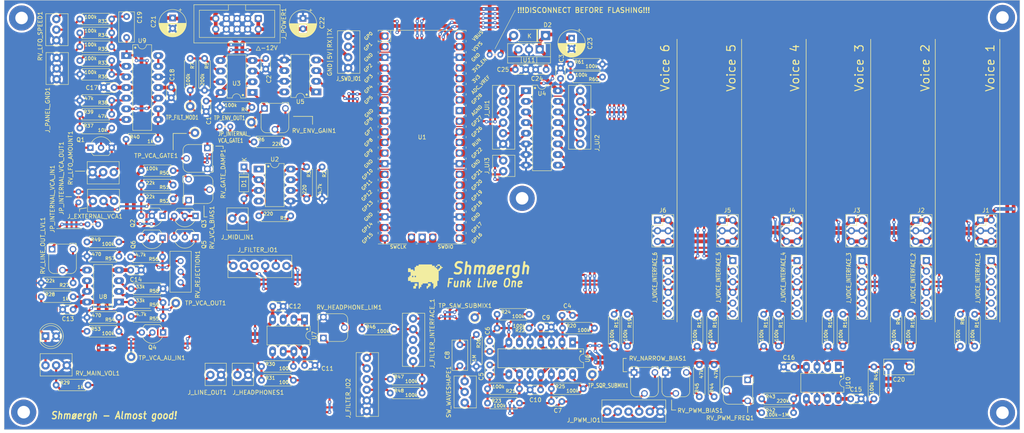
<source format=kicad_pcb>
(kicad_pcb (version 20221018) (generator pcbnew)
  (layers (0 "F.Cu" signal) (31 "B.Cu" signal) (34 "B.Paste" user) (35 "F.Paste" user) (36 "B.SilkS" user "B.Silkscreen") (37 "F.SilkS" user "F.Silkscreen") (38 "B.Mask" user) (39 "F.Mask" user) (44 "Edge.Cuts" user))
  (net 0 "")
  (net 1 "+12V")
  (net 2 "GND")
  (net 3 "-12V")
  (net 4 "+3.3V")
  (net 5 "Net-(U6A--)")
  (net 6 "Net-(C4-Pad2)")
  (net 7 "Net-(U6C--)")
  (net 8 "Net-(C5-Pad2)")
  (net 9 "Net-(U6B--)")
  (net 10 "Net-(SW_WAVESHAPE1-A)")
  (net 11 "Net-(U6D--)")
  (net 12 "Net-(SW_WAVESHAPE1-C)")
  (net 13 "Net-(SW_WAVESHAPE1-B)")
  (net 14 "/Filter Interface/AUDIO_IN")
  (net 15 "Net-(U9B--)")
  (net 16 "Net-(U9A--)")
  (net 17 "Net-(U10A--)")
  (net 18 "PWM_LFO")
  (net 19 "+5V")
  (net 20 "Net-(D1-K)")
  (net 21 "Net-(D1-A)")
  (net 22 "Net-(D_NEGATIVE_LIMITER1-K)")
  (net 23 "/VCA (Internal)/GATE")
  (net 24 "/Digital/ENVELOPE")
  (net 25 "/VCA (Internal)/AUDIO_IN")
  (net 26 "/Filter Interface/AUDIO_OUT")
  (net 27 "/VCA (Internal)/AUDIO_OUT")
  (net 28 "/Output/AUDIO_IN")
  (net 29 "Net-(J_FILTER_INTERFACE_1-Pin_2)")
  (net 32 "CUTOFF_IN")
  (net 33 "MODWHEEL_IN")
  (net 34 "/Filter Interface/LFO_IN")
  (net 35 "/Digital/WAH_VELOCITY")
  (net 36 "/Digital/FILTER_MOD")
  (net 37 "FILTER_DIGI_MOD_IN")
  (net 38 "WAH_AMNT_IN")
  (net 39 "Net-(J_HEADPHONES1-PadT)")
  (net 40 "Net-(J_LINE_OUT1-PadT)")
  (net 41 "Net-(J_MIDI_IN1-Pin_1)")
  (net 42 "UART_TX")
  (net 43 "UART_RX")
  (net 44 "1.5V")
  (net 45 "/Digital/Digital UI/MODE")
  (net 46 "/Digital/Digital UI/SOLO_CHORD")
  (net 47 "/Digital/Digital UI/DETUNE")
  (net 48 "/Digital/Digital UI/SOFT")
  (net 49 "/Digital/Digital UI/HOLD")
  (net 50 "/Digital/Digital UI/RING")
  (net 51 "/Digital/Digital UI/RING_TIME")
  (net 52 "/Digital/Digital UI/PORTAMENTO")
  (net 53 "/Digital/Digital UI/KB_TRACKING")
  (net 54 "/Digital/Digital UI/EXTRA_GPIO1")
  (net 55 "/Digital/Digital UI/EXTRA_GPIO2")
  (net 56 "/Digital/RESET_2")
  (net 57 "/Digital/AMP_2")
  (net 58 "/LFO + PWM/PULSE_WIDTH")
  (net 59 "/LFO + PWM/PWM_OUT")
  (net 60 "/Mixer/SAW_2_IN")
  (net 61 "/Mixer/SQR_2_IN")
  (net 62 "/Digital/RESET_1")
  (net 63 "/Digital/AMP_1")
  (net 64 "/Mixer/SAW_1_IN")
  (net 65 "/Mixer/SQR_1_IN")
  (net 66 "/Digital/RESET_3")
  (net 67 "/Digital/AMP_3")
  (net 68 "/Mixer/SAW_3_IN")
  (net 69 "/Mixer/SQR_3_IN")
  (net 70 "/Digital/RESET_4")
  (net 71 "/Digital/AMP_4")
  (net 72 "/Mixer/SAW_4_IN")
  (net 73 "/Mixer/SQR_4_IN")
  (net 74 "/Digital/RESET_5")
  (net 75 "/Digital/AMP_5")
  (net 76 "/Mixer/SAW_5_IN")
  (net 77 "/Mixer/SQR_5_IN")
  (net 78 "/Digital/RESET_6")
  (net 79 "/Digital/AMP_6")
  (net 80 "/Mixer/SAW_6_IN")
  (net 81 "/Mixer/SQR_6_IN")
  (net 82 "Net-(Q1-C)")
  (net 83 "Net-(Q1-B)")
  (net 84 "Net-(Q2-C)")
  (net 85 "Net-(Q2-E)")
  (net 86 "Net-(Q4-C)")
  (net 87 "Net-(Q4-B)")
  (net 88 "Net-(Q4-E)")
  (net 89 "Net-(Q6-C)")
  (net 90 "Net-(Q6-B)")
  (net 91 "Net-(U2-VO1)")
  (net 92 "MIDI_IN")
  (net 93 "Net-(U3A--)")
  (net 94 "Net-(U3B--)")
  (net 95 "Net-(R6-Pad2)")
  (net 96 "Net-(U8B-+)")
  (net 97 "Net-(U8B--)")
  (net 98 "Net-(R29-Pad2)")
  (net 99 "Net-(U7B--)")
  (net 100 "Net-(U7A--)")
  (net 101 "Net-(R32-Pad2)")
  (net 102 "Net-(U9A-+)")
  (net 103 "Net-(R37-Pad1)")
  (net 104 "Net-(U9B-+)")
  (net 105 "Net-(R40-Pad1)")
  (net 106 "Net-(U9C--)")
  (net 107 "Net-(U10B-+)")
  (net 108 "Net-(R42-Pad1)")
  (net 109 "Net-(R42-Pad2)")
  (net 110 "Net-(R44-Pad1)")
  (net 111 "Net-(R45-Pad1)")
  (net 112 "Net-(R49-Pad2)")
  (net 113 "Net-(R50-Pad1)")
  (net 114 "Net-(R51-Pad1)")
  (net 115 "Net-(R52-Pad1)")
  (net 116 "Net-(R55-Pad2)")
  (net 117 "Net-(R56-Pad2)")
  (net 118 "Net-(U7A-+)")
  (net 119 "Net-(D2-K)")
  (net 120 "PWM_LFO_BIAS")
  (net 121 "MUX_A")
  (net 122 "MUX_B")
  (net 123 "MUX_C")
  (net 124 "DAC_CS")
  (net 125 "DAC_SCK")
  (net 126 "DAC_SDI")
  (net 127 "MUX_BINARY")
  (net 138 "Net-(U3A-+)")
  (net 139 "Net-(U3B-+)")
  (net 140 "Net-(U9D--)")
  (net 141 "Net-(D2-A)")
  (net 142 "PWM_NARROW_BIAS")
  (footprint "TestPoint:TestPoint_THTPad_D2.0mm_Drill1.0mm" (layer "F.Cu") (at 149.86 110.744)
    (fp_text reference "TP_SAW_SUBMIX1")
    (fp_text value "TestPoint")
  )
  (footprint "Shmoergh_Custom_Footprints:R_Axial_DIN0207_L6.3mm_D2.5mm_P7.62mm_Horizontal" (layer "F.Cu") (at 172.72 50.292)
    (fp_text reference "R61")
    (fp_text value "100k")
  )
  (footprint "Shmoergh_Custom_Footprints:R_Axial_DIN0207_L6.3mm_D2.5mm_P7.62mm_Horizontal" (layer "F.Cu") (at 64.897 96.139 180)
    (fp_text reference "R57")
    (fp_text value "470")
  )
  (footprint "Capacitor_THT:CP_Radial_D6.3mm_P2.50mm" (layer "F.Cu") (at 172.974 44.069 -90)
    (fp_text reference "C23")
    (fp_text value "10u")
  )
  (footprint "Potentiometer_THT:Potentiometer_Runtron_RM-065_Vertical" (layer "F.Cu") (at 99.648 60.833)
    (fp_text reference "RV_ENV_GAIN1")
    (fp_text value "200k")
  )
  (footprint "Shmoergh_Custom_Footprints:R_Axial_DIN0207_L6.3mm_D2.5mm_P7.62mm_Horizontal" (layer "F.Cu") (at 202.951 109.982 -90)
    (fp_text reference "R12")
    (fp_text value "100k")
  )
  (footprint "Potentiometer_THT:Potentiometer_Runtron_RM-065_Vertical" (layer "F.Cu") (at 86.026 70.271 -90)
    (fp_text reference "RV_GATE_DAMP1")
    (fp_text value "100k")
  )
  (footprint "Shmoergh_Custom_Footprints:R_Axial_DIN0207_L6.3mm_D2.5mm_P7.62mm_Horizontal" (layer "F.Cu") (at 63.17275 39.497 180)
    (fp_text reference "R32")
    (fp_text value "100k")
  )
  (footprint "Capacitor_THT:C_Rect_L7.0mm_W3.5mm_P5.00mm" (layer "F.Cu") (at 146.304 122.261 90)
    (fp_text reference "C8")
    (fp_text value "470n (foil)")
  )
  (footprint "Shmoergh_Custom_Footprints:R_Axial_DIN0207_L6.3mm_D2.5mm_P7.62mm_Horizontal" (layer "F.Cu") (at 155.194 109.982)
    (fp_text reference "R24")
    (fp_text value "100k")
  )
  (footprint "PCM_Package_TO_SOT_THT_AKL:TO-92_Inline_Wide" (layer "F.Cu") (at 58.09275 70.21)
    (fp_text reference "Q1")
    (fp_text value "BC548C" hide)
  )
  (footprint "Shmoergh_Custom_Footprints:R_Axial_DIN0207_L6.3mm_D2.5mm_P7.62mm_Horizontal" (layer "F.Cu") (at 253.873 109.982 -90)
    (fp_text reference "R15")
    (fp_text value "100k")
  )
  (footprint "LED_THT:LED_D5.0mm" (layer "F.Cu") (at 47.366 115.189)
    (fp_text reference "D_NEGATIVE_LIMITER1" hide)
    (fp_text value "Red LED")
  )
  (footprint "Potentiometer_THT:Potentiometer_Runtron_RM-065_Vertical" (layer "F.Cu") (at 113.711 115.657 90)
    (fp_text reference "RV_HEADPHONE_LIM1")
    (fp_text value "10k")
  )
  (footprint "Shmoergh_Custom_Footprints:R_Axial_DIN0207_L6.3mm_D2.5mm_P7.62mm_Horizontal" (layer "F.Cu") (at 170.815 113.284)
    (fp_text reference "R20")
    (fp_text value "100k")
  )
  (footprint "Shmoergh_Custom_Footprints:NSL25_01x02_Vertical-AudioJack-TS" (layer "F.Cu") (at 93.218 124.46)
    (fp_text reference "J_HEADPHONES1")
    (fp_text value "3.5mm jack")
  )
  (footprint "Shmoergh_Custom_Footprints:R_Axial_DIN0207_L6.3mm_D2.5mm_P7.62mm_Horizontal" (layer "F.Cu") (at 269.207828 109.982 -90)
    (fp_text reference "R14")
    (fp_text value "100k")
  )
  (footprint "PCM_Package_DIP_AKL:DIP-8_W7.62mm_LongPads" (layer "F.Cu") (at 96.789 57.013 180)
    (fp_text reference "U3")
    (fp_text value "TL072" hide)
  )
  (footprint "Connector_PinHeader_2.54mm:PinHeader_1x06_P2.54mm_Vertical" (layer "F.Cu") (at 257.683 97.155)
    (fp_text reference "J_VOICE_INTERFACE_2")
    (fp_text value "Conn_01x06")
  )
  (footprint "PCM_Jumper_AKL_Double:Jumper_P2.54mm_D0.7mm" (layer "F.Cu") (at 153.416 48.006)
    (fp_text reference "JP_MCU_EXT_PWR2" hide)
    (fp_text value "jmpr" hide)
  )
  (footprint "Capacitor_THT:C_Disc_D3.0mm_W2.0mm_P2.50mm" (layer "F.Cu") (at 163.068 128.016)
    (fp_text reference "C10")
    (fp_text value "100n")
  )
  (footprint "Shmoergh_Custom_Footprints:R_Axial_DIN0207_L6.3mm_D2.5mm_P7.62mm_Horizontal" (layer "F.Cu") (at 66.60175 68.199)
    (fp_text reference "R40")
    (fp_text value "1k")
  )
  (footprint "Shmoergh_Custom_Footprints:R_Axial_DIN0207_L6.3mm_D2.5mm_P7.62mm_Horizontal" (layer "F.Cu") (at 250.444 109.982 -90)
    (fp_text reference "R9")
    (fp_text value "100k")
  )
  (footprint "Shmoergh_Custom_Footprints:R_Axial_DIN0207_L6.3mm_D2.5mm_P7.62mm_Horizontal" (layer "F.Cu") (at 129.667 128.778)
    (fp_text reference "R48")
    (fp_text value "100k")
  )
  (footprint "Shmoergh_Custom_Footprints:R_Axial_DIN0207_L6.3mm_D2.5mm_P7.62mm_Horizontal" (layer "F.Cu") (at 265.778828 109.982 -90)
    (fp_text reference "R8")
    (fp_text value "100k")
  )
  (footprint "Shmoergh_Custom_Footprints:R_Axial_DIN0207_L6.3mm_D2.5mm_P7.62mm_Horizontal" (layer "F.Cu") (at 77.851 82.423 180)
    (fp_text reference "R52")
    (fp_text value "22k")
  )
  (footprint "Shmoergh_Custom_Footprints:R_Axial_DIN0207_L6.3mm_D2.5mm_P7.62mm_Horizontal" (layer "F.Cu") (at 218.353 130.175)
    (fp_text reference "R43")
    (fp_text value "220k")
  )
  (footprint "Shmoergh_Custom_Footprints:R_Axial_DIN0207_L6.3mm_D2.5mm_P7.62mm_Horizontal" (layer "F.Cu") (at 150.241 114.808 -90)
    (fp_text reference "R26")
    (fp_text value "1M")
  )
  (footprint "Capacitor_THT:C_Disc_D3.0mm_W2.0mm_P2.50mm" (layer "F.Cu") (at 85.725 59.075 -90)
    (fp_text reference "C1")
    (fp_text value "100n")
  )
  (footprint "Shmoergh_Custom_Footprints:R_Axial_DIN0207_L6.3mm_D2.5mm_P7.62mm_Horizontal" (layer "F.Cu") (at 63.17275 46.101 180)
    (fp_text reference "R35")
    (fp_text value "100k")
  )
  (footprint "TestPoint:TestPoint_THTPad_D2.0mm_Drill1.0mm" (layer "F.Cu") (at 96.52 64.135)
    (fp_text reference "TP_ENV_OUT1")
    (fp_text value "TestPoint")
  )
  (footprint "Shmoergh_Custom_Footprints:NSL25_01x03_Vertical" (layer "F.Cu") (at 58.674 82.931)
    (fp_text reference "J_EXTERNAL_VCA1")
    (fp_text value "Conn_01x03")
  )
  (footprint "Capacitor_THT:C_Rect_L7.0mm_W3.5mm_P5.00mm" (layer "F.Cu") (at 253.619 122.555 180)
    (fp_text reference "C20")
    (fp_text value "470n foil")
  )
  (footprint "Shmoergh_Custom_Footprints:NSL25_01x02_Vertical" (layer "F.Cu") (at 156.651293 73.279 -90)
    (fp_text reference "J_UI3")
    (fp_text value "Conn_01x02")
  )
  (footprint "Shmoergh_Custom_Footprints:R_Axial_DIN0207_L6.3mm_D2.5mm_P7.62mm_Horizontal" (layer "F.Cu") (at 57.277 92.71)
    (fp_text reference "R49")
    (fp_text value "100k")
  )
  (footprint "Shmoergh_Custom_Footprints:NSL25_01x06_Vertical" (layer "F.Cu") (at 104.902 98.425 180)
    (fp_text reference "J_FILTER_IO1")
    (fp_text value "Conn_01x06")
  )
  (footprint "Shmoergh_Custom_Footprints:R_Axial_DIN0207_L6.3mm_D2.5mm_P7.62mm_Horizontal" (layer "F.Cu") (at 237.744 109.982 -90)
    (fp_text reference "R16")
    (fp_text value "100k")
  )
  (footprint "Capacitor_THT:C_Disc_D3.0mm_W2.0mm_P2.50mm" (layer "F.Cu") (at 99.949 51.435 90)
    (fp_text reference "C2")
    (fp_text value "100n")
  )
  (footprint "Shmoergh_Custom_Footprints:NSL25_01x04_Vertical" (layer "F.Cu") (at 119.634 43.561 -90)
    (fp_text reference "J_SWD_IO1")
    (fp_text value "Conn_01x04")
  )
  (footprint "MountingHole:MountingHole_3mm_Pad" (layer "F.Cu") (at 275.844 39.116)
    (fp_text reference "H1" hide)
    (fp_text value "MountingHole")
  )
  (footprint "Shmoergh_Custom_Footprints:R_Axial_DIN0207_L6.3mm_D2.5mm_P7.62mm_Horizontal" (layer "F.Cu") (at 98.933 122.428)
    (fp_text reference "R30")
    (fp_text value "100")
  )
  (footprint "Capacitor_THT:C_Disc_D3.0mm_W2.0mm_P2.50mm" (layer "F.Cu") (at 53.975 108.839 180)
    (fp_text reference "C13")
    (fp_text value "100n")
  )
  (footprint "Shmoergh_Custom_Footprints:NSL25_01x03_Vertical" (layer "F.Cu") (at 47.371 122.174)
    (fp_text reference "RV_MAIN_VOL1")
    (fp_text value "A100k")
  )
  (footprint "PCM_Package_TO_SOT_THT_AKL:TO-92_Inline_Wide" (layer "F.Cu") (at 75.311 86.487 180)
    (fp_text reference "Q2")
    (fp_text value "BC558" hide)
  )
  (footprint "PCM_Package_DIP_AKL:DIP-8_W7.62mm_LongPads" (layer "F.Cu") (at 236.651 122.54 -90)
    (fp_text reference "U10")
    (fp_text value "TL072" hide)
  )
  (footprint "Shmoergh_Custom_Footprints:Gyeszno" (layer "F.Cu") (at 138.049 100.965)
    (fp_text reference "G***" hide)
    (fp_text value "LOGO" hide)
  )
  (footprint "Shmoergh_Custom_Footprints:R_Axial_DIN0207_L6.3mm_D2.5mm_P7.62mm_Horizontal" (layer "F.Cu") (at 218.353 133.477)
    (fp_text reference "R42")
    (fp_text value "100k-1M")
  )
  (footprint "Shmoergh_Custom_Footprints:R_Axial_DIN0207_L6.3mm_D2.5mm_P7.62mm_Horizontal" (layer "F.Cu") (at 75.438 107.188 180)
    (fp_text reference "R59")
    (fp_text value "33k")
  )
  (footprint "PCM_Package_DIP_AKL:DIP-8_W7.62mm_LongPads" (layer "F.Cu") (at 109.21 111.237 -90)
    (fp_text reference "U7")
    (fp_text value "NE5532" hide)
  )
  (footprint "PCM_Jumper_AKL_Double:Jumper_P2.54mm_D0.7mm" (layer "F.Cu") (at 88.95 65.151)
    (fp_text reference "JP_INTERNAL_VCA_GATE1" hide)
    (fp_text value "jmpr" hide)
  )
  (footprint "Shmoergh_Custom_Footprints:R_Axial_DIN0207_L6.3mm_D2.5mm_P7.62mm_Horizontal" (layer "F.Cu") (at 98.933 125.73)
    (fp_text reference "R31")
    (fp_text value "100")
  )
  (footprint "Capacitor_THT:C_Disc_D3.0mm_W2.0mm_P2.50mm" (layer "F.Cu") (at 159.532293 51.562)
    (fp_text reference "C25")
    (fp_text value "100n")
  )
  (footprint "Connector_PinHeader_2.54mm:PinHeader_1x06_P2.54mm_Vertical" (layer "F.Cu") (at 242.316 97.155)
    (fp_text reference "J_VOICE_INTERFACE_3")
    (fp_text value "Conn_01x06")
  )
  (footprint "Connector_PinHeader_2.54mm:PinHeader_2x03_P2.54mm_Vertical" (layer "F.Cu") (at 239.776 87.503)
    (fp_text reference "J3")
    (fp_text value "Power")
  )
  (footprint "PCM_Package_TO_SOT_THT_AKL:TO-92_Inline_Wide" (layer "F.Cu") (at 75.438 114.321 180)
    (fp_text reference "Q4")
    (fp_text value "BC548" hide)
  )
  (footprint "Shmoergh_Custom_Footprints:R_Axial_DIN0207_L6.3mm_D2.5mm_P7.62mm_Horizontal" (layer "F.Cu") (at 180.34 53.34 180)
    (fp_text reference "R60")
    (fp_text value "100k")
  )
  (footprint "Capacitor_THT:C_Disc_D3.0mm_W2.0mm_P2.50mm" (layer "F.Cu") (at 153.416 116.352 -90)
    (fp_text reference "C6")
    (fp_text value "22p")
  )
  (footprint "PCM_Package_TO_SOT_THT_AKL:TO-92_Inline_Wide" (layer "F.Cu") (at 83.185 86.508 180)
    (fp_text reference "Q3")
    (fp_text value "BC548" hide)
  )
  (footprint "Shmoergh_Custom_Footprints:R_Axial_DIN0207_L6.3mm_D2.5mm_P7.62mm_Horizontal" (layer "F.Cu") (at 206.634 109.982 -90)
    (fp_text reference "R18")
    (fp_text value "100k")
  )
  (footprint "PCM_Package_DIP_AKL:DIP-14_W7.62mm_LongPads" (layer "F.Cu") (at 173.228 116.713 -90)
    (fp_text reference "U6")
    (fp_text value "TL074" hide)
  )
  (footprint "Shmoergh_Custom_Footprints:R_Axial_DIN0207_L6.3mm_D2.5mm_P7.62mm_Horizontal" (layer "F.Cu") (at 109.728 74.803 -90)
    (fp_text reference "R3")
    (fp_text value "220")
  )
  (footprint "MCU_RaspberryPi_and_Boards:RPi_Pico_SMD_TH" (layer "F.Cu") (at 137.287 67.691)
    (fp_text reference "U1")
    (fp_text value "Pico")
  )
  (footprint "Shmoergh_Custom_Footprints:R_Axial_DIN0207_L6.3mm_D2.5mm_P7.62mm_Horizontal" (layer "F.Cu") (at 53.975 102.489 180)
    (fp_text reference "R27")
    (fp_text value "22k")
  )
  (footprint "Shmoergh_Custom_Footprints:R_Axial_DIN0207_L6.3mm_D2.5mm_P7.62mm_Horizontal" (layer "F.Cu") (at 168.148 127.762)
    (fp_text reference "R25")
    (fp_text value "100k")
  )
  (footprint "Capacitor_THT:CP_Radial_D6.3mm_P2.50mm" (layer "F.Cu") (at 77.724 39.243 -90)
    (fp_text reference "C21")
    (fp_text value "100u")
  )
  (footprint "Shmoergh_Custom_Footprints:NSL25_01x05_Vertical" (layer "F.Cu") (at 135.128 110.998 -90)
    (fp_text reference "J_FILTER_INTERFACE_1")
    (fp_text value "Conn_01x05")
  )
  (footprint "Shmoergh_Custom_Footprints:R_Axial_DIN0207_L6.3mm_D2.5mm_P7.62mm_Horizontal" (layer "F.Cu") (at 160.528 127.762 180)
    (fp_text reference "R21")
    (fp_text value "100k")
  )
  (footprint "Shmoergh_Custom_Footprints:R_Axial_DIN0207_L6.3mm_D2.5mm_P7.62mm_Horizontal" (layer "F.Cu") (at 63.17275 52.705 180)
    (fp_text reference "R36")
    (fp_text value "100k")
  )
  (footprint "Potentiometer_THT:Potentiometer_Runtron_RM-065_Vertical" (layer "F.Cu") (at 215.005 125.643 -90)
    (fp_text reference "RV_PWM_FREQ1")
    (fp_text value "1M")
  )
  (footprint "Shmoergh_Custom_Footprints:NSL25_01x06_Vertical" (layer "F.Cu") (at 156.627293 56.604 -90)
    (fp_text reference "J_UI1")
    (fp_text value "Conn_01x06")
  )
  (footprint "Shmoergh_Custom_Footprints:R_Axial_DIN0207_L6.3mm_D2.5mm_P7.62mm_Horizontal" (layer "F.Cu") (at 57.277 114.046)
    (fp_text reference "R53")
    (fp_text value "100k")
  )
  (footprint "Shmoergh_Custom_Footprints:R_Axial_DIN0207_L6.3mm_D2.5mm_P7.62mm_Horizontal" (layer "F.Cu") (at 105.918 86.487 180)
    (fp_text reference "R1")
    (fp_text value "220")
  )
  (footprint "Capacitor_THT:C_Disc_D3.0mm_W2.0mm_P2.50mm" (layer "F.Cu") (at 239.602 130.175)
    (fp_text reference "C15")
    (fp_text value "100n")
  )
  (footprint "Potentiometer_THT:Potentiometer_Bourns_3296W_Vertical" (layer "F.Cu") (at 79.629 102.362 -90)
    (fp_text reference "RV_REJECTION1")
    (fp_text value "10k")
  )
  (footprint "PCM_Package_DIP_AKL:DIP-8_W7.62mm_LongPads" (layer "F.Cu") (at 64.912 107.051 180)
    (fp_text reference "U8")
    (fp_text value "TL072" hide)
  )
  (footprint "PCM_Jumper_AKL_Double:Jumper_P2.54mm_D0.7mm" (layer "F.Cu") (at 59.944 88.519 180)
    (fp_text reference "JP_INTERNAL_VCA_IN1")
    (fp_text value "jmpr" hide)
  )
  (footprint "Capacitor_THT:C_Disc_D3.0mm_W2.0mm_P2.50mm" (layer "F.Cu") (at 70.211 99.441 180)
    (fp_text reference "C14")
    (fp_text value "100n")
  )
  (footprint "Connector_PinHeader_2.54mm:PinHeader_2x03_P2.54mm_Vertical" (layer "F.Cu") (at 208.915 87.503)
    (fp_text reference "J5")
    (fp_text value "Power")
  )
  (footprint "Shmoergh_Custom_Footprints:R_Axial_DIN0207_L6.3mm_D2.5mm_P7.62mm_Horizontal" (layer "F.Cu") (at 218.821 109.982 -90)
    (fp_text reference "R11")
    (fp_text value "100k")
  )
  (footprint "Connector_PinHeader_2.54mm:PinHeader_2x03_P2.54mm_Vertical" (layer "F.Cu") (at 224.282 87.503)
    (fp_text reference "J4")
    (fp_text value "Power")
  )
  (footprint "Shmoergh_Custom_Footprints:R_Axial_DIN0207_L6.3mm_D2.5mm_P7.62mm_Horizontal" (layer "F.Cu") (at 55.55275 65.532)
    (fp_text reference "R37")
    (fp_text value "10k")
  )
  (footprint "Capacitor_THT:C_Disc_D3.0mm_W2.0mm_P2.50mm" (layer "F.Cu") (at 109.22 122.174)
    (fp_text reference "C11")
    (fp_text value "100n")
  )
  (footprint "Connector_PinHeader_2.54mm:PinHeader_1x06_P2.54mm_Vertical" (layer "F.Cu") (at 196.0245 97.155)
    (fp_text reference "J_VOICE_INTERFACE_6")
    (fp_text value "Conn_01x06")
  )
  (footprint "Shmoergh_Custom_Footprints:R_Axial_DIN0207_L6.3mm_D2.5mm_P7.62mm_Horizontal" (layer "F.Cu") (at 75.311 96.266 180)
    (fp_text reference "R56")
    (fp_text value "4.7k")
  )
  (footprint "Shmoergh_Custom_Footprints:R_Axial_DIN0207_L6.3mm_D2.5mm_P7.62mm_Horizontal" (layer "F.Cu") (at 122.936 113.538)
    (fp_text reference "R46")
    (fp_text value "100k")
  )
  (footprint "Connector_PinHeader_2.54mm:PinHeader_2x03_P2.54mm_Vertical" (layer "F.Cu") (at 193.4845 87.503)
    (fp_text reference "J6")
    (fp_text value "Power")
  )
  (footprint "Shmoergh_Custom_Footprints:R_Axial_DIN0207_L6.3mm_D2.5mm_P7.62mm_Horizontal" (layer "F.Cu") (at 203.454 129.667 90)
    (fp_text reference "R45")
    (fp_text value "47k")
  )
  (footprint "Shmoergh_Custom_Footprints:NSL25_01x03_Vertical" (layer "F.Cu") (at 63.68075 76.073 180)
    (fp_text reference "RV_LFO_AMOUNT1")
    (fp_text value "100k")
  )
  (footprint "Shmoergh_Custom_Footprints:R_Axial_DIN0207_L6.3mm_D2.5mm_P7.62mm_Horizontal" (layer "F.Cu") (at 63.17275 58.928 180)
    (fp_text reference "R38")
    (fp_text value "47k")
  )
  (footprint "Connector_PinHeader_2.54mm:PinHeader_1x06_P2.54mm_Vertical" (layer "F.Cu") (at 226.786528 97.155)
    (fp_text reference "J_VOICE_INTERFACE_4")
    (fp_text value "Conn_01x06")
  )
  (footprint "PCM_Jumper_AKL_Double:Jumper_P2.54mm_D0.7mm" (layer "F.Cu") (at 55.245 83.262 90)
    (fp_text reference "JP_INTERNAL_VCA_OUT1")
    (fp_text value "jmpr" hide)
  )
  (footprint "Shmoergh_Custom_Footprints:R_Axial_DIN0207_L6.3mm_D2.5mm_P7.62mm_Horizontal" (layer "F.Cu") (at 77.851 75.692 180)
    (fp_text reference "R50")
    (fp_text value "100k")
  )
  (footprint "Shmoergh_Custom_Footprints:R_Axial_DIN0207_L6.3mm_D2.5mm_P7.62mm_Horizontal" (layer "F.Cu") (at 183.134 109.982 -90)
    (fp_text reference "R13")
    (fp_text value "100k")
  )
  (footprint "TestPoint:TestPoint_THTPad_D2.0mm_Drill1.0mm" (layer "F.Cu") (at 81.915 60.325)
    (fp_text reference "TP_FILT_MOD1")
    (fp_text value "TestPoint")
  )
  (footprint "Shmoergh_Custom_Footprints:R_Axial_DIN0207_L6.3mm_D2.5mm_P7.62mm_Horizontal" (layer "F.Cu") (at 77.851 79.121 180)
    (fp_text reference "R51")
    (fp_text value "22k")
  )
  (footprint "Capacitor_THT:C_Disc_D3.0mm_W2.0mm_P2.50mm" (layer "F.Cu") (at 168.148 130.81)
    (fp_text reference "C7")
    (fp_text value "22p")
  )
  (footprint "Shmoergh_Custom_Footprints:R_Axial_DIN0207_L6.3mm_D2.5mm_P7.62mm_Horizontal" (layer "F.Cu") (at 129.667 125.476)
    (fp_text reference "R47")
    (fp_text value "100k")
  )
  (footprint "Shmoergh_Custom_Footprints:R_Axial_DIN0207_L6.3mm_D2.5mm_P7.62mm_Horizontal" (layer "F.Cu") (at 97.155 68.834)
    (fp_text reference "R6")
    (fp_text value "22k")
  )
  (footprint "Capacitor_THT:C_Disc_D3.0mm_W2.0mm_P2.50mm" (layer "F.Cu") (at 104.12 108.077 180)
    (fp_text reference "C12")
    (fp_text value "100n")
  )
  (footprint "Shmoergh_Custom_Footprints:R_Axial_DIN0207_L6.3mm_D2.5mm_P7.62mm_Horizontal" (layer "F.Cu") (at 81.915 48.895 -90)
    (fp_text reference "R7")
    (fp_text value "100k")
  )
  (footprint "Capacitor_THT:C_Disc_D3.0mm_W2.0mm_P2.50mm" (layer "F.Cu") (at 166.898293 51.562 180)
    (fp_text reference "C24")
    (fp_text value "330n")
  )
  (footprint "Capacitor_THT:C_Disc_D3.0mm_W2.0mm_P2.50mm" (layer "F.Cu") (at 165.608 113.03)
    (fp_text reference "C9")
    (fp_text value "100n")
  )
  (footprint "Capacitor_THT:C_Disc_D3.0mm_W2.0mm_P2.50mm" (layer "F.Cu") (at 77.39675 58.293 90)
    (fp_text reference "C18")
    (fp_text value "100n")
  )
  (footprint "MountingHole:MountingHole_3mm_Pad" (layer "F.Cu") (at 41.656 39.243)
    (fp_text reference "H4" hide)
    (fp_text value "MountingHole")
  )
  (footprint "Shmoergh_Custom_Footprints:R_Axial_DIN0207_L6.3mm_D2.5mm_P7.62mm_Horizontal" (layer "F.Cu") (at 222.377 109.982 -90)
    (fp_text reference "R17")
    (fp_text value "100k")
  )
  (footprint "PCM_Package_DIP_AKL:DIP-8_W7.62mm_LongPads" (layer "F.Cu") (at 98.283 75.321)
    (fp_text reference "U2")
    (fp_text value "6N138" hide)
  )
  (footprint "Capacitor_THT:C_Disc_D3.0mm_W2.0mm_P2.50mm" (layer "F.Cu") (at 170.708 110.236)
    (fp_text reference "C4")
    (fp_text value "22p")
  )
  (footprint "Connector_PinHeader_2.54mm:PinHeader_1x06_P2.54mm_Vertical" (layer "F.Cu") (at 211.455 97.155)
    (fp_text reference "J_VOICE_INTERFACE_5")
    (fp_text value "Conn_01x06")
  )
  (footprint "Shmoergh_Custom_Footprints:R_Axial_DIN0207_L6.3mm_D2.5mm_P7.62mm_Horizontal" (layer "F.Cu") (at 85.344 48.895 -90)
    (fp_text reference "R5")
    (fp_text value "200k")
  )
  (footprint "PCM_Package_DIP_AKL:DIP-16_W7.62mm_LongPads" (layer "F.Cu") (at 162.088293 56.604)
    (fp_text reference "U4")
    (fp_text value "CD4051B" hide)
  )
  (footprint "Capacitor_THT:C_Disc_D3.0mm_W2.0mm_P2.50mm" (layer "F.Cu") (at 170.327293 53.701 90)
    (fp_text reference "C3")
    (fp_text value "100n")
  )
  (footprint "Shmoergh_Custom_Footprints:R_Axial_DIN0207_L6.3mm_D2.5mm_P7.62mm_Horizontal" (layer "F.Cu") (at 46.355 105.791)
    (fp_text reference "R28")
    (fp_text value "1k")
  )
  (footprint "Shmoergh_Custom_Footprints:NSL25_01x06_Vertical" (layer "F.Cu") (at 175.042293 69.304 90)
    (fp_text reference "J_UI2")
    (fp_text value "Conn_01x06")
  )
  (footprint "Potentiometer_THT:Potentiometer_Runtron_RM-065_Vertical" (layer "F.Cu") (at 187.873 123.871)
    (fp_text reference "RV_NARROW_BIAS1")
    (fp_text value "100k")
  )
  (footprint "Diode_THT:D_DO-41_SOD81_P7.62mm_Horizontal" (layer "F.Cu") (at 166.751 43.434 180)
    (fp_text reference "D2")
    (fp_text value "1N4001")
  )
  (footprint "Shmoergh_Custom_Footprints:R_Axial_DIN0207_L6.3mm_D2.5mm_P7.62mm_Horizontal" (layer "F.Cu") (at 63.17275 42.799 180)
    (fp_text reference "R34")
    (fp_text value "100k")
  )
  (footprint "Shmoergh_Custom_Footprints:NSL25_01x03_Vertical" (layer "F.Cu") (at 50.038 48.768 -90)
    (fp_text reference "J_PANEL_GND1")
    (fp_text value "Conn_01x03_Pin")
  )
  (footprint "Shmoergh_Custom_Footprints:R_Axial_DIN0207_L6.3mm_D2.5mm_P7.62mm_Horizontal" (layer "F.Cu") (at 96.647 60.579 180)
    (fp_text reference "R4")
    (fp_text value "100k")
  )
  (footprint "Shmoergh_Custom_Footprints:NSL25_01x06_Vertical" (layer "F.Cu") (at 181.483 133.223)
    (fp_text reference "J_PWM_IO1")
    (fp_text value "Conn_01x06")
  )
  (footprint "Capacitor_THT:C_Rect_L7.0mm_W3.5mm_P5.00mm" (layer "F.Cu") (at 66.72875 43.902 90)
    (fp_text reference "C19")
    (fp_text value "22n-47n (foil)")
  )
  (footprint "Shmoergh_Custom_Footprints:R_Axial_DIN0207_L6.3mm_D2.5mm_P7.62mm_Horizontal" (layer "F.Cu") (at 75.438 110.49 180)
    (fp_text reference "R55")
    (fp_text value "4.7k")
  )
  (footprint "Shmoergh_Custom_Footprints:R_Axial_DIN0207_L6.3mm_D2.5mm_P7.62mm_Horizontal" (layer "F.Cu") (at 207.01 129.667 90)
    (fp_text reference "R44")
    (fp_text value "47k")
  )
  (footprint "PCM_Package_TO_SOT_THT_AKL:TO-220-3_Vertical" (layer "F.Cu") (at 165.354 46.736 180)
    (fp_text reference "U11")
    (fp_text value "L7805" hide)
  )
  (footprint "TestPoint:TestPoint_THTPad_D2.0mm_Drill1.0mm" (layer "F.Cu") (at 78.486 107.315)
    (fp_text reference "TP_VCA_OUT1")
    (fp_text value "TestPoint")
  )
  (footprint "Shmoergh_Custom_Footprints:R_Axial_DIN0207_L6.3mm_D2.5mm_P7.62mm_Horizontal" (layer "F.Cu") (at 55.55275 62.23)
    (fp_text reference "R39")
    (fp_text value "47k")
  )
  (footprint "Diode_THT:D_DO-35_SOD27_P7.62mm_Horizontal" (layer "F.Cu") (at 94.742 74.803 -90)
    (fp_text reference "D1")
    (fp_text value "1N4148")
  )
  (footprint "Shmoergh_Custom_Footprints:R_Axial_DIN0207_L6.3mm_D2.5mm_P7.62mm_Horizontal" (layer "F.Cu") (at 245.15 122.555 -90)
    (fp_text reference "R41")
    (fp_text value "100k")
  )
  (footprint "Shmoergh_Custom_Footprints:R_Axial_DIN0207_L6.3mm_D2.5mm_P7.62mm_Horizontal" (layer "F.Cu") (at 162.814 113.284 180)
    (fp_text reference "R22")
    (fp_text value "100k")
  )
  (footprint "MountingHole:MountingHole_3mm_Pad" (layer "F.Cu") (at 42.164 133.35)
    (fp_text reference "H3" hide)
    (fp_text value "MountingHole")
  )
  (footprint "Shmoergh_Custom_Footprints:R_Axial_DIN0207_L6.3mm_D2.5mm_P7.62mm_Horizontal" (layer "F.Cu") (at 49.911 126.873)
    (fp_text reference "R29")
    (fp_text value "1k")
  )
  (footprint "PCM_Package_DIP_AKL:DIP-14_W7.62mm_LongPads" (layer "F.Cu") (at 66.675 48.23325)
    (fp_text reference "U9")
    (fp_text value "TL074" hide)
  )
  (footprint "Shmoergh_Custom_Footprints:R_Axial_DIN0207_L6.3mm_D2.5mm_P7.62mm_Horizontal" (layer "F.Cu") (at 186.309 109.982 -90)
    (fp_text reference "R19")
    (fp_text value "100k")
  )
  (footprint "Connector_PinHeader_2.54mm:PinHeader_1x06_P2.54mm_Vertical" (layer "F.Cu") (at 273.144828 97.155)
    (fp_text reference "J_VOICE_INTERFACE_1")
    (fp_text value "Conn_01x06")
  )
  (footprint "Potentiometer_THT:Potentiometer_Runtron_RM-065_Vertical" (layer "F.Cu") (at 81.534 82.724 90)
    (fp_text reference "RV_VCA_BIAS1")
    (fp_text value "100k")
  )
  (footprint "Connector_PinHeader_2.54mm:PinHeader_2x03_P2.54mm_Vertical" (layer "F.Cu") (at 255.143 87.503)
    (fp_text reference "J2")
    (fp_text value "Power")
  )
  (footprint "Shmoergh_Custom_Footprints:R_Axial_DIN0207_L6.3mm_D2.5mm_P7.62mm_Horizontal" (layer "F.Cu") (at 234.188 109.982 -90)
    (fp_text reference "R10")
    (fp_text value "100k")
  )
  (footprint "Shmoergh_Custom_Footprints:R_Axial_DIN0207_L6.3mm_D2.5mm_P7.62mm_Horizontal" (layer "F.Cu") (at 152.908 131.191)
    (fp_text reference "R23")
    (fp_text value "100k")
  )
  (footprint "Shmoergh_Custom_Footprints:R_Axial_DIN0207_L6.3mm_D2.5mm_P7.62mm_Horizontal" (layer "F.Cu") (at 75.438 103.886 180)
    (fp_text reference "R58")
    (fp_text value "33k")
  )
  (footprint "Shmoergh_Custom_Footprints:NSL25_01x02_Vertical-AudioJack-TS" (layer "F.Cu") (at 86.741 124.46)
    (fp_text reference "J_LINE_OUT1")
    (fp_text value "3.5mm jack")
  )
  (footprint "Shmoergh_Custom_Footprints:NSL25_01x03_Vertical" (layer "F.Cu") (at 147.447 125.984 -90)
    (fp_text reference "SW_WAVESHAPE1")
    (fp_text value "SW_SPDT")
  )
  (footprint "PCM_Package_DIP_AKL:DIP-8_W7.62mm_LongPads" (layer "F.Cu") (at 112.014 56.896 180)
    (fp_text reference "U5")
    (fp_text value "MCP4822" hide)
  )
  (footprint "TestPoint:TestPoint_THTPad_D2.0mm_Drill1.0mm" (layer "F.Cu") (at 67.818 120.142)
    (fp_text reference "TP_VCA_AU_IN1")
    (fp_text value "TestPoint")
  )
  (footprint "Capacitor_THT:CP_Radial_D6.3mm_P2.50mm" (layer "F.Cu") (at 108.839 39.330621 -90)
    (fp_text reference "C22")
    (fp_text value "100u")
  )
  (footprint "Shmoergh_Custom_Footprints:NSL25_01x03_Vertical" (layer "F.Cu") (at 49.96475 39.497 -90)
    (fp_text reference "RV_LFO_SPEED1")
    (fp_text value "100k")
  )
  (footprint "Capacitor_THT:C_Disc_D3.0mm_W2.0mm_P2.50mm" (layer "F.Cu") (at 153.416 122.067 -90)
    (fp_text reference "C5")
    (fp_text value "22p")
  )
  (footprint "Potentiometer_THT:Potentiometer_Runtron_RM-065_Vertical" (layer "F.Cu") (at 48.935 94.441)
    (fp_text reference "RV_LINE_OUT_LVL1")
    (fp_text value "100k")
  )
  (footprint "PCM_Package_TO_SOT_THT_AKL:TO-92_Inline_Wide" (layer "F.Cu") (at 75.311 91.715 180)
    (fp_text reference "Q6")
    (fp_text value "BC548" hide)
  )
  (footprint "Connector_PinHeader_2.54mm:PinHeader_2x03_P2.54mm_Vertical" (layer "F.Cu") (at 270.604828 87.503)
    (fp_text reference "J1")
    (fp_text value "Power")
  )
  (footprint "Shmoergh_Custom_Footprints:NSL25_01x06_Vertical" (layer "F.Cu") (at 124.079 120.396 -90)
    (fp_text reference "J_FILTER_IO2")
    (fp_text value "Conn_01x06")
  )
  (footprint "TestPoint:TestPoint_THTPad_D2.0mm_Drill1.0mm" (layer "F.Cu") (at 177.927 124.333)
    (fp_text reference "TP_SQR_SUBMIX1")
    (fp_text value "TestPoint")
  )
  (footprint "Capacitor_THT:C_Disc_D3.0mm_W2.0mm_P2.50mm" (layer "F.Cu") (at 63.754 55.83325 180)
    (fp_text reference "C17")
    (fp_text value "100n")
  )
  (footprint "Shmoergh_Custom_Footprints:R_Axial_DIN0207_L6.3mm_D2.5mm_P7.62mm_Horizontal" (layer "F.Cu") (at 113.411 74.803 -90)
    (fp_text reference "R2")
    (fp_text value "4.7k")
  )
  (footprint "Connector_IDC:IDC-Header_2x05_P2.54mm_Vertical" (layer "F.Cu") (at 98.171 39.37 -90)
    (fp_text reference "J_POWER1")
    (fp_text value "Euro Power")
  )
  (footprint "Shmoergh_Custom_Footprints:R_Axial_DIN0207_L6.3mm_D2.5mm_P7.62mm_Horizontal" (layer "F.Cu") (at 64.897 110.744 180)
    (fp_text reference "R54")
    (fp_text value "470")
  )
  (footprint "Shmoergh_Custom_Footprints:R_Axial_DIN0207_L6.3mm_D2.5mm_P7.62mm_Horizontal" (layer "F.Cu") (at 63.17275 49.403 180)
    (fp_text reference "R33")
    (fp_text value "100k")
  )
  (footprint "PCM_Package_TO_SOT_THT_AKL:TO-92_Inline_Wide" (layer "F.Cu") (at 83.185 91.588 180)
    (fp_text reference "Q5")
    (fp_text value "BC548" hide)
  )
  (footprint "TestPoint:TestPoint_THTPad_D2.0mm_Drill1.0mm" (layer "F.Cu") (at 83.058 66.675)
    (fp_text reference "TP_VCA_GATE1")
    (fp_text value "TestPoint")
  )
  (footprint "MountingHole:MountingHole_3mm_Pad" (layer "F.Cu") (at 161.163 82.296)
    (fp_text reference "H5" hide)
    (fp_text value "MountingHole")
  )
  (footprint "Potentiometer_THT:Potentiometer_Runtron_RM-065_Vertical" (layer "F.Cu") (at 195.366 123.871)
    (fp_text reference "RV_PWM_BIAS1")
    (fp_text value "100k")
  )
  (footprint "MountingHole:MountingHole_3mm_Pad" (layer "F.Cu") (at 275.844 133.477)
    (fp_text reference "H2" hide)
    (fp_text value "MountingHole")
  )
  (footprint "Capacitor_THT:C_Disc_D3.0mm_W2.0mm_P2.50mm" (layer "F.Cu") (at 223.6 122.555)
    (fp_text reference "C16")
    (fp_text value "100n")
  )
  (footprint "Shmoergh_Custom_Footprints:NSL25_01x02_Vertical" (layer "F.Cu") (at 94.488 87.122 180)
    (fp_text reference "J_MIDI_IN1")
    (fp_text value "Conn_01x02")
  )
  (gr_line (start 186.055 120.523) (end 185.293 120.523) (stroke (width 0.15)) (layer "F.SilkS"))
  (gr_line (start 89.789 70.485) (end 89.789 69.85) (stroke (width 0.15)) (layer "F.SilkS"))
  (gr_line (start 196.85 132.842) (end 196.85 130.429) (stroke (width 0.15)) (layer "F.SilkS"))
  (gr_line (start 244.385 44.323) (end 244.385 111.823) (stroke (width 0.15)) (layer "F.SilkS"))
  (gr_line (start 259.797 44.323) (end 259.797 111.823) (stroke (width 0.15)) (layer "F.SilkS"))
  (gr_line (start 55.499 84.836) (end 57.15 84.582) (stroke (width 0.15)) (layer "F.SilkS"))
  (gr_line (start 198.149 44.323) (end 198.149 111.823) (stroke (width 0.15)) (layer "F.SilkS"))
  (gr_line (start 111.125 62.738) (end 106.553 62.738) (stroke (width 0.15)) (layer "F.SilkS"))
  (gr_line (start 50.038 89.535) (end 56.007 89.535) (stroke (width 0.15)) (layer "F.SilkS"))
  (gr_line (start 213.561 44.323) (end 213.561 111.823) (stroke (width 0.15)) (layer "F.SilkS"))
  (gr_line (start 89.789 69.85) (end 88.011 69.85) (stroke (width 0.15)) (layer "F.SilkS"))
  (gr_line (start 85.979 86.741) (end 85.217 86.741) (stroke (width 0.15)) (layer "F.SilkS"))
  (gr_line (start 85.217 86.741) (end 85.217 84.074) (stroke (width 0.15)) (layer "F.SilkS"))
  (gr_line (start 185.293 120.523) (end 185.293 123.698) (stroke (width 0.15)) (layer "F.SilkS"))
  (gr_line (start 197.866 132.842) (end 196.85 132.842) (stroke (width 0.15)) (layer "F.SilkS"))
  (gr_line (start 228.973 44.323) (end 228.973 111.823) (stroke (width 0.15)) (layer "F.SilkS"))
  (gr_line (start 77.851 66.802) (end 81.026 66.802) (stroke (width 0.15)) (layer "F.SilkS"))
  (gr_line (start 52.197 81.915) (end 53.594 81.915) (stroke (width 0.15)) (layer "F.SilkS"))
  (gr_line (start 55.499 85.471) (end 55.499 84.836) (stroke (width 0.15)) (layer "F.SilkS"))
  (gr_line (start 159.512 37.338) (end 154.686 46.609) (stroke (width 0.1)) (layer "F.SilkS"))
  (gr_line (start 275.209 44.323) (end 275.209 111.823) (stroke (width 0.15)) (layer "F.SilkS"))
  (gr_line (start 111.125 64.643) (end 111.125 62.738) (stroke (width 0.15)) (layer "F.SilkS"))
  (gr_line (start 54.483 75.819) (end 56.769 75.819) (stroke (width 0.15)) (layer "F.SilkS"))
  (gr_line (start 215.011 133.477) (end 215.011 132.08) (stroke (width 0.15)) (layer "F.SilkS"))
  (gr_line (start 77.851 70.739) (end 77.851 66.802) (stroke (width 0.15)) (layer "F.SilkS"))
  (gr_line (start 185.293 123.698) (end 186.182 123.698) (stroke (width 0.15)) (layer "F.SilkS"))
  (gr_rect (start 37.5 35) (end 280 137.5) (stroke (width 0.1)) (fill none) (layer "Edge.Cuts"))
  (gr_text "GND|5V|RX|TX" (at 115.824 53.213 90) (layer "F.SilkS") (effects (font (size 1 1)) (justify left bottom)))
  (gr_text "Shmøergh" (at 144.272 100.584) (layer "F.SilkS") (effects (font (size 2.7 2.5) (thickness 0.5) bold italic) (justify left bottom)))
  (gr_text "!!!DISCONNECT BEFORE FLASHING!!!" (at 159.893 38.1) (layer "F.SilkS") (effects (font (size 1.2 1.2) (thickness 0.2) bold) (justify left bottom)))
  (gr_text "Shmøergh - Almost good!" (at 48.514 135.128) (layer "F.SilkS") (effects (font (size 1.7 1.5) (thickness 0.3) bold italic) (justify left bottom)))
  (gr_text "Voice 4" (at 227.457 45.339 90) (layer "F.SilkS") (effects (font (size 2 2) (thickness 0.25)) (justify right bottom)))
  (gr_text "Voice 2" (at 258.572 45.339 90) (layer "F.SilkS") (effects (font (size 2 2) (thickness 0.25)) (justify right bottom)))
  (gr_text "-12V" (at 98.671 46.974) (layer "F.SilkS") (effects (font (size 1 1)) (justify left bottom)))
  (gr_text "Voice 6" (at 196.469 45.339 90) (layer "F.SilkS") (effects (font (size 2 2) (thickness 0.25)) (justify right bottom)))
  (gr_text "Voice 5" (at 212.249178 45.339 90) (layer "F.SilkS") (effects (font (size 2 2) (thickness 0.25)) (justify right bottom)))
  (gr_text "Voice 3" (at 242.824 45.339 90) (layer "F.SilkS") (effects (font (size 2 2) (thickness 0.25)) (justify right bottom)))
  (gr_text "JP_INTERNAL_\nVCA_GATE1" (at 88.519 69.088) (layer "F.SilkS") (effects (font (size 1 0.75)) (justify left bottom)))
  (gr_text "Funk Live One" (at 142.875 103.632) (layer "F.SilkS") (effects (font (size 1.9 1.7) (thickness 0.35) bold italic) (justify left bottom)))
  (gr_text "Voice 1" (at 274.066 45.339 90) (layer "F.SilkS") (effects (font (size 2 2) (thickness 0.25)) (justify right bottom)))
  (segment (start 165.608 116.713) (end 165.608 113.03) (width 0.889) (layer "F.Cu") (net 1))
  (segment (start 255.143 87.503) (end 253.238 89.408) (width 0.889) (layer "F.Cu") (net 1))
  (segment (start 207.01 121.539) (end 209.804 121.539) (width 0.889) (layer "F.Cu") (net 1))
  (segment (start 60.071 107.061) (end 60.061 107.051) (width 0.889) (layer "F.Cu") (net 1))
  (segment (start 211.709 127.508) (end 212.979 128.778) (width 0.889) (layer "F.Cu") (net 1))
  (segment (start 209.804 121.539) (end 211.709 123.444) (width 0.889) (layer "F.Cu") (net 1))
  (segment (start 70.28475 55.753) (end 70.28475 72.59025) (width 0.889) (layer "F.Cu") (net 1))
  (segment (start 213.233 89.281) (end 211.455 87.503) (width 0.889) (layer "F.Cu") (net 1))
  (segment (start 91.694 43.815) (end 92.964 45.085) (width 0.889) (layer "F.Cu") (net 1))
  (segment (start 273.144828 87.503) (end 270.604828 87.503) (width 0.889) (layer "F.Cu") (net 1))
  (segment (start 228.727 89.408) (end 226.822 87.503) (width 0.889) (layer "F.Cu") (net 1))
  (segment (start 208.915 87.503) (end 205.232 91.186) (width 0.889) (layer "F.Cu") (net 1))
  (segment (start 88.011 42.926) (end 88.9 43.815) (width 0.889) (layer "F.Cu") (net 1))
  (segment (start 153.416 35.814) (end 265.43 35.814) (width 0.889) (layer "F.Cu") (net 1))
  (segment (start 253.238 89.408) (end 244.221 89.408) (width 0.889) (layer "F.Cu") (net 1))
  (segment (start 98.933 102.743) (end 97.409 104.267) (width 0.508) (layer "F.Cu") (net 1))
  (segment (start 109.21 118.857) (end 106.685 116.332) (width 0.889) (layer "F.Cu") (net 1))
  (segment (start 88.011 39.37) (end 77.851 39.37) (width 0.889) (layer "F.Cu") (net 1))
  (segment (start 278.511 122.682) (end 274.32 126.873) (width 0.889) (layer "F.Cu") (net 1))
  (segment (start 239.776 87.503) (end 237.871 89.408) (width 0.889) (layer "F.Cu") (net 1))
  (segment (start 199.7075 91.186) (end 196.0245 87.503) (width 0.889) (layer "F.Cu") (net 1))
  (segment (start 60.325 91.948) (end 60.325 92.71) (width 0.889) (layer "F.Cu") (net 1))
  (segment (start 77.851 39.37) (end 77.724 39.243) (width 0.889) (layer "F.Cu") (net 1))
  (segment (start 203.454 121.539) (end 207.01 121.539) (width 0.889) (layer "F.Cu") (net 1))
  (segment (start 92.964 45.085) (end 92.964 53.218) (width 0.889) (layer "F.Cu") (net 1))
  (segment (start 274.32 126.873) (end 236.728 126.873) (width 0.889) (layer "F.Cu") (net 1))
  (segment (start 212.979 128.778) (end 217.6308 128.778) (width 0.889) (layer "F.Cu") (net 1))
  (segment (start 70.60225 39.6875) (end 69.723 40.56675) (width 0.889) (layer "F.Cu") (net 1))
  (segment (start 66.802 85.471) (end 60.325 91.948) (width 0.889) (layer "F.Cu") (net 1))
  (segment (start 52.63175 36.83) (end 67.74475 36.83) (width 0.508) (layer "F.Cu") (net 1))
  (segment (start 69.977 124.841) (end 62.611 124.841) (width 0.889) (layer "F.Cu") (net 1))
  (segment (start 87.884 39.243) (end 87.884 38.354) (width 0.889) (layer "F.Cu") (net 1))
  (segment (start 178.689 121.412) (end 178.816 121.539) (width 0.889) (layer "F.Cu") (net 1))
  (segment (start 60.071 122.301) (end 60.071 117.983) (width 0.889) (layer "F.Cu") (net 1))
  (segment (start 88.011 39.37) (end 87.884 39.243) (width 0.889) (layer "F.Cu") (net 1))
  (segment (start 178.816 121.539) (end 203.454 121.539) (width 0.889) (layer "F.Cu") (net 1))
  (segment (start 219.5358 126.873) (end 236.728 126.873) (width 0.889) (layer "F.Cu") (net 1))
  (segment (start 107.569 102.743) (end 98.933 102.743) (width 0.508) (layer "F.Cu") (net 1))
  (segment (start 211.709 123.444) (end 211.709 127.508) (width 0.889) (layer "F.Cu") (net 1))
  (segment (start 66.802 76.073) (end 66.802 85.471) (width 0.889) (layer "F.Cu") (net 1))
  (segment (start 236.651 130.16) (end 236.651 126.95) (width 0.889) (layer "F.Cu") (net 1))
  (segment (start 85.725 59.075) (end 87.107 59.075) (width 0.508) (layer "F.Cu") (net 1))
  (segment (start 259.715 89.535) (end 257.683 87.503) (width 0.889) (layer "F.Cu") (net 1))
  (segment (start 273.144828 86.011172) (end 273.144828 87.503) (width 0.889) (layer "F.Cu") (net 1))
  (segment (start 67.74475 36.83) (end 70.60225 39.6875) (width 0.508) (layer "F.Cu") (net 1))
  (segment (start 70.28475 48.103486) (end 70.28475 55.753) (width 0.889) (layer "F.Cu") (net 1))
  (segment (start 88.265 116.332) (end 83.693 120.904) (width 0.889) (layer "F.Cu") (net 1))
  (segment (start 236.666 130.175) (end 236.651 130.16) (width 0.889) (layer "F.Cu") (net 1))
  (segment (start 265.43 35.814) (end 278.511 48.895) (width 0.889) (layer "F.Cu") (net 1))
  (segment (start 69.723 40.56675) (end 69.723 47.541736) (width 0.889) (layer "F.Cu") (net 1))
  (segment (start 63.774 55.85325) (end 63.754 55.83325) (width 0.889) (layer "F.Cu") (net 1))
  (segment (start 92.964 53.218) (end 89.169 57.013) (width 0.889) (layer "F.Cu") (net 1))
  (segment (start 109.21 122.164) (end 109.22 122.174) (width 0.889) (layer "F.Cu") (net 1))
  (segment (start 70.28475 72.59025) (end 66.802 76.073) (width 0.889) (layer "F.Cu") (net 1))
  (segment (start 205.232 91.186) (end 199.7075 91.186) (width 0.889) (layer "F.Cu") (net 1))
  (segment (start 71.04675 39.243) (end 70.60225 39.6875) (width 0.889) (layer "F.Cu") (net 1))
  (segment (start 270.604828 87.503) (end 268.572828 89.535) (width 0.889) (layer "F.Cu") (net 1))
  (segment (start 104.902 98.425) (end 106.553 98.425) (width 0.508) (layer "F.Cu") (net 1))
  (segment (start 88.011 39.37) (end 88.011 41.91) (width 0.889) (layer "F.Cu") (net 1))
  (segment (start 81.28 117.983) (end 63.373 117.983) (width 0.508) (layer "F.Cu") (net 1))
  (segment (start 268.572828 89.535) (end 259.715 89.535) (width 0.889) (layer "F.Cu") (net 1))
  (segment (start 60.325 106.807) (end 60.071 107.061) (width 0.889) (layer "F.Cu") (net 1))
  (segment (start 71.04675 39.243) (end 77.724 39.243) (width 0.889) (layer "F.Cu") (net 1))
  (segment (start 88.011 41.91) (end 88.011 42.926) (width 0.889) (layer "F.Cu") (net 1))
  (segment (start 70.1845 55.85325) (end 70.28475 55.753) (width 0.889) (layer "F.Cu") (net 1))
  (segment (start 242.316 87.503) (end 239.776 87.503) (width 0.889) (layer "F.Cu") (net 1))
  (segment (start 176.403 119.888) (end 168.021 119.888) (width 0.889) (layer "F.Cu") (net 1))
  (segment (start 69.723 47.541736) (end 70.28475 48.103486) (width 0.889) (layer "F.Cu") (net 1))
  (segment (start 224.282 87.503) (end 222.504 89.281) (width 0.889) (layer "F.Cu") (net 1))
  (segment (start 239.602 130.175) (end 236.666 130.175) (width 0.889) (layer "F.Cu") (net 1))
  (segment (start 106.553 98.425) (end 107.569 99.441) (width 0.508) (layer "F.Cu") (net 1))
  (segment (start 90.424 35.814) (end 153.416 35.814) (width 0.889) (layer "F.Cu") (net 1))
  (segment (start 83.693 120.904) (end 73.914 120.904) (width 0.889) (layer "F.Cu") (net 1))
  (segment (start 278.511 84.836) (end 278.511 122.682) (width 0.889) (layer "F.Cu") (net 1))
  (segment (start 55.763 107.051) (end 53.975 108.839) (width 0.889) (layer "F.Cu") (net 1))
  (segment (start 106.685 116.332) (end 97.409 116.332) (width 0.889) (layer "F.Cu") (net 1))
  (segment (start 153.416 48.006) (end 153.416 35.814) (width 0.889) (layer "F.Cu") (net 1))
  (segment (start 97.409 116.332) (end 88.265 116.332) (width 0.889) (layer "F.Cu") (net 1))
  (segment (start 237.871 89.408) (end 228.727 89.408) (width 0.889) (layer "F.Cu") (net 1))
  (segment (start 79.629 99.822) (end 82.296 102.489) (width 0.508) (layer "F.Cu") (net 1))
  (segment (start 49.96475 39.497) (end 52.63175 36.83) (width 0.508) (layer "F.Cu") (net 1))
  (segment (start 203.454 122.047) (end 203.454 121.539) (width 0.508) (layer "F.Cu") (net 1))
  (segment (start 60.061 107.051) (end 57.292 107.051) (width 0.889) (layer "F.Cu") (net 1))
  (segment (start 82.296 102.489) (end 82.296 114.808) (width 0.508) (layer "F.Cu") (net 1))
  (segment (start 177.292 118.999) (end 176.403 119.888) (width 0.889) (layer "F.Cu") (net 1))
  (segment (start 165.608 117.475) (end 165.608 116.713) (width 0.889) (layer "F.Cu") (net 1))
  (segment (start 217.6308 128.778) (end 219.5358 126.873) (width 0.889) (layer "F.Cu") (net 1))
  (segment (start 211.455 87.503) (end 208.915 87.503) (width 0.889) (layer "F.Cu") (net 1))
  (segment (start 222.504 89.281) (end 213.233 89.281) (width 0.889) (layer "F.Cu") (net 1))
  (segment (start 87.884 38.354) (end 90.424 35.814) (width 0.889) (layer "F.Cu") (net 1))
  (segment (start 73.914 120.904) (end 69.977 124.841) (width 0.889) (layer "F.Cu") (net 1))
  (segment (start 60.071 107.061) (end 60.071 117.983) (width 0.889) (layer "F.Cu") (net 1))
  (segment (start 57.292 107.051) (end 55.763 107.051) (width 0.889) (layer "F.Cu") (net 1))
  (segment (start 278.511 48.895) (end 278.511 84.836) (width 0.889) (layer "F.Cu") (net 1))
  (segment (start 168.021 119.888) (end 165.608 117.475) (width 0.889) (layer "F.Cu") (net 1))
  (segment (start 57.277 92.71) (end 60.325 92.71) (width 0.508) (layer "F.Cu") (net 1))
  (segment (start 82.296 114.808) (end 81.28 115.824) (width 0.508) (layer "F.Cu") (net 1))
  (segment (start 274.32 84.836) (end 273.144828 86.011172) (width 0.889) (layer "F.Cu") (net 1))
  (segment (start 244.221 89.408) (end 242.316 87.503) (width 0.889) (layer "F.Cu") (net 1))
  (segment (start 236.651 126.95) (end 236.728 126.873) (width 0.889) (layer "F.Cu") (net 1))
  (segment (start 87.107 59.075) (end 89.169 57.013) (width 0.508) (layer "F.Cu") (net 1))
  (segment (start 60.325 92.71) (end 60.325 106.807) (width 0.889) (layer "F.Cu") (net 1))
  (segment (start 207.01 122.047) (end 207.01 121.539) (width 0.508) (layer "F.Cu") (net 1))
  (segment (start 97.409 104.267) (end 97.409 113.411) (width 0.508) (layer "F.Cu") (net 1))
  (segment (start 257.683 87.503) (end 255.143 87.503) (width 0.889) (layer "F.Cu") (net 1))
  (segment (start 62.611 124.841) (end 60.071 122.301) (width 0.889) (layer "F.Cu") (net 1))
  (segment (start 88.9 43.815) (end 91.694 43.815) (width 0.889) (layer "F.Cu") (net 1))
  (segment (start 196.0245 87.503) (end 193.4845 87.503) (width 0.889) (layer "F.Cu") (net 1))
  (segment (start 109.21 118.857) (end 109.21 122.164) (width 0.889) (layer "F.Cu") (net 1))
  (segment (start 66.675 55.85325) (end 70.1845 55.85325) (width 0.889) (layer "F.Cu") (net 1))
  (segment (start 66.675 55.85325) (end 63.774 55.85325) (width 0.889) (layer "F.Cu") (net 1))
  (segment (start 226.822 87.503) (end 224.282 87.503) (width 0.889) (layer "F.Cu") (net 1))
  (via (at 178.689 121.412) (size 0.8) (drill 0.4) (layers "F.Cu" "B.Cu") (net 1))
  (via (at 107.569 102.743) (size 0.8) (drill 0.4) (layers "F.Cu" "B.Cu") (net 1))
  (via (at 63.373 117.983) (size 0.8) (drill 0.4) (layers "F.Cu" "B.Cu") (net 1))
  (via (at 274.32 84.836) (size 0.8) (drill 0.4) (layers "F.Cu" "B.Cu") (net 1))
  (via (at 97.409 113.411) (size 0.8) (drill 0.4) (layers "F.Cu" "B.Cu") (net 1))
  (via (at 278.511 84.836) (size 0.8) (drill 0.4) (layers "F.Cu" "B.Cu") (net 1))
  (via (at 81.28 117.983) (size 0.8) (drill 0.4) (layers "F.Cu" "B.Cu") (net 1))
  (via (at 177.292 118.999) (size 0.8) (drill 0.4) (layers "F.Cu" "B.Cu") (net 1))
  (via (at 107.569 99.441) (size 0.8) (drill 0.4) (layers "F.Cu" "B.Cu") (net 1))
  (via (at 60.071 117.983) (size 0.8) (drill 0.4) (layers "F.Cu" "B.Cu") (net 1))
  (via (at 81.28 115.824) (size 0.8) (drill 0.4) (layers "F.Cu" "B.Cu") (net 1))
  (via (at 97.409 116.332) (size 0.8) (drill 0.4) (layers "F.Cu" "B.Cu") (net 1))
  (segment (start 63.373 117.983) (end 60.071 117.983) (width 0.508) (layer "B.Cu") (net 1))
  (segment (start 97.409 113.411) (end 97.409 116.332) (width 0.508) (layer "B.Cu") (net 1))
  (segment (start 178.689 121.412) (end 178.689 120.396) (width 0.889) (layer "B.Cu") (net 1))
  (segment (start 178.689 120.396) (end 177.292 118.999) (width 0.889) (layer "B.Cu") (net 1))
  (segment (start 81.28 115.824) (end 81.28 117.983) (width 0.508) (layer "B.Cu") (net 1))
  (segment (start 107.569 99.441) (end 107.569 102.743) (width 0.508) (layer "B.Cu") (net 1))
  (segment (start 274.32 84.836) (end 278.511 84.836) (width 0.889) (layer "B.Cu") (net 1))
  (segment (start 63.17275 71.501) (end 63.17275 70.21) (width 0.508) (layer "F.Cu") (net 2))
  (segment (start 58.60075 76.073) (end 63.17275 71.501) (width 0.508) (layer "F.Cu") (net 2))
  (segment (start 98.171 41.91) (end 98.171 39.37) (width 0.889) (layer "F.Cu") (net 3))
  (segment (start 76.221 88.392) (end 72.644 88.392) (width 0.508) (layer "F.Cu") (net 3))
  (segment (start 226.115 122.54) (end 226.1 122.555) (width 0.889) (layer "F.Cu") (net 3))
  (segment (start 114.427 37.084) (end 109.680379 41.830621) (width 0.889) (layer "F.Cu") (net 3))
  (segment (start 255.143 92.583) (end 257.683 92.583) (width 0.889) (layer "F.Cu") (net 3))
  (segment (start 70.231 74.803) (end 70.231 75.692) (width 0.889) (layer "F.Cu") (net 3))
  (segment (start 99.889 48.935) (end 99.431 49.393) (width 0.508) (layer "F.Cu") (net 3))
  (segment (start 208.915 92.583) (end 211.455 92.583) (width 0.889) (layer "F.Cu") (net 3))
  (segment (start 257.683 92.583) (end 259.588 90.678) (width 0.889) (layer "F.Cu") (net 3))
  (segment (start 79.248 57.64425) (end 79.248 65.786) (width 0.889) (layer "F.Cu") (net 3))
  (segment (start 217.17 127.381) (end 213.786 127.381) (width 0.889) (layer "F.Cu") (net 3))
  (segment (start 78.105 86.508) (end 76.221 88.392) (width 0.508) (layer "F.Cu") (net 3))
  (segment (start 74.295 55.85325) (end 77.52375 55.85325) (width 0.889) (layer "F.Cu") (net 3))
  (segment (start 94.361 45.212) (end 94.361 45.593) (width 0.889) (layer "F.Cu") (net 3))
  (segment (start 193.04 92.583) (end 208.915 92.583) (width 0.889) (layer "F.Cu") (net 3))
  (segment (start 61.976 99.441) (end 61.986 99.431) (width 0.889) (layer "F.Cu") (net 3))
  (segment (start 211.455 92.583) (end 213.614 90.424) (width 0.889) (layer "F.Cu") (net 3))
  (segment (start 219.202 125.349) (end 217.17 127.381) (width 0.889) (layer "F.Cu") (net 3))
  (segment (start 229.031 125.272) (end 229.031 122.54) (width 0.889) (layer "F.Cu") (net 3))
  (segment (start 95.504 44.069) (end 94.361 45.212) (width 0.889) (layer "F.Cu") (net 3))
  (segment (start 94.361 45.593) (end 94.361 48.387) (width 0.889) (layer "F.Cu") (net 3))
  (segment (start 193.4845 92.583) (end 196.0245 92.583) (width 0.889) (layer "F.Cu") (net 3))
  (segment (start 67.701 99.431) (end 67.711 99.441) (width 0.889) (layer "F.Cu") (net 3))
  (segment (start 273.558 125.349) (end 229.108 125.349) (width 0.889) (layer "F.Cu") (net 3))
  (segment (start 210.566 120.269) (end 178.181 120.269) (width 0.889) (layer "F.Cu") (net 3))
  (segment (start 226.822 92.583) (end 228.854 90.551) (width 0.889) (layer "F.Cu") (net 3))
  (segment (start 229.108 125.349) (end 219.202 125.349) (width 0.889) (layer "F.Cu") (net 3))
  (segment (start 77.39675 55.793) (end 79.248 57.64425) (width 0.889) (layer "F.Cu") (net 3))
  (segment (start 101.59 108.107) (end 101.62 108.077) (width 0.889) (layer "F.Cu") (net 3))
  (segment (start 224.282 92.583) (end 226.822 92.583) (width 0.889) (layer "F.Cu") (net 3))
  (segment (start 101.59 111.643) (end 101.59 111.237) (width 0.889) (layer "F.Cu") (net 3))
  (segment (start 64.912 99.431) (end 67.701 99.431) (width 0.889) (layer "F.Cu") (net 3))
  (segment (start 109.680379 41.830621) (end 108.839 41.830621) (width 0.889) (layer "F.Cu") (net 3))
  (segment (start 95.367 49.393) (end 96.789 49.393) (width 0.889) (layer "F.Cu") (net 3))
  (segment (start 222.123 90.424) (end 224.282 92.583) (width 0.889) (layer "F.Cu") (net 3))
  (segment (start 276.987 92.583) (end 276.987 121.92) (width 0.889) (layer "F.Cu") (net 3))
  (segment (start 108.759621 41.91) (end 108.839 41.830621) (width 0.889) (layer "F.Cu") (net 3))
  (segment (start 63.246 123.063) (end 69.596 123.063) (width 0.889) (layer "F.Cu") (net 3))
  (segment (start 276.987 49.53) (end 276.987 92.583) (width 0.889) (layer "F.Cu") (net 3))
  (segment (start 69.342 88.392) (end 67.8815 86.9315) (width 0.508) (layer "F.Cu") (net 3))
  (segment (start 244.348 90.551) (end 253.111 90.551) (width 0.889) (layer "F.Cu") (net 3))
  (segment (start 259.588 90.678) (end 268.699828 90.678) (width 0.889) (layer "F.Cu") (net 3))
  (segment (start 264.541 37.084) (end 276.987 49.53) (width 0.889) (layer "F.Cu") (net 3))
  (segment (start 213.786 127.381) (end 213.233 126.828) (width 0.889) (layer "F.Cu") (net 3))
  (segment (start 77.39675 55.793) (end 77.39675 47.06325) (width 0.889) (layer "F.Cu") (net 3))
  (segment (start 67.8815 86.9315) (end 61.976 92.837) (width 0.889) (layer "F.Cu") (net 3))
  (segment (start 268.699828 90.678) (end 270.604828 92.583) (width 0.889) (layer "F.Cu") (net 3))
  (segment (start 152.019 37.084) (end 114.427 37.084) (width 0.889) (layer "F.Cu") (net 3))
  (segment (start 61.976 121.793) (end 63.246 123.063) (width 0.889) (layer "F.Cu") (net 3))
  (segment (start 68.453 86.36) (end 67.8815 86.9315) (width 0.889) (layer "F.Cu") (net 3))
  (segment (start 98.171 43.053) (end 97.155 44.069) (width 0.889) (layer "F.Cu") (net 3))
  (segment (start 229.108 125.349) (end 229.031 125.272) (width 0.889) (layer "F.Cu") (net 3))
  (segment (start 61.976 92.837) (end 61.976 99.441) (width 0.889) (layer "F.Cu") (net 3))
  (segment (start 78.867 45.593) (end 91.694 45.593) (width 0.889) (layer "F.Cu") (net 3))
  (segment (start 69.596 123.063) (end 73.279 119.38) (width 0.889) (layer "F.Cu") (net 3))
  (segment (start 98.171 41.91) (end 108.759621 41.91) (width 0.889) (layer "F.Cu") (net 3))
  (segment (start 77.39675 47.06325) (end 78.867 45.593) (width 0.889) (layer "F.Cu") (net 3))
  (segment (start 94.361 48.387) (end 95.367 49.393) (width 0.889) (layer "F.Cu") (net 3))
  (segment (start 270.604828 92.583) (end 273.144828 92.583) (width 0.889) (layer "F.Cu") (net 3))
  (segment (start 276.987 121.92) (end 273.558 125.349) (width 0.889) (layer "F.Cu") (net 3))
  (segment (start 229.031 122.54) (end 226.115 122.54) (width 0.889) (layer "F.Cu") (net 3))
  (segment (start 61.976 99.441) (end 61.976 121.793) (width 0.889) (layer "F.Cu") (net 3))
  (segment (start 213.233 126.828) (end 213.233 122.936) (width 0.889) (layer "F.Cu") (net 3))
  (segment (start 228.854 90.551) (end 237.744 90.551) (width 0.889) (layer "F.Cu") (net 3))
  (segment (start 99.431 49.393) (end 96.789 49.393) (width 0.508) (layer "F.Cu") (net 3))
  (segment (start 101.59 111.237) (end 101.59 108.107) (width 0.889) (layer "F.Cu") (net 3))
  (segment (start 213.233 122.936) (end 210.566 120.269) (width 0.889) (layer "F.Cu") (net 3))
  (segment (start 273.144828 92.583) (end 276.987 92.583) (width 0.889) (layer "F.Cu") (net 3))
  (segment (start 165.608 127.976) (end 165.568 128.016) (width 0.889) (layer "F.Cu") (net 3))
  (segment (start 82.804 119.38) (end 87.503 114.681) (width 0.889) (layer "F.Cu") (net 3))
  (segment (start 165.608 124.333) (end 165.608 127.976) (width 0.889) (layer "F.Cu") (net 3))
  (segment (start 98.171 41.91) (end 98.171 43.053) (width 0.889) (layer "F.Cu") (net 3))
  (segment (start 73.279 119.38) (end 82.804 119.38) (width 0.889) (layer "F.Cu") (net 3))
  (segment (start 79.248 65.786) (end 70.231 74.803) (width 0.889) (layer "F.Cu") (net 3))
  (segment (start 68.453 77.47) (end 68.453 86.36) (width 0.889) (layer "F.Cu") (net 3))
  (segment (start 61.986 99.431) (end 64.912 99.431) (width 0.889) (layer "F.Cu") (net 3))
  (segment (start 168.656 121.285) (end 165.608 124.333) (width 0.889) (layer "F.Cu") (net 3))
  (segment (start 69.977 88.392) (end 69.342 88.392) (width 0.508) (layer "F.Cu") (net 3))
  (segment (start 177.165 121.285) (end 168.656 121.285) (width 0.889) (layer "F.Cu") (net 3))
  (segment (start 239.776 92.583) (end 242.316 92.583) (width 0.889) (layer "F.Cu") (net 3))
  (segment (start 98.552 114.681) (end 101.59 111.643) (width 0.889) (layer "F.Cu") (net 3))
  (segment (start 78.105 86.508) (end 78.105 91.588) (width 0.508) (layer "F.Cu") (net 3))
  (segment (start 87.503 114.681) (end 98.552 114.681) (width 0.889) (layer "F.Cu") (net 3))
  (segment (start 99.949 48.935) (end 99.889 48.935) (width 0.508) (layer "F.Cu") (net 3))
  (segment (start 242.316 92.583) (end 244.348 90.551) (width 0.889) (layer "F.Cu") (net 3))
  (segment (start 213.614 90.424) (end 222.123 90.424) (width 0.889) (layer "F.Cu") (net 3))
  (segment (start 154.686 37.084) (end 264.541 37.084) (width 0.889) (layer "F.Cu") (net 3))
  (segment (start 97.155 44.069) (end 95.504 44.069) (width 0.889) (layer "F.Cu") (net 3))
  (segment (start 70.231 75.692) (end 68.453 77.47) (width 0.889) (layer "F.Cu") (net 3))
  (segment (start 253.111 90.551) (end 255.143 92.583) (width 0.889) (layer "F.Cu") (net 3))
  (segment (start 237.744 90.551) (end 239.776 92.583) (width 0.889) (layer "F.Cu") (net 3))
  (segment (start 178.181 120.269) (end 177.165 121.285) (width 0.889) (layer "F.Cu") (net 3))
  (via (at 152.019 37.084) (size 0.8) (drill 0.4) (layers "F.Cu" "B.Cu") (net 3))
  (via (at 72.644 88.392) (size 0.8) (drill 0.4) (layers "F.Cu" "B.Cu") (net 3))
  (via (at 69.977 88.392) (size 0.8) (drill 0.4) (layers "F.Cu" "B.Cu") (net 3))
  (via (at 154.686 37.084) (size 0.8) (drill 0.4) (layers "F.Cu" "B.Cu") (net 3))
  (via (at 91.694 45.593) (size 0.8) (drill 0.4) (layers "F.Cu" "B.Cu") (net 3))
  (via (at 94.361 45.593) (size 0.8) (drill 0.4) (layers "F.Cu" "B.Cu") (net 3))
  (segment (start 91.694 45.593) (end 94.361 45.593) (width 0.889) (layer "B.Cu") (net 3))
  (segment (start 152.019 37.084) (end 154.559 37.084) (width 0.889) (layer "B.Cu") (net 3))
  (segment (start 72.644 88.392) (end 69.977 88.392) (width 0.508) (layer "B.Cu") (net 3))
  (segment (start 102.362 98.425) (end 102.362 92.964) (width 0.508) (layer "F.Cu") (net 4))
  (segment (start 114.173 40.005) (end 108.077 46.101) (width 0.508) (layer "F.Cu") (net 4))
  (segment (start 156.627293 53.737) (end 156.611293 53.721) (width 0.889) (layer "F.Cu") (net 4))
  (segment (start 107.061 84.582) (end 104.14 84.582) (width 0.508) (layer "F.Cu") (net 4))
  (segment (start 131.318 42.672) (end 131.826 42.164) (width 0.508) (layer "F.Cu") (net 4))
  (segment (start 105.903 75.321) (end 109.21 75.321) (width 0.508) (layer "F.Cu") (net 4))
  (segment (start 102.362 92.964) (end 107.95 87.376) (width 0.508) (layer "F.Cu") (net 4))
  (segment (start 146.177 53.721) (end 153.744293 53.721) (width 0.889) (layer "F.Cu") (net 4))
  (segment (start 104.14 84.582) (end 103.378 83.82) (width 0.508) (layer "F.Cu") (net 4))
  (segment (start 169.708293 56.604) (end 166.825293 53.721) (width 0.889) (layer "F.Cu") (net 4))
  (segment (start 169.708293 56.604) (end 172.25 56.604) (width 0.508) (layer "F.Cu") (net 4))
  (segment (start 172.25 56.604) (end 175.514 53.34) (width 0.508) (layer "F.Cu") (net 4))
  (segment (start 131.826 42.164) (end 142.494 42.164) (width 0.508) (layer "F.Cu") (net 4))
  (segment (start 103.378 83.82) (end 103.378 76.835) (width 0.508) (layer "F.Cu") (net 4))
  (segment (start 170.327293 53.701) (end 170.327293 55.985) (width 0.508) (layer "F.Cu") (net 4))
  (segment (start 107.95 85.471) (end 107.061 84.582) (width 0.508) (layer "F.Cu") (net 4))
  (segment (start 104.892 75.321) (end 105.903 75.321) (width 0.508) (layer "F.Cu") (net 4))
  (segment (start 108.077 46.101) (end 108.077 73.152) (width 0.508) (layer "F.Cu") (net 4))
  (segment (start 170.327293 55.985) (end 169.708293 56.604) (width 0.508) (layer "F.Cu") (net 4))
  (segment (start 131.318 40.05) (end 131.273 40.005) (width 0.508) (layer "F.Cu") (net 4))
  (segment (start 131.273 40.005) (end 114.173 40.005) (width 0.508) (layer "F.Cu") (net 4))
  (segment (start 175.514 53.34) (end 180.34 53.34) (width 0.508) (layer "F.Cu") (net 4))
  (segment (start 103.378 76.835) (end 104.892 75.321) (width 0.508) (layer "F.Cu") (net 4))
  (segment (start 107.95 87.376) (end 107.95 85.471) (width 0.508) (layer "F.Cu") (net 4))
  (segment (start 142.494 42.164) (end 143.383 43.053) (width 0.508) (layer "F.Cu") (net 4))
  (segment (start 143.383 43.053) (end 143.383 50.927) (width 0.508) (layer "F.Cu") (net 4))
  (segment (start 108.077 73.152) (end 109.728 74.803) (width 0.508) (layer "F.Cu") (net 4))
  (segment (start 156.627293 56.604) (end 156.627293 53.737) (width 0.889) (layer "F.Cu") (net 4))
  (segment (start 109.21 75.321) (end 109.728 74.803) (width 0.508) (layer "F.Cu") (net 4))
  (segment (start 143.383 50.927) (end 146.177 53.721) (width 0.508) (layer "F.Cu") (net 4))
  (segment (start 156.611293 53.721) (end 153.744293 53.721) (width 0.889) (layer "F.Cu") (net 4))
  (segment (start 166.825293 53.721) (end 156.611293 53.721) (width 0.889) (layer "F.Cu") (net 4))
  (via (at 131.318 42.672) (size 0.8) (drill 0.4) (layers "F.Cu" "B.Cu") (net 4))
  (via (at 131.318 40.05) (size 0.8) (drill 0.4) (layers "F.Cu" "B.Cu") (net 4))
  (segment (start 131.318 42.672) (end 131.318 40.05) (width 0.508) (layer "B.Cu") (net 4))
  (segment (start 170.708 110.236) (end 170.708 113.177) (width 0.508) (layer "F.Cu") (net 5))
  (segment (start 170.688 117.983) (end 170.688 116.713) (width 0.508) (layer "F.Cu") (net 5))
  (segment (start 179.547404 117.475) (end 183.007 117.475) (width 0.508) (layer "F.Cu") (net 5))
  (segment (start 250.444 117.602) (end 251.752 118.91) (width 0.508) (layer "F.Cu") (net 5))
  (segment (start 217.513 118.91) (end 218.821 117.602) (width 0.508) (layer "F.Cu") (net 5))
  (segment (start 183.134 117.602) (end 184.442 118.91) (width 0.508) (layer "F.Cu") (net 5))
  (segment (start 234.188 117.602) (end 235.496 118.91) (width 0.508) (layer "F.Cu") (net 5))
  (segment (start 170.708 113.177) (end 170.815 113.284) (width 0.508) (layer "F.Cu") (net 5))
  (segment (start 218.821 117.602) (end 220.129 118.91) (width 0.508) (layer "F.Cu") (net 5))
  (segment (start 232.88 118.91) (end 234.188 117.602) (width 0.508) (layer "F.Cu") (net 5))
  (segment (start 251.752 118.91) (end 264.470828 118.91) (width 0.508) (layer "F.Cu") (net 5))
  (segment (start 201.643 118.91) (end 202.951 117.602) (width 0.508) (layer "F.Cu") (net 5))
  (segment (start 184.442 118.91) (end 201.643 118.91) (width 0.508) (layer "F.Cu") (net 5))
  (segment (start 170.815 113.284) (end 170.815 116.586) (width 0.508) (layer "F.Cu") (net 5))
  (segment (start 264.470828 118.91) (end 265.778828 117.602) (width 0.508) (layer "F.Cu") (net 5))
  (segment (start 177.419 117.475) (end 176.784 117.475) (width 0.508) (layer "F.Cu") (net 5))
  (segment (start 170.815 116.586) (end 170.688 116.713) (width 0.508) (layer "F.Cu") (net 5))
  (segment (start 202.951 117.602) (end 204.259 118.91) (width 0.508) (layer "F.Cu") (net 5))
  (segment (start 175.641 118.618) (end 171.323 118.618) (width 0.508) (layer "F.Cu") (net 5))
  (segment (start 220.129 118.91) (end 232.88 118.91) (width 0.508) (layer "F.Cu") (net 5))
  (segment (start 176.784 117.475) (end 175.641 118.618) (width 0.508) (layer "F.Cu") (net 5))
  (segment (start 171.323 118.618) (end 170.688 117.983) (width 0.508) (layer "F.Cu") (net 5))
  (segment (start 183.007 117.475) (end 183.134 117.602) (width 0.508) (layer "F.Cu") (net 5))
  (segment (start 235.496 118.91) (end 249.136 118.91) (width 0.508) (layer "F.Cu") (net 5))
  (segment (start 204.259 118.91) (end 217.513 118.91) (width 0.508) (layer "F.Cu") (net 5))
  (segment (start 249.136 118.91) (end 250.444 117.602) (width 0.508) (layer "F.Cu") (net 5))
  (via (at 179.547404 117.475) (size 0.8) (drill 0.4) (layers "F.Cu" "B.Cu") (net 5))
  (via (at 177.419 117.475) (size 0.8) (drill 0.4) (layers "F.Cu" "B.Cu") (net 5))
  (segment (start 177.419 117.475) (end 179.547404 117.475) (width 0.508) (layer "B.Cu") (net 5))
  (segment (start 173.208 110.236) (end 175.387 110.236) (width 0.508) (layer "F.Cu") (net 6))
  (segment (start 173.228 116.713) (end 175.006 116.713) (width 0.508) (layer "F.Cu") (net 6))
  (segment (start 175.006 116.713) (end 178.435 113.284) (width 0.508) (layer "F.Cu") (net 6))
  (segment (start 167.17 108.928) (end 171.9 108.928) (width 0.508) (layer "F.Cu") (net 6))
  (segment (start 171.9 108.928) (end 173.208 110.236) (width 0.508) (layer "F.Cu") (net 6))
  (segment (start 175.387 110.236) (end 178.435 113.284) (width 0.508) (layer "F.Cu") (net 6))
  (segment (start 162.814 113.284) (end 167.17 108.928) (width 0.508) (layer "F.Cu") (net 6))
  (segment (start 184.277 115.57) (end 186.309 117.602) (width 0.508) (layer "F.Cu") (net 7))
  (segment (start 255.651 115.824) (end 267.429828 115.824) (width 0.508) (layer "F.Cu") (net 7))
  (segment (start 179.832 126.111) (end 172.339 133.604) (width 0.508) (layer "F.Cu") (net 7))
  (segment (start 267.429828 115.824) (end 269.207828 117.602) (width 0.508) (layer "F.Cu") (net 7))
  (segment (start 172.339 133.604) (end 158.242 133.604) (width 0.508) (layer "F.Cu") (net 7))
  (segment (start 222.377 117.602) (end 224.155 115.824) (width 0.508) (layer "F.Cu") (net 7))
  (segment (start 239.522 115.824) (end 252.095 115.824) (width 0.508) (layer "F.Cu") (net 7))
  (segment (start 160.528 127.762) (end 160.528 124.333) (width 0.508) (layer "F.Cu") (net 7))
  (segment (start 187.96 115.951) (end 204.983 115.951) (width 0.508) (layer "F.Cu") (net 7))
  (segment (start 153.416 122.067) (end 158.262 122.067) (width 0.508) (layer "F.Cu") (net 7))
  (segment (start 237.744 117.602) (end 239.522 115.824) (width 0.508) (layer "F.Cu") (net 7))
  (segment (start 206.634 117.602) (end 208.412 115.824) (width 0.508) (layer "F.Cu") (net 7))
  (segment (start 220.599 115.824) (end 222.377 117.602) (width 0.508) (layer "F.Cu") (net 7))
  (segment (start 253.873 117.602) (end 255.651 115.824) (width 0.508) (layer "F.Cu") (net 7))
  (segment (start 178.639904 118.794096) (end 178.639904 116.381096) (width 0.508) (layer "F.Cu") (net 7))
  (segment (start 179.832 122.637) (end 179.832 126.111) (width 0.508) (layer "F.Cu") (net 7))
  (segment (start 178.639904 116.381096) (end 179.451 115.57) (width 0.508) (layer "F.Cu") (net 7))
  (segment (start 208.412 115.824) (end 220.599 115.824) (width 0.508) (layer "F.Cu") (net 7))
  (segment (start 252.095 115.824) (end 253.873 117.602) (width 0.508) (layer "F.Cu") (net 7))
  (segment (start 224.155 115.824) (end 235.966 115.824) (width 0.508) (layer "F.Cu") (net 7))
  (segment (start 179.451 115.57) (end 184.277 115.57) (width 0.508) (layer "F.Cu") (net 7))
  (segment (start 160.528 127.762) (end 160.528 128.905) (width 0.508) (layer "F.Cu") (net 7))
  (segment (start 158.262 122.067) (end 160.528 124.333) (width 0.508) (layer "F.Cu") (net 7))
  (segment (start 235.966 115.824) (end 237.744 117.602) (width 0.508) (layer "F.Cu") (net 7))
  (segment (start 160.528 128.905) (end 158.242 131.191) (width 0.508) (layer "F.Cu") (net 7))
  (segment (start 204.983 115.951) (end 206.634 117.602) (width 0.508) (layer "F.Cu") (net 7))
  (segment (start 186.309 117.602) (end 187.96 115.951) (width 0.508) (layer "F.Cu") (net 7))
  (via (at 179.832 122.637) (size 0.8) (drill 0.4) (layers "F.Cu" "B.Cu") (net 7))
  (via (at 158.242 131.191) (size 0.8) (drill 0.4) (layers "F.Cu" "B.Cu") (net 7))
  (via (at 178.639904 118.794096) (size 0.8) (drill 0.4) (layers "F.Cu" "B.Cu") (net 7))
  (via (at 158.242 133.604) (size 0.8) (drill 0.4) (layers "F.Cu" "B.Cu") (net 7))
  (segment (start 158.242 131.191) (end 158.242 133.604) (width 0.508) (layer "B.Cu") (net 7))
  (segment (start 179.832 122.637) (end 179.832 119.986192) (width 0.508) (layer "B.Cu") (net 7))
  (segment (start 179.832 119.986192) (end 178.639904 118.794096) (width 0.508) (layer "B.Cu") (net 7))
  (segment (start 153.416 127.254) (end 152.908 127.762) (width 0.508) (layer "F.Cu") (net 8))
  (segment (start 157.988 124.333) (end 153.65 124.333) (width 0.508) (layer "F.Cu") (net 8))
  (segment (start 153.65 124.333) (end 153.416 124.567) (width 0.508) (layer "F.Cu") (net 8))
  (segment (start 153.416 124.567) (end 153.416 127.254) (width 0.508) (layer "F.Cu") (net 8))
  (segment (start 152.908 127.762) (end 152.908 131.191) (width 0.508) (layer "F.Cu") (net 8))
  (segment (start 160.528 116.713) (end 160.528 114.3) (width 0.508) (layer "F.Cu") (net 9))
  (segment (start 153.416 116.352) (end 153.416 115.062) (width 0.508) (layer "F.Cu") (net 9))
  (segment (start 153.416 115.062) (end 155.194 113.284) (width 0.508) (layer "F.Cu") (net 9))
  (segment (start 155.194 113.284) (end 155.194 109.982) (width 0.508) (layer "F.Cu") (net 9))
  (segment (start 160.528 114.3) (end 159.512 113.284) (width 0.508) (layer "F.Cu") (net 9))
  (segment (start 159.512 113.284) (end 155.194 113.284) (width 0.508) (layer "F.Cu") (net 9))
  (segment (start 152.146 108.458) (end 156.972 108.458) (width 0.508) (layer "F.Cu") (net 10))
  (segment (start 153.416 118.852) (end 155.849 118.852) (width 0.508) (layer "F.Cu") (net 10))
  (segment (start 159.385 110.871) (end 157.988 112.268) (width 0.508) (layer "F.Cu") (net 10))
  (segment (start 155.849 118.852) (end 157.988 116.713) (width 0.508) (layer "F.Cu") (net 10))
  (segment (start 147.447 122.967792) (end 151.562792 118.852) (width 0.508) (layer "F.Cu") (net 10))
  (segment (start 156.972 108.458) (end 159.385 110.871) (width 0.508) (layer "F.Cu") (net 10))
  (segment (start 162.814 109.982) (end 160.274 109.982) (width 0.508) (layer "F.Cu") (net 10))
  (segment (start 160.274 109.982) (end 159.385 110.871) (width 0.508) (layer "F.Cu") (net 10))
  (segment (start 151.562792 118.852) (end 153.416 118.852) (width 0.508) (layer "F.Cu") (net 10))
  (segment (start 147.447 125.984) (end 147.447 122.967792) (width 0.508) (layer "F.Cu") (net 10))
  (segment (start 149.86 110.744) (end 152.146 108.458) (width 0.508) (layer "F.Cu") (net 10))
  (segment (start 157.988 114.1915) (end 157.988 116.713) (width 0.508) (layer "F.Cu") (net 10))
  (via (at 157.988 112.268) (size 0.8) (drill 0.4) (layers "F.Cu" "B.Cu") (net 10))
  (via (at 157.988 114.1915) (size 0.8) (drill 0.4) (layers "F.Cu" "B.Cu") (net 10))
  (segment (start 157.988 112.268) (end 157.988 114.1915) (width 0.508) (layer "B.Cu") (net 10))
  (segment (start 167.767 131.191) (end 168.148 130.81) (width 0.508) (layer "F.Cu") (net 11))
  (segment (start 168.148 127.762) (end 168.148 130.81) (width 0.508) (layer "F.Cu") (net 11))
  (segment (start 168.148 126.873) (end 170.688 124.333) (width 0.508) (layer "F.Cu") (net 11))
  (segment (start 160.528 131.191) (end 167.767 131.191) (width 0.508) (layer "F.Cu") (net 11))
  (segment (start 168.148 127.762) (end 168.148 126.873) (width 0.508) (layer "F.Cu") (net 11))
  (segment (start 177.927 125.603) (end 175.768 127.762) (width 0.508) (layer "F.Cu") (net 12))
  (segment (start 168.959 132.499) (end 170.648 130.81) (width 0.508) (layer "F.Cu") (net 12))
  (segment (start 147.447 131.064) (end 148.882 132.499) (width 0.508) (layer "F.Cu") (net 12))
  (segment (start 173.228 125.222) (end 175.768 127.762) (width 0.508) (layer "F.Cu") (net 12))
  (segment (start 148.882 132.499) (end 168.959 132.499) (width 0.508) (layer "F.Cu") (net 12))
  (segment (start 177.927 124.333) (end 177.927 125.603) (width 0.508) (layer "F.Cu") (net 12))
  (segment (start 173.228 124.333) (end 173.228 125.222) (width 0.508) (layer "F.Cu") (net 12))
  (segment (start 172.72 130.81) (end 175.768 127.762) (width 0.508) (layer "F.Cu") (net 12))
  (segment (start 170.648 130.81) (end 172.72 130.81) (width 0.508) (layer "F.Cu") (net 12))
  (segment (start 145.504001 123.060999) (end 145.504001 126.581001) (width 0.508) (layer "F.Cu") (net 13))
  (segment (start 146.304 122.261) (end 145.504001 123.060999) (width 0.508) (layer "F.Cu") (net 13))
  (segment (start 145.504001 126.581001) (end 147.447 128.524) (width 0.508) (layer "F.Cu") (net 13))
  (segment (start 147.788 117.261) (end 150.241 114.808) (width 0.508) (layer "F.Cu") (net 14))
  (segment (start 146.304 117.261) (end 147.788 117.261) (width 0.508) (layer "F.Cu") (net 14))
  (segment (start 146.304 111.797503) (end 146.304 117.261) (width 0.508) (layer "F.Cu") (net 14))
  (segment (start 145.034 110.527503) (end 146.304 111.797503) (width 0.508) (layer "F.Cu") (net 14))
  (segment (start 135.128 110.998) (end 141.3325 110.998) (width 0.508) (layer "F.Cu") (net 14))
  (segment (start 141.3325 110.998) (end 141.8405 110.49) (width 0.508) (layer "F.Cu") (net 14))
  (via (at 145.034 110.527503) (size 0.8) (drill 0.4) (layers "F.Cu" "B.Cu") (net 14))
  (via (at 141.8405 110.49) (size 0.8) (drill 0.4) (layers "F.Cu" "B.Cu") (net 14))
  (segment (start 141.878003 110.527503) (end 145.034 110.527503) (width 0.508) (layer "B.Cu") (net 14))
  (segment (start 141.8405 110.49) (end 141.878003 110.527503) (width 0.508) (layer "B.Cu") (net 14))
  (segment (start 68.86075 60.93325) (end 68.961 60.833) (width 0.508) (layer "F.Cu") (net 15))
  (segment (start 66.72875 48.1795) (end 66.675 48.23325) (width 0.508) (layer "F.Cu") (net 15))
  (segment (start 66.675 60.93325) (end 68.86075 60.93325) (width 0.508) (layer "F.Cu") (net 15))
  (segment (start 68.326 48.133) (end 66.77525 48.133) (width 0.508) (layer "F.Cu") (net 15))
  (segment (start 71.85525 60.833) (end 74.295 58.39325) (width 0.508) (layer "F.Cu") (net 15))
  (segment (start 66.72875 43.902) (end 66.72875 48.1795) (width 0.508) (layer "F.Cu") (net 15))
  (segment (start 69.088 49.403) (end 69.088 48.895) (width 0.508) (layer "F.Cu") (net 15))
  (segment (start 66.77525 48.133) (end 66.675 48.23325) (width 0.508) (layer "F.Cu") (net 15))
  (segment (start 73.12525 58.39325) (end 74.295 58.39325) (width 0.508) (layer "F.Cu") (net 15))
  (segment (start 71.501 49.53) (end 71.501 56.769) (width 0.508) (layer "F.Cu") (net 15))
  (segment (start 69.088 48.895) (end 68.326 48.133) (width 0.508) (layer "F.Cu") (net 15))
  (segment (start 71.628 49.403) (end 71.501 49.53) (width 0.508) (layer "F.Cu") (net 15))
  (segment (start 71.501 56.769) (end 73.12525 58.39325) (width 0.508) (layer "F.Cu") (net 15))
  (segment (start 71.501 60.833) (end 71.85525 60.833) (width 0.508) (layer "F.Cu") (net 15))
  (via (at 69.088 49.403) (size 0.8) (drill 0.4) (layers "F.Cu" "B.Cu") (net 15))
  (via (at 71.628 49.403) (size 0.8) (drill 0.4) (layers "F.Cu" "B.Cu") (net 15))
  (via (at 68.961 60.833) (size 0.8) (drill 0.4) (layers "F.Cu" "B.Cu") (net 15))
  (via (at 71.501 60.833) (size 0.8) (drill 0.4) (layers "F.Cu" "B.Cu") (net 15))
  (segment (start 71.628 49.403) (end 69.088 49.403) (width 0.508) (layer "B.Cu") (net 15))
  (segment (start 68.961 60.833) (end 71.501 60.833) (width 0.508) (layer "B.Cu") (net 15))
  (segment (start 63.17275 42.799) (end 63.17275 46.101) (width 0.508) (layer "F.Cu") (net 16))
  (segment (start 64.69675 49.972) (end 64.69675 47.752) (width 0.508) (layer "F.Cu") (net 16))
  (segment (start 65.498 50.77325) (end 64.69675 49.972) (width 0.508) (layer "F.Cu") (net 16))
  (segment (start 64.69675 47.752) (end 63.17275 46.228) (width 0.508) (layer "F.Cu") (net 16))
  (segment (start 63.76775 38.902) (end 63.17275 39.497) (width 0.508) (layer "F.Cu") (net 16))
  (segment (start 66.72875 38.902) (end 63.76775 38.902) (width 0.508) (layer "F.Cu") (net 16))
  (segment (start 66.675 50.77325) (end 65.498 50.77325) (width 0.508) (layer "F.Cu") (net 16))
  (segment (start 63.17275 39.497) (end 63.17275 42.799) (width 0.508) (layer "F.Cu") (net 16))
  (segment (start 63.17275 46.228) (end 63.17275 46.101) (width 0.508) (layer "F.Cu") (net 16))
  (segment (start 215.005 125.643) (end 219.816 120.832) (width 0.508) (layer "F.Cu") (net 17))
  (segment (start 251.896 120.832) (end 234.808 120.832) (width 0.508) (layer "F.Cu") (net 17))
  (segment (start 234.111 121.529) (end 234.111 122.54) (width 0.508) (layer "F.Cu") (net 17))
  (segment (start 234.808 120.832) (end 234.111 121.529) (width 0.508) (layer "F.Cu") (net 17))
  (segment (start 232.403 120.832) (end 234.111 122.54) (width 0.508) (layer "F.Cu") (net 17))
  (segment (start 219.816 120.832) (end 232.403 120.832) (width 0.508) (layer "F.Cu") (net 17))
  (segment (start 253.619 122.555) (end 251.896 120.832) (width 0.508) (layer "F.Cu") (net 17))
  (segment (start 236.666 122.555) (end 236.651 122.54) (width 0.508) (layer "F.Cu") (net 18))
  (segment (start 189.484 136.144) (end 186.563 133.223) (width 0.508) (layer "F.Cu") (net 18))
  (segment (start 248.619 128.016) (end 248.619 130.222) (width 0.508) (layer "F.Cu") (net 18))
  (segment (start 248.619 122.555) (end 245.15 122.555) (width 0.508) (layer "F.Cu") (net 18))
  (segment (start 242.697 136.144) (end 189.484 136.144) (width 0.508) (layer "F.Cu") (net 18))
  (segment (start 248.619 130.222) (end 242.697 136.144) (width 0.508) (layer "F.Cu") (net 18))
  (segment (start 245.15 122.555) (end 236.666 122.555) (width 0.508) (layer "F.Cu") (net 18))
  (via (at 248.619 128.016) (size 0.8) (drill 0.4) (layers "F.Cu" "B.Cu") (net 18))
  (segment (start 248.619 128.016) (end 248.619 122.555) (width 0.508) (layer "B.Cu") (net 18))
  (segment (start 144.974919 46.101) (end 146.177 46.101) (width 0.889) (layer "F.Cu") (net 19))
  (segment (start 111.379 56.896) (end 112.014 56.896) (width 0.889) (layer "F.Cu") (net 19))
  (segment (start 144.399 42.418) (end 144.399 45.525081) (width 0.889) (layer "F.Cu") (net 19))
  (segment (start 117.475 42.418) (end 118.745 41.148) (width 0.889) (layer "F.Cu") (net 19))
  (segment (start 159.532293 51.562) (end 154.062 51.562) (width 0.889) (layer "F.Cu") (net 19))
  (segment (start 109.474 54.991) (end 111.379 56.896) (width 0.889) (layer "F.Cu") (net 19))
  (segment (start 117.475 44.704) (end 117.475 42.418) (width 0.889) (layer "F.Cu") (net 19))
  (segment (start 117.475 45.212) (end 117.475 46.482) (width 0.889) (layer "F.Cu") (net 19))
  (segment (start 159.532293 47.477707) (end 160.274 46.736) (width 0.889) (layer "F.Cu") (net 19))
  (segment (start 118.745 41.148) (end 143.129 41.148) (width 0.889) (layer "F.Cu") (net 19))
  (segment (start 109.474 47.498) (end 109.474 54.991) (width 0.889) (layer "F.Cu") (net 19))
  (segment (start 159.532293 51.562) (end 159.532293 47.477707) (width 0.889) (layer "F.Cu") (net 19))
  (segment (start 144.399 45.525081) (end 144.974919 46.101) (width 0.889) (layer "F.Cu") (net 19))
  (segment (start 117.475 44.704) (end 117.475 45.212) (width 0.889) (layer "F.Cu") (net 19))
  (segment (start 117.475 44.704) (end 112.268 44.704) (width 0.889) (layer "F.Cu") (net 19))
  (segment (start 112.268 44.704) (end 109.474 47.498) (width 0.889) (layer "F.Cu") (net 19))
  (segment (start 154.062 51.562) (end 148.601 46.101) (width 0.889) (layer "F.Cu") (net 19))
  (segment (start 148.601 46.101) (end 146.177 46.101) (width 0.889) (layer "F.Cu") (net 19))
  (segment (start 117.475 46.482) (end 119.634 48.641) (width 0.889) (layer "F.Cu") (net 19))
  (segment (start 143.129 41.148) (end 144.399 42.418) (width 0.889) (layer "F.Cu") (net 19))
  (segment (start 94.742 74.803) (end 97.8 77.861) (width 0.508) (layer "F.Cu") (net 20))
  (segment (start 99.991 79.569) (end 98.283 77.861) (width 0.508) (layer "F.Cu") (net 20))
  (segment (start 97.8 77.861) (end 98.283 77.861) (width 0.508) (layer "F.Cu") (net 20))
  (segment (start 98.298 86.487) (end 99.991 84.794) (width 0.508) (layer "F.Cu") (net 20))
  (segment (start 99.991 84.794) (end 99.991 79.569) (width 0.508) (layer "F.Cu") (net 20))
  (segment (start 96.764 80.401) (end 94.742 82.423) (width 0.508) (layer "F.Cu") (net 21))
  (segment (start 91.948 87.122) (end 94.742 84.328) (width 0.508) (layer "F.Cu") (net 21))
  (segment (start 94.742 84.328) (end 94.742 82.423) (width 0.508) (layer "F.Cu") (net 21))
  (segment (start 98.283 80.401) (end 96.764 80.401) (width 0.508) (layer "F.Cu") (net 21))
  (segment (start 46.355 114.178) (end 47.366 115.189) (width 0.508) (layer "F.Cu") (net 22))
  (segment (start 47.371 115.194) (end 47.366 115.189) (width 0.508) (layer "F.Cu") (net 22))
  (segment (start 46.355 105.791) (end 46.355 114.178) (width 0.508) (layer "F.Cu") (net 22))
  (segment (start 47.371 122.174) (end 47.371 115.194) (width 0.508) (layer "F.Cu") (net 22))
  (segment (start 86.026 68.075) (end 88.95 65.151) (width 0.508) (layer "F.Cu") (net 23))
  (segment (start 86.026 70.271) (end 86.026 68.075) (width 0.508) (layer "F.Cu") (net 23))
  (segment (start 91.49 66.725) (end 91.49 65.151) (width 0.508) (layer "F.Cu") (net 24))
  (segment (start 96.52 63.961) (end 99.648 60.833) (width 0.508) (layer "F.Cu") (net 24))
  (segment (start 99.648 60.833) (end 99.648 59.872) (width 0.508) (layer "F.Cu") (net 24))
  (segment (start 73.914 74.549) (end 73.914 81.788) (width 0.508) (layer "F.Cu") (net 24))
  (segment (start 99.648 59.872) (end 96.789 57.013) (width 0.508) (layer "F.Cu") (net 24))
  (segment (start 81.788 70.993) (end 77.47 70.993) (width 0.508) (layer "F.Cu") (net 24))
  (segment (start 98.552 71.501) (end 96.266 71.501) (width 0.508) (layer "F.Cu") (net 24))
  (segment (start 90.297 72.136) (end 90.0245 71.8635) (width 0.508) (layer "F.Cu") (net 24))
  (segment (start 63.246 84.963) (end 61.214 82.931) (width 0.508) (layer "F.Cu") (net 24))
  (segment (start 84.4735 73.6785) (end 81.788 70.993) (width 0.508) (layer "F.Cu") (net 24))
  (segment (start 93.599 68.834) (end 91.49 66.725) (width 0.508) (layer "F.Cu") (net 24))
  (segment (start 90.297 96.52) (end 90.297 72.136) (width 0.508) (layer "F.Cu") (net 24))
  (segment (start 90.297 72.136) (end 93.599 68.834) (width 0.508) (layer "F.Cu") (net 24))
  (segment (start 99.187 70.866) (end 98.552 71.501) (width 0.508) (layer "F.Cu") (net 24))
  (segment (start 96.266 71.501) (end 93.599 68.834) (width 0.508) (layer "F.Cu") (net 24))
  (segment (start 90.0245 71.8635) (end 85.979 71.8635) (width 0.508) (layer "F.Cu") (net 24))
  (segment (start 92.202 98.425) (end 90.297 96.52) (width 0.508) (layer "F.Cu") (net 24))
  (segment (start 73.914 81.788) (end 71.501 84.201) (width 0.508) (layer "F.Cu") (net 24))
  (segment (start 99.187 66.802) (end 99.187 70.866) (width 0.508) (layer "F.Cu") (net 24))
  (segment (start 96.52 64.135) (end 96.52 63.961) (width 0.508) (layer "F.Cu") (net 24))
  (segment (start 77.47 70.993) (end 73.914 74.549) (width 0.508) (layer "F.Cu") (net 24))
  (segment (start 96.52 64.135) (end 99.187 66.802) (width 0.508) (layer "F.Cu") (net 24))
  (segment (start 85.979 73.6785) (end 84.4735 73.6785) (width 0.508) (layer "F.Cu") (net 24))
  (segment (start 64.516 84.963) (end 63.246 84.963) (width 0.508) (layer "F.Cu") (net 24))
  (via (at 71.501 84.201) (size 0.8) (drill 0.4) (layers "F.Cu" "B.Cu") (net 24))
  (via (at 85.979 71.8635) (size 0.8) (drill 0.4) (layers "F.Cu" "B.Cu") (net 24))
  (via (at 85.979 73.6785) (size 0.8) (drill 0.4) (layers "F.Cu" "B.Cu") (net 24))
  (via (at 64.516 84.963) (size 0.8) (drill 0.4) (layers "F.Cu" "B.Cu") (net 24))
  (segment (start 65.278 84.201) (end 64.516 84.963) (width 0.508) (layer "B.Cu") (net 24))
  (segment (start 85.979 71.8635) (end 85.979 73.6785) (width 0.508) (layer "B.Cu") (net 24))
  (segment (start 71.501 84.201) (end 65.278 84.201) (width 0.508) (layer "B.Cu") (net 24))
  (segment (start 54.229 82.042) (end 57.785 82.042) (width 0.508) (layer "F.Cu") (net 25))
  (segment (start 59.944 88.519) (end 58.089 86.664) (width 0.508) (layer "F.Cu") (net 25))
  (segment (start 51.562 114.046) (end 48.514 110.998) (width 0.508) (layer "F.Cu") (net 25))
  (segment (start 57.785 82.042) (end 58.674 82.931) (width 0.508) (layer "F.Cu") (net 25))
  (segment (start 53.594 90.805) (end 53.594 82.677) (width 0.508) (layer "F.Cu") (net 25))
  (segment (start 50.673 93.726) (end 53.594 90.805) (width 0.508) (layer "F.Cu") (net 25))
  (segment (start 58.089 83.516) (end 58.674 82.931) (width 0.508) (layer "F.Cu") (net 25))
  (segment (start 58.089 86.664) (end 58.089 83.516) (width 0.508) (layer "F.Cu") (net 25))
  (segment (start 50.673 96.012) (end 50.673 93.726) (width 0.508) (layer "F.Cu") (net 25))
  (segment (start 48.514 110.998) (end 48.514 98.171) (width 0.508) (layer "F.Cu") (net 25))
  (segment (start 53.594 82.677) (end 54.229 82.042) (width 0.508) (layer "F.Cu") (net 25))
  (segment (start 57.277 114.046) (end 51.562 114.046) (width 0.508) (layer "F.Cu") (net 25))
  (segment (start 48.514 98.171) (end 50.673 96.012) (width 0.508) (layer "F.Cu") (net 25))
  (segment (start 51.816 132.207) (end 117.221 132.207) (width 0.508) (layer "F.Cu") (net 26))
  (segment (start 45.047 125.438) (end 51.816 132.207) (width 0.508) (layer "F.Cu") (net 26))
  (segment (start 120.65 135.636) (end 132.588 135.636) (width 0.508) (layer "F.Cu") (net 26))
  (segment (start 45.047 94.78) (end 45.047 125.438) (width 0.508) (layer "F.Cu") (net 26))
  (segment (start 51.308 88.519) (end 45.047 94.78) (width 0.508) (layer "F.Cu") (net 26))
  (segment (start 117.221 132.207) (end 120.65 135.636) (width 0.508) (layer "F.Cu") (net 26))
  (segment (start 132.588 135.636) (end 135.128 133.096) (width 0.508) (layer "F.Cu") (net 26))
  (segment (start 57.404 88.519) (end 55.88 88.519) (width 0.508) (layer "F.Cu") (net 26))
  (segment (start 135.128 133.096) (end 135.128 121.158) (width 0.508) (layer "F.Cu") (net 26))
  (via (at 55.88 88.519) (size 0.8) (drill 0.4) (layers "F.Cu" "B.Cu") (net 26))
  (via (at 51.308 88.519) (size 0.8) (drill 0.4) (layers "F.Cu" "B.Cu") (net 26))
  (segment (start 55.88 88.519) (end 51.308 88.519) (width 0.508) (layer "B.Cu") (net 26))
  (segment (start 50.038 98.552) (end 52.197 96.393) (width 0.508) (layer "F.Cu") (net 27))
  (segment (start 67.681 107.051) (end 67.818 107.188) (width 0.508) (layer "F.Cu") (net 27))
  (segment (start 52.197 93.726) (end 54.737 91.186) (width 0.508) (layer "F.Cu") (net 27))
  (segment (start 56.134 109.347) (end 54.356 111.125) (width 0.508) (layer "F.Cu") (net 27))
  (segment (start 72.644 107.188) (end 67.818 107.188) (width 0.508) (layer "F.Cu") (net 27))
  (segment (start 50.038 110.363) (end 50.038 98.552) (width 0.508) (layer "F.Cu") (net 27))
  (segment (start 54.356 111.125) (end 50.8 111.125) (width 0.508) (layer "F.Cu") (net 27))
  (segment (start 56.134 109.22) (end 56.134 109.347) (width 0.508) (layer "F.Cu") (net 27))
  (segment (start 58.293 108.585) (end 57.658 109.22) (width 0.508) (layer "F.Cu") (net 27))
  (segment (start 78.486 107.315) (end 76.962 108.839) (width 0.508) (layer "F.Cu") (net 27))
  (segment (start 54.737 83.77) (end 55.245 83.262) (width 0.508) (layer "F.Cu") (net 27))
  (segment (start 74.295 108.839) (end 72.644 107.188) (width 0.508) (layer "F.Cu") (net 27))
  (segment (start 52.197 96.393) (end 52.197 93.726) (width 0.508) (layer "F.Cu") (net 27))
  (segment (start 64.912 107.051) (end 67.681 107.051) (width 0.508) (layer "F.Cu") (net 27))
  (segment (start 54.737 91.186) (end 54.737 83.77) (width 0.508) (layer "F.Cu") (net 27))
  (segment (start 57.658 109.22) (end 56.134 109.22) (width 0.508) (layer "F.Cu") (net 27))
  (segment (start 50.8 111.125) (end 50.038 110.363) (width 0.508) (layer "F.Cu") (net 27))
  (via (at 74.295 108.839) (size 0.8) (drill 0.4) (layers "F.Cu" "B.Cu") (net 27))
  (via (at 76.962 108.839) (size 0.8) (drill 0.4) (layers "F.Cu" "B.Cu") (net 27))
  (via (at 58.293 108.585) (size 0.8) (drill 0.4) (layers "F.Cu" "B.Cu") (net 27))
  (segment (start 58.293 108.585) (end 58.674 108.204) (width 0.508) (layer "B.Cu") (net 27))
  (segment (start 58.674 108.204) (end 63.759 108.204) (width 0.508) (layer "B.Cu") (net 27))
  (segment (start 76.962 108.839) (end 74.295 108.839) (width 0.508) (layer "B.Cu") (net 27))
  (segment (start 63.759 108.204) (end 64.912 107.051) (width 0.508) (layer "B.Cu") (net 27))
  (segment (start 52.451 90.424) (end 52.451 81.788) (width 0.508) (layer "F.Cu") (net 28))
  (segment (start 61.545 80.722) (end 63.754 82.931) (width 0.508) (layer "F.Cu") (net 28))
  (segment (start 48.935 94.441) (end 48.935 93.94) (width 0.508) (layer "F.Cu") (net 28))
  (segment (start 48.935 93.94) (end 52.451 90.424) (width 0.508) (layer "F.Cu") (net 28))
  (segment (start 55.245 80.722) (end 61.545 80.722) (width 0.508) (layer "F.Cu") (net 28))
  (segment (start 52.451 81.788) (end 53.517 80.722) (width 0.508) (layer "F.Cu") (net 28))
  (segment (start 53.517 80.722) (end 55.245 80.722) (width 0.508) (layer "F.Cu") (net 28))
  (segment (start 137.287 125.476) (end 137.287 115.697) (width 0.508) (layer "F.Cu") (net 29))
  (segment (start 137.287 128.778) (end 137.287 125.476) (width 0.508) (layer "F.Cu") (net 29))
  (segment (start 137.287 115.697) (end 135.128 113.538) (width 0.508) (layer "F.Cu") (net 29))
  (segment (start 135.128 113.538) (end 130.556 113.538) (width 0.508) (layer "F.Cu") (net 29))
  (segment (start 100.711 100.584) (end 99.822 99.695) (width 0.508) (layer "F.Cu") (net 32))
  (segment (start 99.822 99.695) (end 99.822 98.425) (width 0.508) (layer "F.Cu") (net 32))
  (segment (start 122.936 113.538) (end 122.936 103.124) (width 0.508) (layer "F.Cu") (net 32))
  (segment (start 120.396 100.584) (end 100.711 100.584) (width 0.508) (layer "F.Cu") (net 32))
  (segment (start 122.936 103.124) (end 120.396 100.584) (width 0.508) (layer "F.Cu") (net 32))
  (segment (start 116.967 117.602) (end 119.999 114.57) (width 0.508) (layer "F.Cu") (net 34))
  (segment (start 119.999 105.775) (end 118.11 103.886) (width 0.508) (layer "F.Cu") (net 34))
  (segment (start 43.434 86.614) (end 43.434 125.984) (width 0.508) (layer "F.Cu") (net 34))
  (segment (start 58.60075 78.613) (end 51.435 78.613) (width 0.508) (layer "F.Cu") (net 34))
  (segment (start 118.11 103.886) (end 99.441 103.886) (width 0.508) (layer "F.Cu") (net 34))
  (segment (start 96.647 100.33) (end 94.742 98.425) (width 0.508) (layer "F.Cu") (net 34))
  (segment (start 115.189 130.937) (end 115.189 125.984) (width 0.508) (layer "F.Cu") (net 34))
  (segment (start 50.8 133.35) (end 115.189 133.35) (width 0.508) (layer "F.Cu") (net 34))
  (segment (start 115.189 125.984) (end 116.967 124.206) (width 0.508) (layer "F.Cu") (net 34))
  (segment (start 116.967 124.206) (end 116.967 117.602) (width 0.508) (layer "F.Cu") (net 34))
  (segment (start 119.999 114.57) (end 119.999 105.775) (width 0.508) (layer "F.Cu") (net 34))
  (segment (start 51.435 78.613) (end 43.434 86.614) (width 0.508) (layer "F.Cu") (net 34))
  (segment (start 98.425 100.33) (end 96.647 100.33) (width 0.508) (layer "F.Cu") (net 34))
  (segment (start 61.14075 76.073) (end 58.60075 78.613) (width 0.508) (layer "F.Cu") (net 34))
  (segment (start 43.434 125.984) (end 50.8 133.35) (width 0.508) (layer "F.Cu") (net 34))
  (via (at 115.189 133.35) (size 0.8) (drill 0.4) (layers "F.Cu" "B.Cu") (net 34))
  (via (at 115.189 130.937) (size 0.8) (drill 0.4) (layers "F.Cu" "B.Cu") (net 34))
  (via (at 99.441 103.886) (size 0.8) (drill 0.4) (layers "F.Cu" "B.Cu") (net 34))
  (via (at 98.425 100.33) (size 0.8) (drill 0.4) (layers "F.Cu" "B.Cu") (net 34))
  (segment (start 115.189 133.35) (end 115.189 130.937) (width 0.508) (layer "B.Cu") (net 34))
  (segment (start 99.441 101.346) (end 98.425 100.33) (width 0.508) (layer "B.Cu") (net 34))
  (segment (start 99.441 103.886) (end 99.441 101.346) (width 0.508) (layer "B.Cu") (net 34))
  (segment (start 144.526 65.151) (end 134.239 75.438) (width 0.508) (layer "F.Cu") (net 35))
  (segment (start 144.526 65.151) (end 149.352 65.151) (width 0.254) (layer "F.Cu") (net 35))
  (segment (start 124.079 120.396) (end 127.889 116.586) (width 0.508) (layer "F.Cu") (net 35))
  (segment (start 162.649 64.224) (end 162.088293 64.224) (width 0.508) (layer "F.Cu") (net 35))
  (segment (start 134.239 75.438) (end 130.302 75.438) (width 0.508) (layer "F.Cu") (net 35))
  (segment (start 127.889 116.586) (end 127.889 103.759) (width 0.508) (layer "F.Cu") (net 35))
  (segment (start 150.749 70.739) (end 150.749 66.548) (width 0.508) (layer "F.Cu") (net 35))
  (segment (start 120.65 77.47) (end 122.682 75.438) (width 0.508) (layer "F.Cu") (net 35))
  (segment (start 150.749 66.548) (end 149.352 65.151) (width 0.508) (layer "F.Cu") (net 35))
  (segment (start 154.813 77.851) (end 163.449 77.851) (width 0.508) (layer "F.Cu") (net 35))
  (segment (start 130.214 75.35) (end 125.31 75.35) (width 0.254) (layer "F.Cu") (net 35))
  (segment (start 120.65 96.52) (end 120.65 77.47) (width 0.508) (layer "F.Cu") (net 35))
  (segment (start 154.686 77.724) (end 154.813 77.851) (width 0.508) (layer "F.Cu") (net 35))
  (segment (start 165.1 76.2) (end 165.1 66.675) (width 0.508) (layer "F.Cu") (net 35))
  (segment (start 127.889 103.759) (end 120.65 96.52) (width 0.508) (layer "F.Cu") (net 35))
  (segment (start 154.686 75.6735) (end 154.686 74.676) (width 0.508) (layer "F.Cu") (net 35))
  (segment (start 122.682 75.438) (end 125.222 75.438) (width 0.508) (layer "F.Cu") (net 35))
  (segment (start 154.686 74.676) (end 150.749 70.739) (width 0.508) (layer "F.Cu") (net 35))
  (segment (start 125.31 75.35) (end 125.222 75.438) (width 0.254) (layer "F.Cu") (net 35))
  (segment (start 130.302 75.438) (end 130.214 75.35) (width 0.254) (layer "F.Cu") (net 35))
  (segment (start 163.449 77.851) (end 165.1 76.2) (width 0.508) (layer "F.Cu") (net 35))
  (segment (start 165.1 66.675) (end 162.649 64.224) (width 0.508) (layer "F.Cu") (net 35))
  (via (at 154.686 77.724) (size 0.8) (drill 0.4) (layers "F.Cu" "B.Cu") (net 35))
  (via (at 154.686 75.6735) (size 0.8) (drill 0.4) (layers "F.Cu" "B.Cu") (net 35))
  (segment (start 154.686 75.6735) (end 154.686 77.724) (width 0.508) (layer "B.Cu") (net 35))
  (segment (start 121.412 104.267) (end 118.872 101.727) (width 0.508) (layer "F.Cu") (net 36))
  (segment (start 88.9 99.695) (end 88.9 74.041) (width 0.508) (layer "F.Cu") (net 36))
  (segment (start 121.412 120.269) (end 121.412 104.267) (width 0.508) (layer "F.Cu") (net 36))
  (segment (start 83.957 54.473) (end 89.169 54.473) (width 0.508) (layer "F.Cu") (net 36))
  (segment (start 118.872 101.727) (end 90.932 101.727) (width 0.508) (layer "F.Cu") (net 36))
  (segment (start 85.09 68.199) (end 85.09 63.5) (width 0.508) (layer "F.Cu") (net 36))
  (segment (start 84.836 72.771) (end 83.82 71.755) (width 0.508) (layer "F.Cu") (net 36))
  (segment (start 83.82 71.755) (end 83.82 69.469) (width 0.508) (layer "F.Cu") (net 36))
  (segment (start 81.915 56.515) (end 81.915 60.325) (width 0.508) (layer "F.Cu") (net 36))
  (segment (start 85.09 63.5) (end 81.915 60.325) (width 0.508) (layer "F.Cu") (net 36))
  (segment (start 83.82 69.469) (end 85.09 68.199) (width 0.508) (layer "F.Cu") (net 36))
  (segment (start 90.932 101.727) (end 88.9 99.695) (width 0.508) (layer "F.Cu") (net 36))
  (segment (start 81.915 56.515) (end 83.957 54.473) (width 0.508) (layer "F.Cu") (net 36))
  (segment (start 88.9 74.041) (end 87.63 72.771) (width 0.508) (layer "F.Cu") (net 36))
  (segment (start 87.63 72.771) (end 84.836 72.771) (width 0.508) (layer "F.Cu") (net 36))
  (segment (start 124.079 122.936) (end 121.412 120.269) (width 0.508) (layer "F.Cu") (net 36))
  (segment (start 129.667 125.476) (end 124.079 125.476) (width 0.508) (layer "F.Cu") (net 37))
  (segment (start 129.667 128.778) (end 128.905 128.016) (width 0.508) (layer "F.Cu") (net 38))
  (segment (start 128.905 128.016) (end 124.079 128.016) (width 0.508) (layer "F.Cu") (net 38))
  (segment (start 97.155 120.65) (end 94.361 120.65) (width 0.508) (layer "F.Cu") (net 39))
  (segment (start 98.933 122.428) (end 97.155 120.65) (width 0.508) (layer "F.Cu") (net 39))
  (segment (start 94.361 120.65) (end 93.218 121.793) (width 0.508) (layer "F.Cu") (net 39))
  (segment (start 98.933 122.428) (end 98.933 125.73) (width 0.508) (layer "F.Cu") (net 39))
  (segment (start 93.218 121.793) (end 93.218 124.46) (width 0.508) (layer "F.Cu") (net 39))
  (segment (start 51.943 128.905) (end 82.296 128.905) (width 0.508) (layer "F.Cu") (net 40))
  (segment (start 49.911 122.174) (end 49.911 126.873) (width 0.508) (layer "F.Cu") (net 40))
  (segment (start 49.911 126.873) (end 51.943 128.905) (width 0.508) (layer "F.Cu") (net 40))
  (segment (start 82.296 128.905) (end 86.741 124.46) (width 0.508) (layer "F.Cu") (net 40))
  (segment (start 104.283 88.122) (end 95.488 88.122) (width 0.508) (layer "F.Cu") (net 41))
  (segment (start 95.488 88.122) (end 94.488 87.122) (width 0.508) (layer "F.Cu") (net 41))
  (segment (start 105.918 86.487) (end 104.283 88.122) (width 0.508) (layer "F.Cu") (net 41))
  (segment (start 128.397 43.561) (end 119.634 43.561) (width 0.508) (layer "F.Cu") (net 42))
  (segment (start 128.397 46.101) (end 119.634 46.101) (width 0.508) (layer "F.Cu") (net 43))
  (segment (start 169.164 49.657) (end 172.085 49.657) (width 0.508) (layer "F.Cu") (net 44))
  (segment (start 160.952293 54.819) (end 166.339389 54.819) (width 0.508) (layer "F.Cu") (net 44))
  (segment (start 156.627293 59.144) (end 160.952293 54.819) (width 0.508) (layer "F.Cu") (net 44))
  (segment (start 168.422293 50.398707) (end 169.164 49.657) (width 0.508) (layer "F.Cu") (net 44))
  (segment (start 168.422293 53.721) (end 168.422293 50.398707) (width 0.508) (layer "F.Cu") (net 44))
  (segment (start 172.72 53.34) (end 172.72 50.292) (width 0.508) (layer "F.Cu") (net 44))
  (segment (start 172.085 49.657) (end 172.72 50.292) (width 0.508) (layer "F.Cu") (net 44))
  (via (at 166.339389 54.819) (size 0.8) (drill 0.4) (layers "F.Cu" "B.Cu") (net 44))
  (via (at 168.422293 53.721) (size 0.8) (drill 0.4) (layers "F.Cu" "B.Cu") (net 44))
  (segment (start 166.339389 54.819) (end 167.324293 54.819) (width 0.508) (layer "B.Cu") (net 44))
  (segment (start 167.324293 54.819) (end 168.422293 53.721) (width 0.508) (layer "B.Cu") (net 44))
  (segment (start 154.706293 64.008) (end 154.706293 62.6635) (width 0.508) (layer "F.Cu") (net 45))
  (segment (start 155.685793 61.684) (end 156.627293 61.684) (width 0.508) (layer "F.Cu") (net 45))
  (segment (start 154.706293 62.6635) (end 155.685793 61.684) (width 0.508) (layer "F.Cu") (net 45))
  (segment (start 146.177 63.881) (end 152.528793 63.881) (width 0.508) (layer "F.Cu") (net 45))
  (segment (start 152.528793 63.881) (end 152.655793 64.008) (width 0.508) (layer "F.Cu") (net 45))
  (via (at 152.655793 64.008) (size 0.8) (drill 0.4) (layers "F.Cu" "B.Cu") (net 45))
  (via (at 154.706293 64.008) (size 0.8) (drill 0.4) (layers "F.Cu" "B.Cu") (net 45))
  (segment (start 152.655793 64.008) (end 154.706293 64.008) (width 0.508) (layer "B.Cu") (net 45))
  (segment (start 162.088293 66.764) (end 157.605293 71.247) (width 0.508) (layer "F.Cu") (net 46))
  (segment (start 154.706293 69.977) (end 154.706293 66.145) (width 0.508) (layer "F.Cu") (net 46))
  (segment (start 154.706293 66.145) (end 156.627293 64.224) (width 0.508) (layer "F.Cu") (net 46))
  (segment (start 157.605293 71.247) (end 155.976293 71.247) (width 0.508) (layer "F.Cu") (net 46))
  (segment (start 155.976293 71.247) (end 154.706293 69.977) (width 0.508) (layer "F.Cu") (net 46))
  (segment (start 158.300293 66.764) (end 156.627293 66.764) (width 0.508) (layer "F.Cu") (net 47))
  (segment (start 159.278293 59.414) (end 159.278293 65.786) (width 0.508) (layer "F.Cu") (net 47))
  (segment (start 159.278293 65.786) (end 158.300293 66.764) (width 0.508) (layer "F.Cu") (net 47))
  (segment (start 162.088293 56.604) (end 159.278293 59.414) (width 0.508) (layer "F.Cu") (net 47))
  (segment (start 169.962293 64.224) (end 175.042293 69.304) (width 0.508) (layer "F.Cu") (net 48))
  (segment (start 169.708293 64.224) (end 169.962293 64.224) (width 0.508) (layer "F.Cu") (net 48))
  (segment (start 169.962293 61.684) (end 169.708293 61.684) (width 0.508) (layer "F.Cu") (net 49))
  (segment (start 175.042293 66.764) (end 169.962293 61.684) (width 0.508) (layer "F.Cu") (net 49))
  (segment (start 175.042293 64.224) (end 169.962293 59.144) (width 0.508) (layer "F.Cu") (net 50))
  (segment (start 169.962293 59.144) (end 169.708293 59.144) (width 0.508) (layer "F.Cu") (net 50))
  (segment (start 143.891 74.549) (end 143.891 68.707) (width 0.508) (layer "F.Cu") (net 51))
  (segment (start 173.7995 86.868) (end 155.448 86.868) (width 0.508) (layer "F.Cu") (net 51))
  (segment (start 187.325 73.3425) (end 173.7995 86.868) (width 0.508) (layer "F.Cu") (net 51))
  (segment (start 144.5895 75.2475) (end 143.891 74.549) (width 0.508) (layer "F.Cu") (net 51))
  (segment (start 186.182 61.722) (end 187.325 62.865) (width 0.508) (layer "F.Cu") (net 51))
  (segment (start 144.692 75.35) (end 149.01 75.35) (width 0.254) (layer "F.Cu") (net 51))
  (segment (start 144.5895 75.2475) (end 144.692 75.35) (width 0.254) (layer "F.Cu") (net 51))
  (segment (start 143.891 68.707) (end 146.177 66.421) (width 0.508) (layer "F.Cu") (net 51))
  (segment (start 187.325 62.865) (end 187.325 73.3425) (width 0.508) (layer "F.Cu") (net 51))
  (segment (start 154.686 86.106) (end 154.686 81.026) (width 0.508) (layer "F.Cu") (net 51))
  (segment (start 154.686 81.026) (end 149.352 75.692) (width 0.508) (layer "F.Cu") (net 51))
  (segment (start 155.448 86.868) (end 154.686 86.106) (width 0.508) (layer "F.Cu") (net 51))
  (segment (start 149.01 75.35) (end 149.352 75.692) (width 0.254) (layer "F.Cu") (net 51))
  (segment (start 177.838793 61.722) (end 186.182 61.722) (width 0.508) (layer "F.Cu") (net 51))
  (via (at 177.838793 61.722) (size 0.8) (drill 0.4) (layers "F.Cu" "B.Cu") (net 51))
  (segment (start 175.080293 61.722) (end 175.042293 61.684) (width 0.508) (layer "B.Cu") (net 51))
  (segment (start 177.838793 61.722) (end 175.080293 61.722) (width 0.508) (layer "B.Cu") (net 51))
  (segment (start 176.931293 69.977) (end 176.931293 61.033) (width 0.508) (layer "F.Cu") (net 52))
  (segment (start 176.931293 61.033) (end 175.042293 59.144) (width 0.508) (layer "F.Cu") (net 52))
  (segment (start 173.937293 70.993) (end 175.915293 70.993) (width 0.508) (layer "F.Cu") (net 52))
  (segment (start 175.915293 70.993) (end 176.931293 69.977) (width 0.508) (layer "F.Cu") (net 52))
  (segment (start 169.708293 66.764) (end 173.937293 70.993) (width 0.508) (layer "F.Cu") (net 52))
  (segment (start 173.734293 57.912) (end 171.343293 57.912) (width 0.508) (layer "F.Cu") (net 53))
  (segment (start 162.088293 59.144) (end 166.174293 59.144) (width 0.508) (layer "F.Cu") (net 53))
  (segment (start 166.174293 59.144) (end 167.406293 57.912) (width 0.508) (layer "F.Cu") (net 53))
  (segment (start 167.406293 57.912) (end 168.168293 57.912) (width 0.508) (layer "F.Cu") (net 53))
  (segment (start 168.168293 57.912) (end 171.343293 57.912) (width 0.254) (layer "F.Cu") (net 53))
  (segment (start 175.042293 56.604) (end 173.734293 57.912) (width 0.508) (layer "F.Cu") (net 53))
  (segment (start 149.753293 58.801) (end 146.177 58.801) (width 0.508) (layer "F.Cu") (net 54))
  (segment (start 153.563293 70.191) (end 153.563293 62.611) (width 0.508) (layer "F.Cu") (net 54))
  (segment (start 156.651293 73.279) (end 153.563293 70.191) (width 0.508) (layer "F.Cu") (net 54))
  (segment (start 153.563293 62.611) (end 149.753293 58.801) (width 0.508) (layer "F.Cu") (net 54))
  (segment (start 153.797 76.581) (end 148.717 71.501) (width 0.508) (layer "F.Cu") (net 55))
  (segment (start 156.651293 75.819) (end 155.889293 76.581) (width 0.508) (layer "F.Cu") (net 55))
  (segment (start 148.717 71.501) (end 146.177 71.501) (width 0.508) (layer "F.Cu") (net 55))
  (segment (start 155.889293 76.581) (end 153.797 76.581) (width 0.508) (layer "F.Cu") (net 55))
  (segment (start 260.731 100.203) (end 257.683 97.155) (width 0.508) (layer "F.Cu") (net 56))
  (segment (start 260.604 112.903) (end 260.604 104.1585) (width 0.508) (layer "F.Cu") (net 56))
  (segment (start 123.972293 93.853) (end 123.972293 81.569707) (width 0.508) (layer "F.Cu") (net 56))
  (segment (start 177.381672 108.166672) (end 177.381672 104.1585) (width 0.508) (layer "F.Cu") (net 56))
  (segment (start 126.421 79.121) (end 128.397 79.121) (width 0.508) (layer "F.Cu") (net 56))
  (segment (start 260.731 101.219) (end 260.731 100.203) (width 0.508) (layer "F.Cu") (net 56))
  (segment (start 177.381497 99.911497) (end 176.911 99.441) (width 0.508) (layer "F.Cu") (net 56))
  (segment (start 123.972293 81.569707) (end 126.421 79.121) (width 0.508) (layer "F.Cu") (net 56))
  (segment (start 176.911 99.441) (end 129.560292 99.441) (width 0.508) (layer "F.Cu") (net 56))
  (segment (start 260.223 113.284) (end 260.604 112.903) (width 0.508) (layer "F.Cu") (net 56))
  (segment (start 177.927 108.712) (end 177.381672 108.166672) (width 0.508) (layer "F.Cu") (net 56))
  (segment (start 129.560292 99.441) (end 123.972293 93.853) (width 0.508) (layer "F.Cu") (net 56))
  (segment (start 177.381497 100.838) (end 177.381497 99.911497) (width 0.508) (layer "F.Cu") (net 56))
  (segment (start 182.499 113.284) (end 260.223 113.284) (width 0.508) (layer "F.Cu") (net 56))
  (segment (start 177.927 108.712) (end 182.499 113.284) (width 0.508) (layer "F.Cu") (net 56))
  (via (at 177.381672 104.1585) (size 0.8) (drill 0.4) (layers "F.Cu" "B.Cu") (net 56))
  (via (at 260.604 104.1585) (size 0.8) (drill 0.4) (layers "F.Cu" "B.Cu") (net 56))
  (via (at 177.381497 100.838) (size 0.8) (drill 0.4) (layers "F.Cu" "B.Cu") (net 56))
  (via (at 260.731 101.219) (size 0.8) (drill 0.4) (layers "F.Cu" "B.Cu") (net 56))
  (segment (start 260.604 104.1585) (end 260.604 101.346) (width 0.508) (layer "B.Cu") (net 56))
  (segment (start 177.381497 100.838) (end 177.381672 100.838175) (width 0.508) (layer "B.Cu") (net 56))
  (segment (start 260.604 101.346) (end 260.731 101.219) (width 0.508) (layer "B.Cu") (net 56))
  (segment (start 177.381672 100.838175) (end 177.381672 104.1585) (width 0.508) (layer "B.Cu") (net 56))
  (segment (start 249.936 91.948) (end 257.683 99.695) (width 0.508) (layer "F.Cu") (net 57))
  (segment (start 175.006 89.154) (end 154.305 89.154) (width 0.508) (layer "F.Cu") (net 57))
  (segment (start 154.305 89.154) (end 152.273 87.122) (width 0.508) (layer "F.Cu") (net 57))
  (segment (start 148.153 79.121) (end 146.177 79.121) (width 0.508) (layer "F.Cu") (net 57))
  (segment (start 152.273 87.122) (end 152.273 83.241) (width 0.508) (layer "F.Cu") (net 57))
  (segment (start 249.936 86.36) (end 245.11 81.534) (width 0.508) (layer "F.Cu") (net 57))
  (segment (start 245.11 81.534) (end 182.626 81.534) (width 0.508) (layer "F.Cu") (net 57))
  (segment (start 249.936 88.011) (end 249.936 86.36) (width 0.508) (layer "F.Cu") (net 57))
  (segment (start 249.936 91.821) (end 249.936 91.948) (width 0.508) (layer "F.Cu") (net 57))
  (segment (start 182.626 81.534) (end 175.006 89.154) (width 0.508) (layer "F.Cu") (net 57))
  (segment (start 152.273 83.241) (end 148.153 79.121) (width 0.508) (layer "F.Cu") (net 57))
  (via (at 249.936 91.821) (size 0.8) (drill 0.4) (layers "F.Cu" "B.Cu") (net 57))
  (via (at 249.936 88.011) (size 0.8) (drill 0.4) (layers "F.Cu" "B.Cu") (net 57))
  (segment (start 249.936 88.011) (end 249.936 91.821) (width 0.508) (layer "B.Cu") (net 57))
  (segment (start 195.7705 101.981) (end 196.0245 102.235) (width 0.508) (layer "F.Cu") (net 58))
  (segment (start 196.0245 102.235) (end 211.455 102.235) (width 0.508) (layer "F.Cu") (net 58))
  (segment (start 143.891 108.966) (end 146.558 106.299) (width 0.508) (layer "F.Cu") (net 58))
  (segment (start 242.316 102.235) (end 257.683 102.235) (width 0.508) (layer "F.Cu") (net 58))
  (segment (start 181.483 133.223) (end 179.451 135.255) (width 0.508) (layer "F.Cu") (net 58))
  (segment (start 226.786528 102.235) (end 242.316 102.235) (width 0.508) (layer "F.Cu") (net 58))
  (segment (start 211.455 102.235) (end 226.786528 102.235) (width 0.508) (layer "F.Cu") (net 58))
  (segment (start 143.891 131.953) (end 143.891 108.966) (width 0.508) (layer "F.Cu") (net 58))
  (segment (start 179.451 135.255) (end 147.193 135.255) (width 0.508) (layer "F.Cu") (net 58))
  (segment (start 257.683 102.235) (end 273.144828 102.235) (width 0.508) (layer "F.Cu") (net 58))
  (segment (start 146.558 106.299) (end 169.799 106.299) (width 0.508) (layer "F.Cu") (net 58))
  (segment (start 169.799 106.299) (end 174.117 101.981) (width 0.508) (layer "F.Cu") (net 58))
  (segment (start 147.193 135.255) (end 143.891 131.953) (width 0.508) (layer "F.Cu") (net 58))
  (segment (start 174.117 101.981) (end 195.7705 101.981) (width 0.508) (layer "F.Cu") (net 58))
  (segment (start 240.792 103.251) (end 242.316 104.775) (width 0.508) (layer "F.Cu") (net 59))
  (segment (start 196.0245 104.775) (end 197.5485 103.251) (width 0.508) (layer "F.Cu") (net 59))
  (segment (start 211.455 104.775) (end 212.979 103.251) (width 0.508) (layer "F.Cu") (net 59))
  (segment (start 180.848 136.398) (end 146.558 136.398) (width 0.508) (layer "F.Cu") (net 59))
  (segment (start 191.897 103.632) (end 191.135 102.87) (width 0.508) (layer "F.Cu") (net 59))
  (segment (start 174.625 102.87) (end 170.18 107.315) (width 0.508) (layer "F.Cu") (net 59))
  (segment (start 228.310528 103.251) (end 240.792 103.251) (width 0.508) (layer "F.Cu") (net 59))
  (segment (start 271.620828 103.251) (end 273.144828 104.775) (width 0.508) (layer "F.Cu") (net 59))
  (segment (start 194.8815 103.632) (end 196.0245 104.775) (width 0.508) (layer "F.Cu") (net 59))
  (segment (start 142.748 132.588) (end 142.748 109.474) (width 0.508) (layer "F.Cu") (net 59))
  (segment (start 256.159 103.251) (end 257.683 104.775) (width 0.508) (layer "F.Cu") (net 59))
  (segment (start 191.389 103.632) (end 194.8815 103.632) (width 0.508) (layer "F.Cu") (net 59))
  (segment (start 226.786528 104.775) (end 228.310528 103.251) (width 0.508) (layer "F.Cu") (net 59))
  (segment (start 146.558 136.398) (end 142.748 132.588) (width 0.508) (layer "F.Cu") (net 59))
  (segment (start 259.207 103.251) (end 271.620828 103.251) (width 0.508) (layer "F.Cu") (net 59))
  (segment (start 257.683 104.775) (end 259.207 103.251) (width 0.508) (layer "F.Cu") (net 59))
  (segment (start 243.84 103.251) (end 256.159 103.251) (width 0.508) (layer "F.Cu") (net 59))
  (segment (start 197.5485 103.251) (end 209.931 103.251) (width 0.508) (layer "F.Cu") (net 59))
  (segment (start 184.023 133.223) (end 180.848 136.398) (width 0.508) (layer "F.Cu") (net 59))
  (segment (start 147.193 107.315) (end 145.034 109.474) (width 0.508) (layer "F.Cu") (net 59))
  (segment (start 191.135 102.87) (end 174.625 102.87) (width 0.508) (layer "F.Cu") (net 59))
  (segment (start 209.931 103.251) (end 211.455 104.775) (width 0.508) (layer "F.Cu") (net 59))
  (segment (start 212.979 103.251) (end 225.262528 103.251) (width 0.508) (layer "F.Cu") (net 59))
  (segment (start 170.18 107.315) (end 147.193 107.315) (width 0.508) (layer "F.Cu") (net 59))
  (segment (start 242.316 104.775) (end 243.84 103.251) (width 0.508) (layer "F.Cu") (net 59))
  (segment (start 225.262528 103.251) (end 226.786528 104.775) (width 0.508) (layer "F.Cu") (net 59))
  (via (at 142.748 109.474) (size 0.8) (drill 0.4) (layers "F.Cu" "B.Cu") (net 59))
  (via (at 145.034 109.474) (size 0.8) (drill 0.4) (layers "F.Cu" "B.Cu") (net 59))
  (segment (start 142.748 109.474) (end 145.034 109.474) (width 0.508) (layer "B.Cu") (net 59))
  (segment (start 257.683 107.315) (end 253.111 107.315) (width 0.508) (layer "F.Cu") (net 60))
  (segment (start 253.111 107.315) (end 250.444 109.982) (width 0.508) (layer "F.Cu") (net 60))
  (segment (start 254 109.855) (end 253.873 109.982) (width 0.508) (layer "F.Cu") (net 61))
  (segment (start 257.683 109.855) (end 254 109.855) (width 0.508) (layer "F.Cu") (net 61))
  (segment (start 176.328357 108.764357) (end 181.864 114.3) (width 0.508) (layer "F.Cu") (net 62))
  (segment (start 122.682 94.340707) (end 122.682 80.32) (width 0.508) (layer "F.Cu") (net 62))
  (segment (start 176.073994 100.584) (end 128.925293 100.584) (width 0.508) (layer "F.Cu") (net 62))
  (segment (start 128.925293 100.584) (end 122.682 94.340707) (width 0.508) (layer "F.Cu") (net 62))
  (segment (start 176.328357 104.339778) (end 176.328357 108.764357) (width 0.508) (layer "F.Cu") (net 62))
  (segment (start 273.209172 114.3) (end 275.463 112.046172) (width 0.508) (layer "F.Cu") (net 62))
  (segment (start 275.463 99.473172) (end 273.144828 97.155) (width 0.508) (layer "F.Cu") (net 62))
  (segment (start 176.147079 104.1585) (end 176.328357 104.339778) (width 0.508) (layer "F.Cu") (net 62))
  (segment (start 122.682 80.32) (end 126.421 76.581) (width 0.508) (layer "F.Cu") (net 62))
  (segment (start 275.463 112.046172) (end 275.463 99.473172) (width 0.508) (layer "F.Cu") (net 62))
  (segment (start 176.327994 100.838) (end 176.073994 100.584) (width 0.508) (layer "F.Cu") (net 62))
  (segment (start 126.421 76.581) (end 128.397 76.581) (width 0.508) (layer "F.Cu") (net 62))
  (segment (start 181.864 114.3) (end 273.209172 114.3) (width 0.508) (layer "F.Cu") (net 62))
  (via (at 176.147079 104.1585) (size 0.8) (drill 0.4) (layers "F.Cu" "B.Cu") (net 62))
  (via (at 176.327994 100.838) (size 0.8) (drill 0.4) (layers "F.Cu" "B.Cu") (net 62))
  (segment (start 176.147079 104.1585) (end 176.328357 103.977222) (width 0.508) (layer "B.Cu") (net 62))
  (segment (start 176.328357 103.977222) (end 176.328357 100.838363) (width 0.508) (layer "B.Cu") (net 62))
  (segment (start 176.328357 100.838363) (end 176.327994 100.838) (width 0.508) (layer "B.Cu") (net 62))
  (segment (start 174.371 88.011) (end 181.864 80.518) (width 0.508) (layer "F.Cu") (net 63))
  (segment (start 260.063828 80.518) (end 267.810828 88.265) (width 0.508) (layer "F.Cu") (net 63))
  (segment (start 154.686 88.011) (end 174.371 88.011) (width 0.508) (layer "F.Cu") (net 63))
  (segment (start 148.153 76.581) (end 153.416 81.844) (width 0.508) (layer "F.Cu") (net 63))
  (segment (start 146.177 76.581) (end 148.153 76.581) (width 0.508) (layer "F.Cu") (net 63))
  (segment (start 267.810828 94.361) (end 273.144828 99.695) (width 0.508) (layer "F.Cu") (net 63))
  (segment (start 153.416 81.844) (end 153.416 86.741) (width 0.508) (layer "F.Cu") (net 63))
  (segment (start 153.416 86.741) (end 154.686 88.011) (width 0.508) (layer "F.Cu") (net 63))
  (segment (start 181.864 80.518) (end 260.063828 80.518) (width 0.508) (layer "F.Cu") (net 63))
  (segment (start 267.810828 91.776) (end 267.810828 94.361) (width 0.508) (layer "F.Cu") (net 63))
  (via (at 267.810828 88.265) (size 0.8) (drill 0.4) (layers "F.Cu" "B.Cu") (net 63))
  (via (at 267.810828 91.776) (size 0.8) (drill 0.4) (layers "F.Cu" "B.Cu") (net 63))
  (segment (start 267.810828 88.265) (end 267.810828 91.776) (width 0.508) (layer "B.Cu") (net 63))
  (segment (start 268.445828 107.315) (end 265.778828 109.982) (width 0.508) (layer "F.Cu") (net 64))
  (segment (start 273.144828 107.315) (end 268.445828 107.315) (width 0.508) (layer "F.Cu") (net 64))
  (segment (start 269.334828 109.855) (end 269.207828 109.982) (width 0.508) (layer "F.Cu") (net 65))
  (segment (start 273.144828 109.855) (end 269.334828 109.855) (width 0.508) (layer "F.Cu") (net 65))
  (segment (start 126.421 81.661) (end 128.397 81.661) (width 0.508) (layer "F.Cu") (net 66))
  (segment (start 130.358 98.298) (end 125.239 93.179) (width 0.508) (layer "F.Cu") (net 66))
  (segment (start 178.435 104.3109) (end 178.435 107.696) (width 0.508) (layer "F.Cu") (net 66))
  (segment (start 245.364 100.203) (end 242.316 97.155) (width 0.508) (layer "F.Cu") (net 66))
  (segment (start 243.967 112.268) (end 245.364 110.871) (width 0.508) (layer "F.Cu") (net 66))
  (segment (start 178.435 99.06) (end 177.673 98.298) (width 0.508) (layer "F.Cu") (net 66))
  (segment (start 178.5874 104.1585) (end 178.435 104.3109) (width 0.508) (layer "F.Cu") (net 66))
  (segment (start 183.007 112.268) (end 243.967 112.268) (width 0.508) (layer "F.Cu") (net 66))
  (segment (start 125.239 82.843) (end 126.421 81.661) (width 0.508) (layer "F.Cu") (net 66))
  (segment (start 125.239 93.179) (end 125.239 82.843) (width 0.508) (layer "F.Cu") (net 66))
  (segment (start 178.435 100.838) (end 178.435 99.06) (width 0.508) (layer "F.Cu") (net 66))
  (segment (start 245.364 101.3275) (end 245.364 100.203) (width 0.508) (layer "F.Cu") (net 66))
  (segment (start 177.673 98.298) (end 130.358 98.298) (width 0.508) (layer "F.Cu") (net 66))
  (segment (start 178.435 107.696) (end 183.007 112.268) (width 0.508) (layer "F.Cu") (net 66))
  (segment (start 245.364 110.871) (end 245.364 104.1585) (width 0.508) (layer "F.Cu") (net 66))
  (via (at 245.364 104.1585) (size 0.8) (drill 0.4) (layers "F.Cu" "B.Cu") (net 66))
  (via (at 178.435 100.838) (size 0.8) (drill 0.4) (layers "F.Cu" "B.Cu") (net 66))
  (via (at 178.5874 104.1585) (size 0.8) (drill 0.4) (layers "F.Cu" "B.Cu") (net 66))
  (via (at 245.364 101.3275) (size 0.8) (drill 0.4) (layers "F.Cu" "B.Cu") (net 66))
  (segment (start 245.364 104.1585) (end 245.364 101.3275) (width 0.508) (layer "B.Cu") (net 66))
  (segment (start 178.5874 104.1585) (end 178.435 104.0061) (width 0.508) (layer "B.Cu") (net 66))
  (segment (start 178.435 104.0061) (end 178.435 100.838) (width 0.508) (layer "B.Cu") (net 66))
  (segment (start 151.257 84.201) (end 148.717 81.661) (width 0.508) (layer "F.Cu") (net 67))
  (segment (start 153.797 90.297) (end 151.257 87.757) (width 0.508) (layer "F.Cu") (net 67))
  (segment (start 236.601 92.075) (end 236.601 93.98) (width 0.508) (layer "F.Cu") (net 67))
  (segment (start 236.728 88.011) (end 231.267 82.55) (width 0.508) (layer "F.Cu") (net 67))
  (segment (start 236.601 93.98) (end 242.316 99.695) (width 0.508) (layer "F.Cu") (net 67))
  (segment (start 231.267 82.55) (end 183.261 82.55) (width 0.508) (layer "F.Cu") (net 67))
  (segment (start 151.257 87.757) (end 151.257 84.201) (width 0.508) (layer "F.Cu") (net 67))
  (segment (start 175.514 90.297) (end 153.797 90.297) (width 0.508) (layer "F.Cu") (net 67))
  (segment (start 148.717 81.661) (end 146.177 81.661) (width 0.508) (layer "F.Cu") (net 67))
  (segment (start 183.261 82.55) (end 175.514 90.297) (width 0.508) (layer "F.Cu") (net 67))
  (via (at 236.601 92.075) (size 0.8) (drill 0.4) (layers "F.Cu" "B.Cu") (net 67))
  (via (at 236.728 88.011) (size 0.8) (drill 0.4) (layers "F.Cu" "B.Cu") (net 67))
  (segment (start 236.728 91.948) (end 236.601 92.075) (width 0.508) (layer "B.Cu") (net 67))
  (segment (start 236.728 88.011) (end 236.728 91.948) (width 0.508) (layer "B.Cu") (net 67))
  (segment (start 236.855 107.315) (end 234.188 109.982) (width 0.508) (layer "F.Cu") (net 68))
  (segment (start 242.316 107.315) (end 236.855 107.315) (width 0.508) (layer "F.Cu") (net 68))
  (segment (start 242.189 109.982) (end 242.316 109.855) (width 0.508) (layer "F.Cu") (net 69))
  (segment (start 237.744 109.982) (end 242.189 109.982) (width 0.508) (layer "F.Cu") (net 69))
  (segment (start 128.397 84.201) (end 131.465293 87.269293) (width 0.508) (layer "F.Cu") (net 70))
  (segment (start 131.465293 87.269293) (end 131.465293 92.583) (width 0.508) (layer "F.Cu") (net 70))
  (segment (start 133.751293 94.869) (end 177.546 94.869) (width 0.508) (layer "F.Cu") (net 70))
  (segment (start 131.465293 92.583) (end 133.751293 94.869) (width 0.508) (layer "F.Cu") (net 70))
  (segment (start 220.472 97.155) (end 226.786528 97.155) (width 0.508) (layer "F.Cu") (net 70))
  (segment (start 217.424 94.107) (end 220.472 97.155) (width 0.508) (layer "F.Cu") (net 70))
  (segment (start 178.308 94.107) (end 217.424 94.107) (width 0.508) (layer "F.Cu") (net 70))
  (segment (start 177.546 94.869) (end 178.308 94.107) (width 0.508) (layer "F.Cu") (net 70))
  (segment (start 176.022 91.44) (end 153.162 91.44) (width 0.508) (layer "F.Cu") (net 71))
  (segment (start 149.098 84.201) (end 146.177 84.201) (width 0.508) (layer "F.Cu") (net 71))
  (segment (start 224.536 94.869) (end 227.584 94.869) (width 0.508) (layer "F.Cu") (net 71))
  (segment (start 228.727 96.012) (end 228.727 97.754528) (width 0.508) (layer "F.Cu") (net 71))
  (segment (start 150.368 85.471) (end 149.098 84.201) (width 0.508) (layer "F.Cu") (net 71))
  (segment (start 227.584 94.869) (end 228.727 96.012) (width 0.508) (layer "F.Cu") (net 71))
  (segment (start 217.805 83.566) (end 183.896 83.566) (width 0.508) (layer "F.Cu") (net 71))
  (segment (start 183.896 83.566) (end 176.022 91.44) (width 0.508) (layer "F.Cu") (net 71))
  (segment (start 221.615 91.948) (end 224.536 94.869) (width 0.508) (layer "F.Cu") (net 71))
  (segment (start 150.368 88.646) (end 150.368 85.471) (width 0.508) (layer "F.Cu") (net 71))
  (segment (start 221.615 87.376) (end 217.805 83.566) (width 0.508) (layer "F.Cu") (net 71))
  (segment (start 228.727 97.754528) (end 226.786528 99.695) (width 0.508) (layer "F.Cu") (net 71))
  (segment (start 153.162 91.44) (end 150.368 88.646) (width 0.508) (layer "F.Cu") (net 71))
  (via (at 221.615 87.376) (size 0.8) (drill 0.4) (layers "F.Cu" "B.Cu") (net 71))
  (via (at 221.615 91.948) (size 0.8) (drill 0.4) (layers "F.Cu" "B.Cu") (net 71))
  (segment (start 221.615 87.376) (end 221.615 91.948) (width 0.508) (layer "B.Cu") (net 71))
  (segment (start 226.786528 107.315) (end 221.488 107.315) (width 0.508) (layer "F.Cu") (net 72))
  (segment (start 221.488 107.315) (end 218.821 109.982) (width 0.508) (layer "F.Cu") (net 72))
  (segment (start 226.786528 109.855) (end 222.504 109.855) (width 0.508) (layer "F.Cu") (net 73))
  (segment (start 222.504 109.855) (end 222.377 109.982) (width 0.508) (layer "F.Cu") (net 73))
  (segment (start 130.068293 89.916) (end 130.068293 93.472) (width 0.508) (layer "F.Cu") (net 74))
  (segment (start 132.608293 96.012) (end 177.927 96.012) (width 0.508) (layer "F.Cu") (net 74))
  (segment (start 209.423 95.123) (end 211.455 97.155) (width 0.508) (layer "F.Cu") (net 74))
  (segment (start 128.397 89.281) (end 129.433293 89.281) (width 0.508) (layer "F.Cu") (net 74))
  (segment (start 203.703 95.123) (end 209.423 95.123) (width 0.508) (layer "F.Cu") (net 74))
  (segment (start 129.433293 89.281) (end 130.068293 89.916) (width 0.508) (layer "F.Cu") (net 74))
  (segment (start 177.927 96.012) (end 178.816 95.123) (width 0.508) (layer "F.Cu") (net 74))
  (segment (start 130.068293 93.472) (end 132.608293 96.012) (width 0.508) (layer "F.Cu") (net 74))
  (segment (start 178.816 95.123) (end 203.703 95.123) (width 0.508) (layer "F.Cu") (net 74))
  (segment (start 176.53 92.583) (end 152.547293 92.583) (width 0.508) (layer "F.Cu") (net 75))
  (segment (start 204.602 87.503) (end 201.681 84.582) (width 0.508) (layer "F.Cu") (net 75))
  (segment (start 184.531 84.582) (end 176.53 92.583) (width 0.508) (layer "F.Cu") (net 75))
  (segment (start 207.2875 96.0305) (end 210.952 99.695) (width 0.508) (layer "F.Cu") (net 75))
  (segment (start 210.952 99.695) (end 211.455 99.695) (width 0.508) (layer "F.Cu") (net 75))
  (segment (start 204.602 89.916) (end 204.602 87.503) (width 0.508) (layer "F.Cu") (net 75))
  (segment (start 149.245293 89.281) (end 146.177 89.281) (width 0.508) (layer "F.Cu") (net 75))
  (segment (start 204.602 96.0305) (end 207.2875 96.0305) (width 0.508) (layer "F.Cu") (net 75))
  (segment (start 152.547293 92.583) (end 149.245293 89.281) (width 0.508) (layer "F.Cu") (net 75))
  (segment (start 201.681 84.582) (end 184.531 84.582) (width 0.508) (layer "F.Cu") (net 75))
  (via (at 204.602 96.0305) (size 0.8) (drill 0.4) (layers "F.Cu" "B.Cu") (net 75))
  (via (at 204.602 89.916) (size 0.8) (drill 0.4) (layers "F.Cu" "B.Cu") (net 75))
  (segment (start 204.602 96.0305) (end 204.602 89.916) (width 0.508) (layer "B.Cu") (net 75))
  (segment (start 205.618 107.315) (end 202.951 109.982) (width 0.508) (layer "F.Cu") (net 76))
  (segment (start 211.455 107.315) (end 205.618 107.315) (width 0.508) (layer "F.Cu") (net 76))
  (segment (start 211.455 109.855) (end 206.761 109.855) (width 0.508) (layer "F.Cu") (net 77))
  (segment (start 206.761 109.855) (end 206.634 109.982) (width 0.508) (layer "F.Cu") (net 77))
  (segment (start 128.397 93.705707) (end 131.846293 97.155) (width 0.508) (layer "F.Cu") (net 78))
  (segment (start 193.04 97.155) (end 131.846293 97.155) (width 0.508) (layer "F.Cu") (net 78))
  (segment (start 196.342 97.155) (end 193.04 97.155) (width 0.508) (layer "F.Cu") (net 78))
  (segment (start 128.397 91.821) (end 128.397 93.705707) (width 0.508) (layer "F.Cu") (net 78))
  (segment (start 185.166 85.598) (end 177.038 93.726) (width 0.508) (layer "F.Cu") (net 79))
  (segment (start 148.864293 91.821) (end 146.177 91.821) (width 0.508) (layer "F.Cu") (net 79))
  (segment (start 203.078 90.043) (end 203.078 87.63) (width 0.508) (layer "F.Cu") (net 79))
  (segment (start 177.038 93.726) (end 150.769293 93.726) (width 0.508) (layer "F.Cu") (net 79))
  (segment (start 203.073 96.0305) (end 203.073 96.0355) (width 0.508) (layer "F.Cu") (net 79))
  (segment (start 199.4135 99.695) (end 196.0245 99.695) (width 0.508) (layer "F.Cu") (net 79))
  (segment (start 201.046 85.598) (end 185.166 85.598) (width 0.508) (layer "F.Cu") (net 79))
  (segment (start 150.769293 93.726) (end 148.864293 91.821) (width 0.508) (layer "F.Cu") (net 79))
  (segment (start 203.073 96.0355) (end 199.4135 99.695) (width 0.508) (layer "F.Cu") (net 79))
  (segment (start 203.078 87.63) (end 201.046 85.598) (width 0.508) (layer "F.Cu") (net 79))
  (via (at 203.078 90.043) (size 0.8) (drill 0.4) (layers "F.Cu" "B.Cu") (net 79))
  (via (at 203.073 96.0305) (size 0.8) (drill 0.4) (layers "F.Cu" "B.Cu") (net 79))
  (segment (start 203.078 94.483) (end 203.078 90.043) (width 0.508) (layer "B.Cu") (net 79))
  (segment (start 203.073 96.0305) (end 203.073 94.488) (width 0.508) (layer "B.Cu") (net 79))
  (segment (start 203.073 94.488) (end 203.078 94.483) (width 0.508) (layer "B.Cu") (net 79))
  (segment (start 183.134 109.728) (end 183.134 109.982) (width 0.508) (layer "F.Cu") (net 80))
  (segment (start 185.547 107.315) (end 183.134 109.728) (width 0.508) (layer "F.Cu") (net 80))
  (segment (start 196.0245 107.315) (end 185.547 107.315) (width 0.508) (layer "F.Cu") (net 80))
  (segment (start 186.436 109.855) (end 186.309 109.982) (width 0.508) (layer "F.Cu") (net 81))
  (segment (start 196.0245 109.855) (end 186.436 109.855) (width 0.508) (layer "F.Cu") (net 81))
  (segment (start 53.90175 68.58) (end 53.90175 47.752) (width 0.508) (layer "F.Cu") (net 82))
  (segment (start 58.09275 70.21) (end 55.53175 70.21) (width 0.508) (layer "F.Cu") (net 82))
  (segment (start 53.90175 47.752) (end 55.55275 46.101) (width 0.508) (layer "F.Cu") (net 82))
  (segment (start 55.53175 70.21) (end 53.90175 68.58) (width 0.508) (layer "F.Cu") (net 82))
  (segment (start 55.55275 46.101) (end 55.55275 42.799) (width 0.508) (layer "F.Cu") (net 82))
  (segment (start 60.63275 70.21) (end 60.63275 68.072) (width 0.508) (layer "F.Cu") (net 83))
  (segment (start 60.63275 68.072) (end 63.17275 65.532) (width 0.508) (layer "F.Cu") (net 83))
  (segment (start 78.973 84.836) (end 80.645 86.508) (width 0.508) (layer "F.Cu") (net 84))
  (segment (start 75.311 86.106) (end 76.581 84.836) (width 0.508) (layer "F.Cu") (net 84))
  (segment (start 75.311 86.487) (end 75.311 86.106) (width 0.508) (layer "F.Cu") (net 84))
  (segment (start 76.581 84.836) (end 78.973 84.836) (width 0.508) (layer "F.Cu") (net 84))
  (segment (start 80.645 86.508) (end 80.645 91.588) (width 0.508) (layer "F.Cu") (net 84))
  (segment (start 80.645 86.508) (end 83.185 86.508) (width 0.508) (layer "F.Cu") (net 84))
  (segment (start 70.231 79.121) (end 70.231 82.423) (width 0.508) (layer "F.Cu") (net 85))
  (segment (start 83.058 66.675) (end 80.264 66.675) (width 0.508) (layer "F.Cu") (net 85))
  (segment (start 70.231 82.423) (end 70.231 86.487) (width 0.508) (layer "F.Cu") (net 85))
  (segment (start 72.136 76.327) (end 70.231 78.232) (width 0.508) (layer "F.Cu") (net 85))
  (segment (start 72.136 74.803) (end 72.136 76.327) (width 0.508) (layer "F.Cu") (net 85))
  (segment (start 70.231 78.232) (end 70.231 79.121) (width 0.508) (layer "F.Cu") (net 85))
  (segment (start 80.264 66.675) (end 72.136 74.803) (width 0.508) (layer "F.Cu") (net 85))
  (segment (start 75.438 110.49) (end 75.438 107.188) (width 0.508) (layer "F.Cu") (net 86))
  (segment (start 65.811 105.41) (end 73.66 105.41) (width 0.508) (layer "F.Cu") (net 86))
  (segment (start 64.912 104.511) (end 65.811 105.41) (width 0.508) (layer "F.Cu") (net 86))
  (segment (start 75.438 110.49) (end 75.438 114.321) (width 0.508) (layer "F.Cu") (net 86))
  (segment (start 73.66 105.41) (end 75.438 107.188) (width 0.508) (layer "F.Cu") (net 86))
  (segment (start 64.897 114.046) (end 66.802 115.951) (width 0.508) (layer "F.Cu") (net 87))
  (segment (start 64.897 110.744) (end 64.897 114.046) (width 0.508) (layer "F.Cu") (net 87))
  (segment (start 66.802 115.951) (end 67.818 115.951) (width 0.508) (layer "F.Cu") (net 87))
  (segment (start 71.268 115.951) (end 72.898 114.321) (width 0.508) (layer "F.Cu") (net 87))
  (segment (start 67.818 115.951) (end 71.268 115.951) (width 0.508) (layer "F.Cu") (net 87))
  (via (at 67.818 115.951) (size 0.8) (drill 0.4) (layers "F.Cu" "B.Cu") (net 87))
  (segment (start 67.818 120.142) (end 67.818 115.951) (width 0.508) (layer "B.Cu") (net 87))
  (segment (start 65.913 109.093) (end 63.627 109.093) (width 0.508) (layer "F.Cu") (net 88))
  (segment (start 63.627 109.093) (end 63.246 109.474) (width 0.508) (layer "F.Cu") (net 88))
  (segment (start 82.804 116.967) (end 83.185 116.586) (width 0.508) (layer "F.Cu") (net 88))
  (segment (start 67.331 114.321) (end 66.294 113.284) (width 0.508) (layer "F.Cu") (net 88))
  (segment (start 76.708 90.596) (end 75.774 89.662) (width 0.508) (layer "F.Cu") (net 88))
  (segment (start 66.294 113.284) (end 66.294 109.474) (width 0.508) (layer "F.Cu") (net 88))
  (segment (start 70.358 114.321) (end 67.331 114.321) (width 0.508) (layer "F.Cu") (net 88))
  (segment (start 83.185 116.586) (end 83.185 91.588) (width 0.508) (layer "F.Cu") (net 88))
  (segment (start 63.246 115.697) (end 64.516 116.967) (width 0.508) (layer "F.Cu") (net 88))
  (segment (start 63.246 109.474) (end 63.246 115.697) (width 0.508) (layer "F.Cu") (net 88))
  (segment (start 66.294 109.474) (end 65.913 109.093) (width 0.508) (layer "F.Cu") (net 88))
  (segment (start 76.708 92.71) (end 76.708 90.596) (width 0.508) (layer "F.Cu") (net 88))
  (segment (start 83.185 91.588) (end 81.174 93.599) (width 0.508) (layer "F.Cu") (net 88))
  (segment (start 64.516 116.967) (end 82.804 116.967) (width 0.508) (layer "F.Cu") (net 88))
  (segment (start 72.284 89.662) (end 70.231 91.715) (width 0.508) (layer "F.Cu") (net 88))
  (segment (start 81.174 93.599) (end 77.597 93.599) (width 0.508) (layer "F.Cu") (net 88))
  (segment (start 75.774 89.662) (end 72.284 89.662) (width 0.508) (layer "F.Cu") (net 88))
  (segment (start 77.597 93.599) (end 76.708 92.71) (width 0.508) (layer "F.Cu") (net 88))
  (segment (start 72.39 103.886) (end 75.311 100.965) (width 0.508) (layer "F.Cu") (net 89))
  (segment (start 67.818 103.886) (end 72.39 103.886) (width 0.508) (layer "F.Cu") (net 89))
  (segment (start 75.311 91.715) (end 75.311 96.266) (width 0.508) (layer "F.Cu") (net 89))
  (segment (start 66.827 103.886) (end 64.912 101.971) (width 0.508) (layer "F.Cu") (net 89))
  (segment (start 75.311 100.965) (end 75.311 96.266) (width 0.508) (layer "F.Cu") (net 89))
  (segment (start 67.818 103.886) (end 66.827 103.886) (width 0.508) (layer "F.Cu") (net 89))
  (segment (start 70.252 94.234) (end 72.771 91.715) (width 0.508) (layer "F.Cu") (net 90))
  (segment (start 65.913 94.234) (end 70.252 94.234) (width 0.508) (layer "F.Cu") (net 90))
  (segment (start 64.897 95.25) (end 65.913 94.234) (width 0.508) (layer "F.Cu") (net 90))
  (segment (start 64.897 96.139) (end 64.897 95.25) (width 0.508) (layer "F.Cu") (net 90))
  (segment (start 110.353 77.861) (end 113.411 74.803) (width 0.508) (layer "F.Cu") (net 91))
  (segment (start 105.903 77.861) (end 110.353 77.861) (width 0.508) (layer "F.Cu") (net 91))
  (segment (start 107.706 80.401) (end 109.728 82.423) (width 0.508) (layer "F.Cu") (net 92))
  (segment (start 105.903 80.401) (end 107.706 80.401) (width 0.508) (layer "F.Cu") (net 92))
  (segment (start 109.728 82.423) (end 120.65 71.501) (width 0.508) (layer "F.Cu") (net 92))
  (segment (start 128.397 71.501) (end 122.555 71.501) (width 0.508) (layer "F.Cu") (net 92))
  (segment (start 120.65 71.501) (end 122.555 71.501) (width 0.508) (layer "F.Cu") (net 92))
  (segment (start 97.155 68.834) (end 96.139 68.834) (width 0.508) (layer "F.Cu") (net 93))
  (segment (start 95.081 55.273) (end 95.881 54.473) (width 0.508) (layer "F.Cu") (net 93))
  (segment (start 95.081 58.759) (end 95.081 55.273) (width 0.508) (layer "F.Cu") (net 93))
  (segment (start 96.774 60.452) (end 95.081 58.759) (width 0.508) (layer "F.Cu") (net 93))
  (segment (start 95.881 54.473) (end 96.789 54.473) (width 0.508) (layer "F.Cu") (net 93))
  (segment (start 94.615 62.611) (end 96.647 60.579) (width 0.508) (layer "F.Cu") (net 93))
  (segment (start 94.615 67.31) (end 94.615 62.611) (width 0.508) (layer "F.Cu") (net 93))
  (segment (start 96.139 68.834) (end 94.615 67.31) (width 0.508) (layer "F.Cu") (net 93))
  (segment (start 88.382 51.933) (end 89.169 51.933) (width 0.508) (layer "F.Cu") (net 94))
  (segment (start 85.344 48.895) (end 88.382 51.933) (width 0.508) (layer "F.Cu") (net 94))
  (segment (start 81.915 48.895) (end 85.344 48.895) (width 0.508) (layer "F.Cu") (net 94))
  (segment (start 104.648 60.833) (end 104.648 63.333) (width 0.508) (layer "F.Cu") (net 95))
  (segment (start 104.775 68.46) (end 102.148 65.833) (width 0.508) (layer "F.Cu") (net 95))
  (segment (start 104.648 63.333) (end 102.148 65.833) (width 0.508) (layer "F.Cu") (net 95))
  (segment (start 104.775 68.834) (end 104.775 68.46) (width 0.508) (layer "F.Cu") (net 95))
  (segment (start 53.935 100.163) (end 53.975 100.203) (width 0.508) (layer "F.Cu") (net 96))
  (segment (start 53.975 102.489) (end 53.975 100.203) (width 0.508) (layer "F.Cu") (net 96))
  (segment (start 53.975 100.203) (end 53.975 99.441) (width 0.508) (layer "F.Cu") (net 96))
  (segment (start 53.935 94.441) (end 53.935 100.163) (width 0.508) (layer "F.Cu") (net 96))
  (segment (start 51.435 99.441) (end 53.975 99.441) (width 0.508) (layer "F.Cu") (net 96))
  (segment (start 53.975 99.441) (end 57.282 99.441) (width 0.508) (layer "F.Cu") (net 96))
  (segment (start 57.282 99.441) (end 57.292 99.431) (width 0.508) (layer "F.Cu") (net 96))
  (segment (start 53.975 105.791) (end 56.012 105.791) (width 0.508) (layer "F.Cu") (net 97))
  (segment (start 57.292 101.971) (end 57.292 104.511) (width 0.508) (layer "F.Cu") (net 97))
  (segment (start 56.012 105.791) (end 57.292 104.511) (width 0.508) (layer "F.Cu") (net 97))
  (segment (start 90.043 122.428) (end 74.803 122.428) (width 0.508) (layer "F.Cu") (net 98))
  (segment (start 114.808 123.825) (end 109.347 129.286) (width 0.508) (layer "F.Cu") (net 98))
  (segment (start 70.358 126.873) (end 57.531 126.873) (width 0.508) (layer "F.Cu") (net 98))
  (segment (start 92.456 129.286) (end 91.186 128.016) (width 0.508) (layer "F.Cu") (net 98))
  (segment (start 109.347 129.286) (end 92.456 129.286) (width 0.508) (layer "F.Cu") (net 98))
  (segment (start 113.711 115.657) (end 114.808 116.754) (width 0.508) (layer "F.Cu") (net 98))
  (segment (start 74.803 122.428) (end 70.358 126.873) (width 0.508) (layer "F.Cu") (net 98))
  (segment (start 114.808 116.754) (end 114.808 123.825) (width 0.508) (layer "F.Cu") (net 98))
  (segment (start 91.186 123.571) (end 90.043 122.428) (width 0.508) (layer "F.Cu") (net 98))
  (segment (start 91.186 128.016) (end 91.186 123.571) (width 0.508) (layer "F.Cu") (net 98))
  (segment (start 106.553 122.428) (end 106.553 118.974) (width 0.508) (layer "F.Cu") (net 99))
  (segment (start 104.13 118.857) (end 106.67 118.857) (width 0.508) (layer "F.Cu") (net 99))
  (segment (start 106.553 118.974) (end 106.67 118.857) (width 0.508) (layer "F.Cu") (net 99))
  (segment (start 101.59 118.857) (end 101.59 120.767) (width 0.508) (layer "F.Cu") (net 100))
  (segment (start 106.553 125.73) (end 110.871 125.73) (width 0.508) (layer "F.Cu") (net 100))
  (segment (start 113.411 118.872) (end 109.21 114.671) (width 0.508) (layer "F.Cu") (net 100))
  (segment (start 109.21 114.671) (end 109.21 111.237) (width 0.508) (layer "F.Cu") (net 100))
  (segment (start 110.871 125.73) (end 113.411 123.19) (width 0.508) (layer "F.Cu") (net 100))
  (segment (start 101.59 120.767) (end 106.553 125.73) (width 0.508) (layer "F.Cu") (net 100))
  (segment (start 113.411 123.19) (end 113.411 118.872) (width 0.508) (layer "F.Cu") (net 100))
  (segment (start 106.67 111.237) (end 109.21 111.237) (width 0.508) (layer "F.Cu") (net 100))
  (segment (start 56.86075 48.095) (end 56.86075 40.805) (width 0.508) (layer "F.Cu") (net 101))
  (segment (start 55.55275 49.403) (end 56.86075 48.095) (width 0.508) (layer "F.Cu") (net 101))
  (segment (start 56.86075 40.805) (end 55.55275 39.497) (width 0.508) (layer "F.Cu") (net 101))
  (segment (start 53.01275 42.037) (end 55.55275 39.497) (width 0.508) (layer "F.Cu") (net 101))
  (segment (start 49.96475 42.037) (end 53.01275 42.037) (width 0.508) (layer "F.Cu") (net 101))
  (segment (start 63.17275 49.403) (end 63.17275 52.705) (width 0.508) (layer "F.Cu") (net 102))
  (segment (start 66.06675 52.705) (end 66.675 53.31325) (width 0.508) (layer "F.Cu") (net 102))
  (segment (start 63.68075 52.705) (end 66.06675 52.705) (width 0.508) (layer "F.Cu") (net 102))
  (segment (start 66.675 63.47325) (end 66.61025 63.538) (width 0.508) (layer "F.Cu") (net 103))
  (segment (start 66.61025 63.538) (end 56.86075 63.538) (width 0.508) (layer "F.Cu") (net 103))
  (segment (start 55.55275 65.532) (end 55.55275 62.23) (width 0.508) (layer "F.Cu") (net 103))
  (segment (start 56.86075 63.538) (end 55.55275 62.23) (width 0.508) (layer "F.Cu") (net 103))
  (segment (start 66.14025 58.928) (end 66.675 58.39325) (width 0.508) (layer "F.Cu") (net 104))
  (segment (start 63.17275 62.23) (end 63.17275 58.928) (width 0.508) (layer "F.Cu") (net 104))
  (segment (start 63.17275 58.928) (end 66.14025 58.928) (width 0.508) (layer "F.Cu") (net 104))
  (segment (start 66.60175 73.152) (end 66.60175 68.199) (width 0.508) (layer "F.Cu") (net 105))
  (segment (start 63.68075 76.073) (end 66.60175 73.152) (width 0.508) (layer "F.Cu") (net 105))
  (segment (start 74.22175 63.5465) (end 74.295 63.47325) (width 0.508) (layer "F.Cu") (net 106))
  (segment (start 74.295 63.47325) (end 74.295 60.93325) (width 0.508) (layer "F.Cu") (net 106))
  (segment (start 74.22175 68.199) (end 74.22175 63.5465) (width 0.508) (layer "F.Cu") (net 106))
  (segment (start 223.306 135.128) (end 227.37 135.128) (width 0.508) (layer "F.Cu") (net 107))
  (segment (start 229.031 133.467) (end 229.031 130.16) (width 0.508) (layer "F.Cu") (net 107))
  (segment (start 245.15 130.175) (end 243.457 131.868) (width 0.508) (layer "F.Cu") (net 107))
  (segment (start 230.739 131.868) (end 229.031 130.16) (width 0.508) (layer "F.Cu") (net 107))
  (segment (start 218.353 130.175) (end 223.306 135.128) (width 0.508) (layer "F.Cu") (net 107))
  (segment (start 243.457 131.868) (end 230.739 131.868) (width 0.508) (layer "F.Cu") (net 107))
  (segment (start 227.37 135.128) (end 229.031 133.467) (width 0.508) (layer "F.Cu") (net 107))
  (segment (start 218.353 133.477) (end 217.839 133.477) (width 0.508) (layer "F.Cu") (net 108))
  (segment (start 217.839 133.477) (end 215.005 130.643) (width 0.508) (layer "F.Cu") (net 108))
  (segment (start 212.505 130.643) (end 210.005 128.143) (width 0.508) (layer "F.Cu") (net 108))
  (segment (start 215.005 130.643) (end 212.505 130.643) (width 0.508) (layer "F.Cu") (net 108))
  (segment (start 225.973 133.477) (end 225.973 130.175) (width 0.508) (layer "F.Cu") (net 109))
  (segment (start 232.403 128.452) (end 227.696 128.452) (width 0.508) (layer "F.Cu") (net 109))
  (segment (start 234.111 130.16) (end 232.403 128.452) (width 0.508) (layer "F.Cu") (net 109))
  (segment (start 227.696 128.452) (end 225.973 130.175) (width 0.508) (layer "F.Cu") (net 109))
  (segment (start 206.883 129.667) (end 201.087 123.871) (width 0.508) (layer "F.Cu") (net 110))
  (segment (start 207.01 129.667) (end 206.883 129.667) (width 0.508) (layer "F.Cu") (net 110))
  (segment (start 201.087 123.871) (end 200.366 123.871) (width 0.508) (layer "F.Cu") (net 110))
  (segment (start 203.454 129.54) (end 200.279 126.365) (width 0.508) (layer "F.Cu") (net 111))
  (segment (start 193.675 126.365) (end 192.873 125.563) (width 0.508) (layer "F.Cu") (net 111))
  (segment (start 203.454 129.667) (end 203.454 129.54) (width 0.508) (layer "F.Cu") (net 111))
  (segment (start 192.873 125.563) (end 192.873 123.871) (width 0.508) (layer "F.Cu") (net 111))
  (segment (start 200.279 126.365) (end 193.675 126.365) (width 0.508) (layer "F.Cu") (net 111))
  (segment (start 80.527 83.731) (end 73.747919 83.731) (width 0.508) (layer "F.Cu") (net 112))
  (segment (start 71.489 88.404) (end 67.183 92.71) (width 0.508) (layer "F.Cu") (net 112))
  (segment (start 81.534 82.724) (end 80.527 83.731) (width 0.508) (layer "F.Cu") (net 112))
  (segment (start 73.747919 83.731) (end 71.489 85.989919) (width 0.508) (layer "F.Cu") (net 112))
  (segment (start 71.489 85.989919) (end 71.489 88.404) (width 0.508) (layer "F.Cu") (net 112))
  (segment (start 67.183 92.71) (end 64.897 92.71) (width 0.508) (layer "F.Cu") (net 112))
  (segment (start 77.851 75.692) (end 79.502 75.692) (width 0.508) (layer "F.Cu") (net 113))
  (segment (start 79.502 75.692) (end 81.534 77.724) (width 0.508) (layer "F.Cu") (net 113))
  (segment (start 76.073 74.041) (end 76.073 77.343) (width 0.508) (layer "F.Cu") (net 114))
  (segment (start 77.343 72.771) (end 76.073 74.041) (width 0.508) (layer "F.Cu") (net 114))
  (segment (start 81.026 72.771) (end 77.343 72.771) (width 0.508) (layer "F.Cu") (net 114))
  (segment (start 76.073 77.343) (end 77.851 79.121) (width 0.508) (layer "F.Cu") (net 114))
  (segment (start 86.534 80.224) (end 80.05 80.224) (width 0.508) (layer "F.Cu") (net 115))
  (segment (start 80.05 80.224) (end 77.851 82.423) (width 0.508) (layer "F.Cu") (net 115))
  (segment (start 81.28 113.665) (end 81.28 104.013) (width 0.508) (layer "F.Cu") (net 116))
  (segment (start 81.28 104.013) (end 79.629 102.362) (width 0.508) (layer "F.Cu") (net 116))
  (segment (start 74.18 113.169) (end 74.168 113.181) (width 0.381) (layer "F.Cu") (net 116))
  (segment (start 67.818 110.49) (end 71.4375 110.49) (width 0.508) (layer "F.Cu") (net 116))
  (segment (start 74.168 115.567) (end 74.18 115.579) (width 0.381) (layer "F.Cu") (net 116))
  (segment (start 74.1165 113.169) (end 74.18 113.169) (width 0.508) (layer "F.Cu") (net 116))
  (segment (start 74.168 113.181) (end 74.168 115.567) (width 0.381) (layer "F.Cu") (net 116))
  (segment (start 79.366 115.579) (end 81.28 113.665) (width 0.508) (layer "F.Cu") (net 116))
  (segment (start 74.18 115.579) (end 79.366 115.579) (width 0.508) (layer "F.Cu") (net 116))
  (segment (start 71.4375 110.49) (end 74.1165 113.169) (width 0.508) (layer "F.Cu") (net 116))
  (segment (start 71.8635 96.266) (end 67.691 96.266) (width 0.508) (layer "F.Cu") (net 117))
  (segment (start 74.4035 98.806) (end 71.8635 96.266) (width 0.508) (layer "F.Cu") (net 117))
  (segment (start 77.851 97.282) (end 76.327 98.806) (width 0.508) (layer "F.Cu") (net 117))
  (segment (start 79.629 97.282) (end 77.851 97.282) (width 0.508) (layer "F.Cu") (net 117))
  (via (at 74.4035 98.806) (size 0.8) (drill 0.4) (layers "F.Cu" "B.Cu") (net 117))
  (via (at 76.327 98.806) (size 0.8) (drill 0.4) (layers "F.Cu" "B.Cu") (net 117))
  (segment (start 76.327 98.806) (end 74.4035 98.806) (width 0.508) (layer "B.Cu") (net 117))
  (segment (start 106.401 108.966) (end 115.189 108.966) (width 0.508) (layer "F.Cu") (net 118))
  (segment (start 118.711 112.488) (end 118.711 113.157) (width 0.508) (layer "F.Cu") (net 118))
  (segment (start 104.13 111.237) (end 106.401 108.966) (width 0.508) (layer "F.Cu") (net 118))
  (segment (start 115.189 108.966) (end 118.711 112.488) (width 0.508) (layer "F.Cu") (net 118))
  (segment (start 169.926 43.18) (end 170.815 44.069) (width 0.889) (layer "F.Cu") (net 119))
  (segment (start 165.354 44.831) (end 165.354 46.736) (width 0.889) (layer "F.Cu") (net 119))
  (segment (start 166.898293 51.562) (end 166.898293 48.280293) (width 0.889) (layer "F.Cu") (net 119))
  (segment (start 166.751 43.434) (end 167.005 43.18) (width 0.889) (layer "F.Cu") (net 119))
  (segment (start 166.898293 48.280293) (end 165.354 46.736) (width 0.889) (layer "F.Cu") (net 119))
  (segment (start 167.005 43.18) (end 169.926 43.18) (width 0.889) (layer "F.Cu") (net 119))
  (segment (start 170.815 44.069) (end 172.974 44.069) (width 0.889) (layer "F.Cu") (net 119))
  (segment (start 166.751 43.434) (end 165.354 44.831) (width 0.889) (layer "F.Cu") (net 119))
  (segment (start 191.643 133.223) (end 195.995 128.871) (width 0.508) (layer "F.Cu") (net 120))
  (segment (start 195.995 128.871) (end 197.866 128.871) (width 0.508) (layer "F.Cu") (net 120))
  (segment (start 145.034 41.2935) (end 145.0525 41.275) (width 0.508) (layer "F.Cu") (net 121))
  (segment (start 154.806378 41.402) (end 179.197 41.402) (width 0.508) (layer "F.Cu") (net 121))
  (segment (start 142.367 43.828399) (end 142.367 54.102) (width 0.508) (layer "F.Cu") (net 121))
  (segment (start 151.66138 41.473685) (end 151.899834 41.473685) (width 0.508) (layer "F.Cu") (net 121))
  (segment (start 172.974 72.569707) (end 169.708293 69.304) (width 0.508) (layer "F.Cu") (net 121))
  (segment (start 142.367 54.102) (end 140.208 56.261) (width 0.508) (layer "F.Cu") (net 121))
  (segment (start 151.462695 41.275) (end 151.66138 41.473685) (width 0.508) (layer "F.Cu") (net 121))
  (segment (start 182.080497 68.363503) (end 177.874293 72.569707) (width 0.508) (layer "F.Cu") (net 121))
  (segment (start 182.081565 44.286565) (end 182.081565 60.658581) (width 0.508) (layer "F.Cu") (net 121))
  (segment (start 177.874293 72.569707) (end 172.974 72.569707) (width 0.508) (layer "F.Cu") (net 121))
  (segment (start 182.080497 62.738) (end 182.080497 68.363503) (width 0.508) (layer "F.Cu") (net 121))
  (segment (start 142.349116 43.810515) (end 142.367 43.828399) (width 0.508) (layer "F.Cu") (net 121))
  (segment (start 179.197 41.402) (end 182.081565 44.286565) (width 0.508) (layer "F.Cu") (net 121))
  (segment (start 154.790911 41.417467) (end 154.806378 41.402) (width 0.508) (layer "F.Cu") (net 121))
  (segment (start 140.208 56.261) (end 128.397 56.261) (width 0.508) (layer "F.Cu") (net 121))
  (segment (start 145.0525 41.275) (end 151.462695 41.275) (width 0.508) (layer "F.Cu") (net 121))
  (via (at 142.349116 43.810515) (size 0.8) (drill 0.4) (layers "F.Cu" "B.Cu") (net 121))
  (via (at 154.790911 41.417467) (size 0.8) (drill 0.4) (layers "F.Cu" "B.Cu") (net 121))
  (via (at 182.080497 62.738) (size 0.8) (drill 0.4) (layers "F.Cu" "B.Cu") (net 121))
  (via (at 151.899834 41.473685) (size 0.8) (drill 0.4) (layers "F.Cu" "B.Cu") (net 121))
  (via (at 182.081565 60.658581) (size 0.8) (drill 0.4) (layers "F.Cu" "B.Cu") (net 121))
  (via (at 145.034 41.2935) (size 0.8) (drill 0.4) (layers "F.Cu" "B.Cu") (net 121))
  (segment (start 154.734693 41.473685) (end 151.899834 41.473685) (width 0.508) (layer "B.Cu") (net 121))
  (segment (start 142.494 43.307) (end 142.494 43.665631) (width 0.508) (layer "B.Cu") (net 121))
  (segment (start 142.494 43.665631) (end 142.349116 43.810515) (width 0.508) (layer "B.Cu") (net 121))
  (segment (start 154.790911 41.417467) (end 154.734693 41.473685) (width 0.508) (layer "B.Cu") (net 121))
  (segment (start 182.081565 60.658581) (end 182.081565 62.736932) (width 0.508) (layer "B.Cu") (net 121))
  (segment (start 145.034 41.2935) (end 144.5075 41.2935) (width 0.508) (layer "B.Cu") (net 121))
  (segment (start 182.081565 62.736932) (end 182.080497 62.738) (width 0.508) (layer "B.Cu") (net 121))
  (segment (start 144.5075 41.2935) (end 142.494 43.307) (width 0.508) (layer "B.Cu") (net 121))
  (segment (start 144.5075 40.386) (end 151.857801 40.386) (width 0.508) (layer "F.Cu") (net 122))
  (segment (start 170.396 71.844) (end 169.708293 71.844) (width 0.508) (layer "F.Cu") (net 122))
  (segment (start 183.134 62.738) (end 183.134 69.02637) (width 0.508) (layer "F.Cu") (net 122))
  (segment (start 154.686056 40.334003) (end 154.865053 40.513) (width 0.508) (layer "F.Cu") (net 122))
  (segment (start 151.857801 40.386) (end 151.892013 40.420212) (width 0.508) (layer "F.Cu") (net 122))
  (segment (start 154.865053 40.513) (end 179.513996 40.513) (width 0.508) (layer "F.Cu") (net 122))
  (segment (start 183.134 44.133004) (end 183.134 60.706) (width 0.508) (layer "F.Cu") (net 122))
  (segment (start 183.134 69.02637) (end 178.37337 73.787) (width 0.508) (layer "F.Cu") (net 122))
  (segment (start 141.441116 52.868884) (end 140.589 53.721) (width 0.508) (layer "F.Cu") (net 122))
  (segment (start 178.37337 73.787) (end 172.339 73.787) (width 0.508) (layer "F.Cu") (net 122))
  (segment (start 144.399 40.2775) (end 144.5075 40.386) (width 0.508) (layer "F.Cu") (net 122))
  (segment (start 141.441116 43.228684) (end 141.441116 52.868884) (width 0.508) (layer "F.Cu") (net 122))
  (segment (start 172.339 73.787) (end 170.396 71.844) (width 0.508) (layer "F.Cu") (net 122))
  (segment (start 141.5983 43.0715) (end 141.441116 43.228684) (width 0.508) (layer "F.Cu") (net 122))
  (segment (start 140.589 53.721) (end 128.397 53.721) (width 0.508) (layer "F.Cu") (net 122))
  (segment (start 179.513996 40.513) (end 183.134 44.133004) (width 0.508) (layer "F.Cu") (net 122))
  (via (at 151.892013 40.420212) (size 0.8) (drill 0.4) (layers "F.Cu" "B.Cu") (net 122))
  (via (at 183.134 60.706) (size 0.8) (drill 0.4) (layers "F.Cu" "B.Cu") (net 122))
  (via (at 154.686056 40.334003) (size 0.8) (drill 0.4) (layers "F.Cu" "B.Cu") (net 122))
  (via (at 144.399 40.2775) (size 0.8) (drill 0.4) (layers "F.Cu" "B.Cu") (net 122))
  (via (at 183.134 62.738) (size 0.8) (drill 0.4) (layers "F.Cu" "B.Cu") (net 122))
  (via (at 141.5983 43.0715) (size 0.8) (drill 0.4) (layers "F.Cu" "B.Cu") (net 122))
  (segment (start 151.892013 40.420212) (end 154.599847 40.420212) (width 0.508) (layer "B.Cu") (net 122))
  (segment (start 183.134 60.706) (end 183.134 62.738) (width 0.508) (layer "B.Cu") (net 122))
  (segment (start 144.2535 40.2775) (end 141.5983 42.9327) (width 0.508) (layer "B.Cu") (net 122))
  (segment (start 154.599847 40.420212) (end 154.686056 40.334003) (width 0.508) (layer "B.Cu") (net 122))
  (segment (start 144.399 40.2775) (end 144.2535 40.2775) (width 0.508) (layer "B.Cu") (net 122))
  (segment (start 141.5983 42.9327) (end 141.5983 43.0715) (width 0.508) (layer "B.Cu") (net 122))
  (segment (start 178.382291 74.855709) (end 170.180002 74.855709) (width 0.508) (layer "F.Cu") (net 123))
  (segment (start 154.723427 39.243) (end 179.705 39.243) (width 0.508) (layer "F.Cu") (net 123))
  (segment (start 137.832503 39.37) (end 137.197503 40.005) (width 0.508) (layer "F.Cu") (net 123))
  (segment (start 184.239497 68.998503) (end 178.382291 74.855709) (width 0.508) (layer "F.Cu") (net 123))
  (segment (start 137.197503 43.434) (end 137.197503 51.016497) (width 0.508) (layer "F.Cu") (net 123))
  (segment (start 151.785422 39.37) (end 137.832503 39.37) (width 0.508) (layer "F.Cu") (net 123))
  (segment (start 151.879194 39.276228) (end 151.785422 39.37) (width 0.508) (layer "F.Cu") (net 123))
  (segment (start 154.685926 39.280501) (end 154.723427 39.243) (width 0.508) (layer "F.Cu") (net 123))
  (segment (start 135.509 52.705) (end 129.921 52.705) (width 0.508) (layer "F.Cu") (net 123))
  (segment (start 179.705 39.243) (end 184.239497 43.777497) (width 0.508) (layer "F.Cu") (net 123))
  (segment (start 170.180002 74.855709) (end 169.708293 74.384) (width 0.508) (layer "F.Cu") (net 123))
  (segment (start 137.197503 51.016497) (end 135.509 52.705) (width 0.508) (layer "F.Cu") (net 123))
  (segment (start 129.921 52.705) (end 128.397 51.181) (width 0.508) (layer "F.Cu") (net 123))
  (segment (start 184.239497 62.738) (end 184.239497 68.998503) (width 0.508) (layer "F.Cu") (net 123))
  (segment (start 184.239497 43.777497) (end 184.239497 60.706) (width 0.508) (layer "F.Cu") (net 123))
  (via (at 154.685926 39.280501) (size 0.8) (drill 0.4) (layers "F.Cu" "B.Cu") (net 123))
  (via (at 137.197503 43.434) (size 0.8) (drill 0.4) (layers "F.Cu" "B.Cu") (net 123))
  (via (at 184.239497 62.738) (size 0.8) (drill 0.4) (layers "F.Cu" "B.Cu") (net 123))
  (via (at 184.239497 60.706) (size 0.8) (drill 0.4) (layers "F.Cu" "B.Cu") (net 123))
  (via (at 151.879194 39.276228) (size 0.8) (drill 0.4) (layers "F.Cu" "B.Cu") (net 123))
  (via (at 137.197503 40.005) (size 0.8) (drill 0.4) (layers "F.Cu" "B.Cu") (net 123))
  (segment (start 137.16 40.042503) (end 137.16 43.396497) (width 0.508) (layer "B.Cu") (net 123))
  (segment (start 151.879194 39.276228) (end 151.883467 39.280501) (width 0.508) (layer "B.Cu") (net 123))
  (segment (start 151.883467 39.280501) (end 154.685926 39.280501) (width 0.508) (layer "B.Cu") (net 123))
  (segment (start 137.197503 40.005) (end 137.16 40.042503) (width 0.508) (layer "B.Cu") (net 123))
  (segment (start 184.239497 60.706) (end 184.239497 62.738) (width 0.508) (layer "B.Cu") (net 123))
  (segment (start 137.16 43.396497) (end 137.197503 43.434) (width 0.508) (layer "B.Cu") (net 123))
  (segment (start 122.936 57.404) (end 124.333 58.801) (width 0.508) (layer "F.Cu") (net 124))
  (segment (start 118.745 60.325) (end 112.776 54.356) (width 0.508) (layer "F.Cu") (net 124))
  (segment (start 124.333 58.801) (end 128.397 58.801) (width 0.508) (layer "F.Cu") (net 124))
  (segment (start 112.776 54.356) (end 112.014 54.356) (width 0.508) (layer "F.Cu") (net 124))
  (segment (start 121.793 57.404) (end 122.936 57.404) (width 0.508) (layer "F.Cu") (net 124))
  (segment (start 119.253 60.325) (end 118.745 60.325) (width 0.508) (layer "F.Cu") (net 124))
  (segment (start 119.8245 59.7535) (end 119.253 60.325) (width 0.508) (layer "F.Cu") (net 124))
  (segment (start 119.8245 57.3405) (end 119.8245 59.7535) (width 0.508) (layer "F.Cu") (net 124))
  (via (at 119.8245 57.3405) (size 0.8) (drill 0.4) (layers "F.Cu" "B.Cu") (net 124))
  (via (at 121.793 57.404) (size 0.8) (drill 0.4) (layers "F.Cu" "B.Cu") (net 124))
  (segment (start 119.8245 57.3405) (end 119.888 57.404) (width 0.508) (layer "B.Cu") (net 124))
  (segment (start 119.888 57.404) (end 121.793 57.404) (width 0.508) (layer "B.Cu") (net 124))
  (segment (start 118.872 58.293) (end 112.395 51.816) (width 0.508) (layer "F.Cu") (net 125))
  (segment (start 126.111 63.881) (end 128.397 63.881) (width 0.508) (layer "F.Cu") (net 125))
  (segment (start 121.793 58.547) (end 121.793 59.563) (width 0.508) (layer "F.Cu") (net 125))
  (segment (start 121.793 59.563) (end 126.111 63.881) (width 0.508) (layer "F.Cu") (net 125))
  (segment (start 112.395 51.816) (end 112.014 51.816) (width 0.508) (layer "F.Cu") (net 125))
  (segment (start 118.872 58.42) (end 118.872 58.293) (width 0.508) (layer "F.Cu") (net 125))
  (via (at 118.872 58.42) (size 0.8) (drill 0.4) (layers "F.Cu" "B.Cu") (net 125))
  (via (at 121.793 58.547) (size 0.8) (drill 0.4) (layers "F.Cu" "B.Cu") (net 125))
  (segment (start 121.793 58.547) (end 119.253 58.547) (width 0.508) (layer "B.Cu") (net 125))
  (segment (start 119.253 58.547) (end 119.126 58.42) (width 0.508) (layer "B.Cu") (net 125))
  (segment (start 119.126 58.42) (end 118.872 58.42) (width 0.508) (layer "B.Cu") (net 125))
  (segment (start 120.777 61.849) (end 120.777 56.769) (width 0.508) (layer "F.Cu") (net 126))
  (segment (start 125.349 66.421) (end 120.777 61.849) (width 0.508) (layer "F.Cu") (net 126))
  (segment (start 120.777 56.769) (end 113.284 49.276) (width 0.508) (layer "F.Cu") (net 126))
  (segment (start 128.397 66.421) (end 125.349 66.421) (width 0.508) (layer "F.Cu") (net 126))
  (segment (start 113.284 49.276) (end 112.014 49.276) (width 0.508) (layer "F.Cu") (net 126))
  (segment (start 136.144 44.958) (end 136.144 43.434) (width 0.508) (layer "F.Cu") (net 127))
  (segment (start 129.755 47.41) (end 129.794 47.371) (width 0.508) (layer "F.Cu") (net 127))
  (segment (start 136.144 39.497) (end 136.144 40.005) (width 0.508) (layer "F.Cu") (net 127))
  (segment (start 125.222 47.498) (end 125.239 47.498) (width 0.508) (layer "F.Cu") (net 127))
  (segment (start 125.327 47.41) (end 129.755 47.41) (width 0.254) (layer "F.Cu") (net 127))
  (segment (start 178.435 76.2) (end 168.656 76.2) (width 0.508) (layer "F.Cu") (net 127))
  (segment (start 167.386 66.981707) (end 162.088293 61.684) (width 0.508) (layer "F.Cu") (net 127))
  (segment (start 133.731 47.371) (end 136.144 44.958) (width 0.508) (layer "F.Cu") (net 127))
  (segment (start 129.921 57.658) (end 129.794 57.531) (width 0.254) (layer "F.Cu") (net 127))
  (segment (start 179.959 38.227) (end 185.293 43.561) (width 0.508) (layer "F.Cu") (net 127))
  (segment (start 130.937 58.674) (end 129.921 57.658) (width 0.508) (layer "F.Cu") (net 127))
  (segment (start 167.386 74.93) (end 167.386 66.981707) (width 0.508) (layer "F.Cu") (net 127))
  (segment (start 185.293 69.342) (end 178.435 76.2) (width 0.508) (layer "F.Cu") (net 127))
  (segment (start 129.794 47.371) (end 133.731 47.371) (width 0.508) (layer "F.Cu") (net 127))
  (segment (start 168.656 76.2) (end 167.386 74.93) (width 0.508) (layer "F.Cu") (net 127))
  (segment (start 128.397 68.961) (end 130.937 66.421) (width 0.508) (layer "F.Cu") (net 127))
  (segment (start 125.349 57.531) (end 124.46 56.642) (width 0.508) (layer "F.Cu") (net 127))
  (segment (start 130.937 66.421) (end 130.937 59.436) (width 0.508) (layer "F.Cu") (net 127))
  (segment (start 129.794 57.531) (end 125.349 57.531) (width 0.254) (layer "F.Cu") (net 127))
  (segment (start 154.68801 38.227) (end 179.959 38.227) (width 0.508) (layer "F.Cu") (net 127))
  (segment (start 130.937 59.436) (end 130.937 58.674) (width 0.508) (layer "F.Cu") (net 127))
  (segment (start 185.293 43.561) (end 185.293 60.706) (width 0.508) (layer "F.Cu") (net 127))
  (segment (start 185.293 62.738) (end 185.293 69.342) (width 0.508) (layer "F.Cu") (net 127))
  (segment (start 125.239 47.498) (end 125.327 47.41) (width 0.254) (layer "F.Cu") (net 127))
  (segment (start 124.46 56.642) (end 124.46 48.26) (width 0.508) (layer "F.Cu") (net 127))
  (segment (start 137.414 38.227) (end 136.144 39.497) (width 0.508) (layer "F.Cu") (net 127))
  (segment (start 124.46 48.26) (end 125.222 47.498) (width 0.508) (layer "F.Cu") (net 127))
  (segment (start 151.974 38.227) (end 137.414 38.227) (width 0.508) (layer "F.Cu") (net 127))
  (via (at 185.293 62.738) (size 0.8) (drill 0.4) (layers "F.Cu" "B.Cu") (net 127))
  (via (at 154.68801 38.227) (size 0.8) (drill 0.4) (layers "F.Cu" "B.Cu") (net 127))
  (via (at 136.144 40.005) (size 0.8) (drill 0.4) (layers "F.Cu" "B.Cu") (net 127))
  (via (at 185.293 60.706) (size 0.8) (drill 0.4) (layers "F.Cu" "B.Cu") (net 127))
  (via (at 136.144 43.434) (size 0.8) (drill 0.4) (layers "F.Cu" "B.Cu") (net 127))
  (via (at 151.974 38.227) (size 0.8) (drill 0.4) (layers "F.Cu" "B.Cu") (net 127))
  (segment (start 151.974 38.227) (end 154.68801 38.227) (width 0.508) (layer "B.Cu") (net 127))
  (segment (start 136.144 40.005) (end 136.144 43.434) (width 0.508) (layer "B.Cu") (net 127))
  (segment (start 185.293 60.706) (end 185.293 62.738) (width 0.508) (layer "B.Cu") (net 127))
  (segment (start 96.789 51.933) (end 97.653 51.933) (width 0.508) (layer "F.Cu") (net 138))
  (segment (start 99.441 53.721) (end 99.441 55.372) (width 0.508) (layer "F.Cu") (net 138))
  (segment (start 99.441 55.372) (end 101.092 57.023) (width 0.508) (layer "F.Cu") (net 138))
  (segment (start 97.653 51.933) (end 99.441 53.721) (width 0.508) (layer "F.Cu") (net 138))
  (segment (start 104.267 57.023) (end 104.394 56.896) (width 0.508) (layer "F.Cu") (net 138))
  (segment (start 101.092 57.023) (end 104.267 57.023) (width 0.508) (layer "F.Cu") (net 138))
  (segment (start 91.694 46.863) (end 91.694 46.868) (width 0.508) (layer "F.Cu") (net 139))
  (segment (start 104.394 51.816) (end 101.981 49.403) (width 0.508) (layer "F.Cu") (net 139))
  (segment (start 100.838 46.863) (end 95.631 46.863) (width 0.508) (layer "F.Cu") (net 139))
  (segment (start 101.981 49.403) (end 101.981 48.006) (width 0.508) (layer "F.Cu") (net 139))
  (segment (start 101.981 48.006) (end 100.838 46.863) (width 0.508) (layer "F.Cu") (net 139))
  (segment (start 91.694 46.868) (end 89.169 49.393) (width 0.508) (layer "F.Cu") (net 139))
  (via (at 91.694 46.863) (size 0.8) (drill 0.4) (layers "F.Cu" "B.Cu") (net 139))
  (via (at 95.631 46.863) (size 0.8) (drill 0.4) (layers "F.Cu" "B.Cu") (net 139))
  (segment (start 95.631 46.863) (end 91.694 46.863) (width 0.508) (layer "B.Cu") (net 139))
  (segment (start 74.295 48.23325) (end 74.295 50.77325) (width 0.508) (layer "F.Cu") (net 140))
  (segment (start 155.956 48.006) (end 156.337 47.625) (width 0.889) (layer "F.Cu") (net 141))
  (segment (start 156.337 47.625) (end 156.337 46.228) (width 0.889) (layer "F.Cu") (net 141))
  (segment (start 156.337 46.228) (end 159.131 43.434) (width 0.889) (layer "F.Cu") (net 141))
  (segment (start 189.103 133.223) (end 189.103 130.141) (width 0.508) (layer "F.Cu") (net 142))
  (segment (start 189.103 130.141) (end 190.373 128.871) (width 0.508) (layer "F.Cu") (net 142))
  (zone (net 2) (net_name "GND") (layer "B.Cu") (connect_pads (clearance 0.5)) (min_thickness 0.25) (fill yes (thermal_gap 0.5) (thermal_bridge_width 0.5))
    (polygon (pts (xy 37.5 35) (xy 280 35) (xy 280 137.5) (xy 37.5 137.5)))
  )
)
</source>
